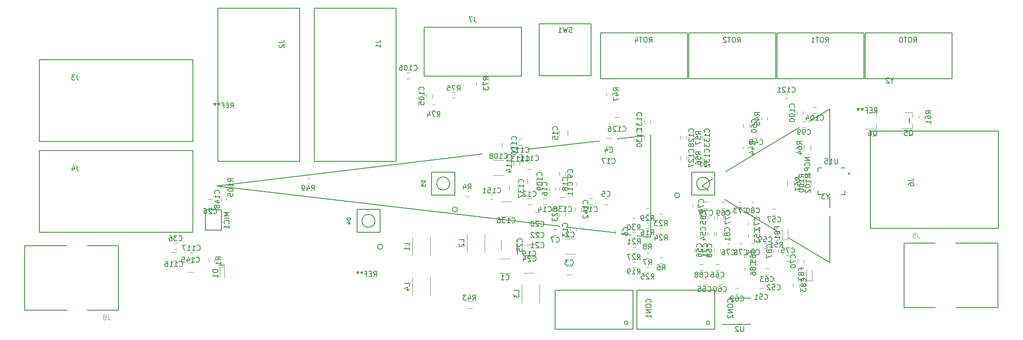
<source format=gbr>
G04 #@! TF.FileFunction,Legend,Bot*
%FSLAX46Y46*%
G04 Gerber Fmt 4.6, Leading zero omitted, Abs format (unit mm)*
G04 Created by KiCad (PCBNEW 4.0.4-stable) date 03/06/17 10:00:22*
%MOMM*%
%LPD*%
G01*
G04 APERTURE LIST*
%ADD10C,0.125000*%
%ADD11C,0.200000*%
%ADD12C,0.120000*%
%ADD13C,0.127000*%
%ADD14C,0.150000*%
%ADD15C,0.203200*%
%ADD16C,0.050000*%
%ADD17C,0.152400*%
G04 APERTURE END LIST*
D10*
D11*
X265650000Y-111650000D02*
X265650000Y-112700000D01*
X130450000Y-140550000D02*
X131600000Y-140550000D01*
X188900000Y-136550000D02*
X188900000Y-138450000D01*
X215000000Y-115000000D02*
X215000000Y-135000000D01*
X197200000Y-132900000D02*
X130000000Y-125000000D01*
X250000000Y-127100000D02*
X250000000Y-129300000D01*
X208450000Y-115850000D02*
X213600000Y-115200000D01*
X211150000Y-134600000D02*
X209200000Y-134400000D01*
X208100000Y-134200000D02*
X198500000Y-133100000D01*
X190900000Y-117800000D02*
X204950000Y-116200000D01*
X246000000Y-112400000D02*
X250000000Y-110000000D01*
X250000000Y-130900000D02*
X250000000Y-140000000D01*
X240400000Y-134300000D02*
X229500000Y-127700000D01*
X226400000Y-125900000D02*
X225000000Y-125000000D01*
X229641688Y-122214987D02*
X244000000Y-113600000D01*
X130000000Y-125000000D02*
X182000000Y-118800000D01*
X215000000Y-135000000D02*
X212300000Y-134750000D01*
X225000000Y-125000000D02*
X227100000Y-123600000D01*
X250000000Y-140000000D02*
X242000000Y-135200000D01*
X250000000Y-110000000D02*
X250000000Y-120950000D01*
D12*
X192250000Y-138570000D02*
X190250000Y-138570000D01*
X190250000Y-136530000D02*
X192250000Y-136530000D01*
X211945000Y-132330000D02*
X211445000Y-132330000D01*
X211445000Y-131270000D02*
X211945000Y-131270000D01*
X214595000Y-130530000D02*
X214095000Y-130530000D01*
X214095000Y-129470000D02*
X214595000Y-129470000D01*
X211945000Y-138130000D02*
X211445000Y-138130000D01*
X211445000Y-137070000D02*
X211945000Y-137070000D01*
X214645000Y-141980000D02*
X214145000Y-141980000D01*
X214145000Y-140920000D02*
X214645000Y-140920000D01*
X217245000Y-134330000D02*
X216745000Y-134330000D01*
X216745000Y-133270000D02*
X217245000Y-133270000D01*
X217250000Y-131530000D02*
X216750000Y-131530000D01*
X216750000Y-130470000D02*
X217250000Y-130470000D01*
X211955000Y-135130000D02*
X211455000Y-135130000D01*
X211455000Y-134070000D02*
X211955000Y-134070000D01*
X211950000Y-140980000D02*
X211450000Y-140980000D01*
X211450000Y-139920000D02*
X211950000Y-139920000D01*
X214600000Y-133330000D02*
X214100000Y-133330000D01*
X214100000Y-132270000D02*
X214600000Y-132270000D01*
X214600000Y-136130000D02*
X214100000Y-136130000D01*
X214100000Y-135070000D02*
X214600000Y-135070000D01*
X214645000Y-139180000D02*
X214145000Y-139180000D01*
X214145000Y-138120000D02*
X214645000Y-138120000D01*
X217300000Y-140180000D02*
X216800000Y-140180000D01*
X216800000Y-139120000D02*
X217300000Y-139120000D01*
D13*
X92400000Y-149320000D02*
X92400000Y-136720000D01*
X110750000Y-136720000D02*
X110750000Y-149320000D01*
X110700000Y-149320000D02*
X104700000Y-149320000D01*
X100700000Y-149320000D02*
X92400000Y-149320000D01*
X92400000Y-136720000D02*
X100600000Y-136720000D01*
X110700000Y-136720000D02*
X104700000Y-136720000D01*
X282975000Y-136220000D02*
X282975000Y-148820000D01*
X264625000Y-148820000D02*
X264625000Y-136220000D01*
X264675000Y-136220000D02*
X270675000Y-136220000D01*
X274675000Y-136220000D02*
X282975000Y-136220000D01*
X282975000Y-148820000D02*
X274775000Y-148820000D01*
X264675000Y-148820000D02*
X270675000Y-148820000D01*
D12*
X130930000Y-127850000D02*
X130930000Y-127350000D01*
X131870000Y-127350000D02*
X131870000Y-127850000D01*
X125400000Y-138100000D02*
X124700000Y-138100000D01*
X124700000Y-139300000D02*
X125400000Y-139300000D01*
X122300000Y-136200000D02*
X121600000Y-136200000D01*
X121600000Y-137400000D02*
X122300000Y-137400000D01*
D14*
X254000000Y-122600000D02*
G75*
G03X254000000Y-122600000I-150000J0D01*
G01*
X247725000Y-121475000D02*
X247725000Y-122225000D01*
X252975000Y-126725000D02*
X252975000Y-125975000D01*
X247725000Y-126725000D02*
X247725000Y-125975000D01*
X252975000Y-121475000D02*
X252225000Y-121475000D01*
X252975000Y-126725000D02*
X252225000Y-126725000D01*
X247725000Y-126725000D02*
X248475000Y-126725000D01*
X247725000Y-121475000D02*
X248475000Y-121475000D01*
X239712096Y-104068230D02*
X239712096Y-95068230D01*
X256712096Y-104068230D02*
X239712096Y-104068230D01*
X256712096Y-95068230D02*
X256712096Y-104068230D01*
X239712096Y-95068230D02*
X256712096Y-95068230D01*
D12*
X239030000Y-138000000D02*
X239030000Y-137500000D01*
X239970000Y-137500000D02*
X239970000Y-138000000D01*
D14*
X203330000Y-103410000D02*
X193170000Y-103410000D01*
X203330000Y-93250000D02*
X203330000Y-103410000D01*
X193170000Y-93250000D02*
X203330000Y-93250000D01*
X193170000Y-103410000D02*
X193170000Y-93250000D01*
D12*
X190200000Y-139070000D02*
X192200000Y-139070000D01*
X192200000Y-142030000D02*
X190200000Y-142030000D01*
D15*
X160993880Y-131850820D02*
G75*
G03X160993880Y-131850820I-1270000J0D01*
G01*
X162517880Y-136930820D02*
G75*
G03X162517880Y-136930820I-508000J0D01*
G01*
X161974320Y-134101260D02*
X161974320Y-129600380D01*
X161974320Y-129600380D02*
X157473440Y-129600380D01*
X157473440Y-129600380D02*
X157473440Y-134101260D01*
X157473440Y-134101260D02*
X161974320Y-134101260D01*
X226519180Y-124573880D02*
G75*
G03X226519180Y-124573880I-1270000J0D01*
G01*
X220677180Y-126859880D02*
G75*
G03X220677180Y-126859880I-508000J0D01*
G01*
X222998740Y-126824320D02*
X227499620Y-126824320D01*
X227499620Y-126824320D02*
X227499620Y-122323440D01*
X227499620Y-122323440D02*
X222998740Y-122323440D01*
X222998740Y-122323440D02*
X222998740Y-126824320D01*
D12*
X234054514Y-117316066D02*
X234054514Y-117816066D01*
X232994514Y-117816066D02*
X232994514Y-117316066D01*
X227400000Y-137300000D02*
X227400000Y-138000000D01*
X228600000Y-138000000D02*
X228600000Y-137300000D01*
X228225669Y-144350000D02*
X228925669Y-144350000D01*
X228925669Y-143150000D02*
X228225669Y-143150000D01*
X187450000Y-142180000D02*
X185450000Y-142180000D01*
X185450000Y-139220000D02*
X187450000Y-139220000D01*
X198200000Y-135370000D02*
X200200000Y-135370000D01*
X200200000Y-138330000D02*
X198200000Y-138330000D01*
X198548810Y-140701092D02*
X199548810Y-140701092D01*
X199548810Y-142401092D02*
X198548810Y-142401092D01*
X207250000Y-117350000D02*
X206250000Y-117350000D01*
X206250000Y-115650000D02*
X207250000Y-115650000D01*
X206600000Y-127503571D02*
X205900000Y-127503571D01*
X205900000Y-128703571D02*
X206600000Y-128703571D01*
X209200000Y-134300000D02*
X209200000Y-133600000D01*
X208000000Y-133600000D02*
X208000000Y-134300000D01*
X195950000Y-134700000D02*
X196650000Y-134700000D01*
X196650000Y-133500000D02*
X195950000Y-133500000D01*
X198350000Y-122950000D02*
X198350000Y-122250000D01*
X197150000Y-122250000D02*
X197150000Y-122950000D01*
X202900000Y-128700000D02*
X203600000Y-128700000D01*
X203600000Y-127500000D02*
X202900000Y-127500000D01*
X198350000Y-125950000D02*
X198350000Y-125250000D01*
X197150000Y-125250000D02*
X197150000Y-125950000D01*
X191600000Y-127500000D02*
X190900000Y-127500000D01*
X190900000Y-128700000D02*
X191600000Y-128700000D01*
X199150000Y-133250000D02*
X199150000Y-133950000D01*
X200350000Y-133950000D02*
X200350000Y-133250000D01*
X193900000Y-128700000D02*
X194600000Y-128700000D01*
X194600000Y-127500000D02*
X193900000Y-127500000D01*
X196999390Y-115149974D02*
X196999390Y-114149974D01*
X198699390Y-114149974D02*
X198699390Y-115149974D01*
X195150000Y-125250000D02*
X195150000Y-125950000D01*
X196350000Y-125950000D02*
X196350000Y-125250000D01*
X207250000Y-119550000D02*
X206250000Y-119550000D01*
X206250000Y-117850000D02*
X207250000Y-117850000D01*
X199150000Y-124250000D02*
X199150000Y-124950000D01*
X200350000Y-124950000D02*
X200350000Y-124250000D01*
X193300000Y-131850000D02*
X192300000Y-131850000D01*
X192300000Y-130150000D02*
X193300000Y-130150000D01*
X193300000Y-136000000D02*
X192300000Y-136000000D01*
X192300000Y-134300000D02*
X193300000Y-134300000D01*
X193300000Y-134000000D02*
X192300000Y-134000000D01*
X192300000Y-132300000D02*
X193300000Y-132300000D01*
X197150000Y-130250000D02*
X197150000Y-130950000D01*
X198350000Y-130950000D02*
X198350000Y-130250000D01*
X188630000Y-135600000D02*
X188630000Y-137600000D01*
X185670000Y-137600000D02*
X185670000Y-135600000D01*
X129250000Y-129350000D02*
X128250000Y-129350000D01*
X128250000Y-127650000D02*
X129250000Y-127650000D01*
X235900000Y-115670000D02*
X235400000Y-115670000D01*
X235400000Y-114730000D02*
X235900000Y-114730000D01*
X234350000Y-113625000D02*
X234350000Y-112925000D01*
X233150000Y-112925000D02*
X233150000Y-113625000D01*
X236850000Y-145970000D02*
X236350000Y-145970000D01*
X236350000Y-145030000D02*
X236850000Y-145030000D01*
X239300000Y-144120000D02*
X238800000Y-144120000D01*
X238800000Y-143180000D02*
X239300000Y-143180000D01*
X235070000Y-134550000D02*
X235070000Y-135050000D01*
X234130000Y-135050000D02*
X234130000Y-134550000D01*
X226200000Y-134000000D02*
X226200000Y-134700000D01*
X227400000Y-134700000D02*
X227400000Y-134000000D01*
X225150000Y-144350000D02*
X225850000Y-144350000D01*
X225850000Y-143150000D02*
X225150000Y-143150000D01*
X225400000Y-137250000D02*
X225400000Y-137950000D01*
X226600000Y-137950000D02*
X226600000Y-137250000D01*
X238800000Y-130700000D02*
X239500000Y-130700000D01*
X239500000Y-129500000D02*
X238800000Y-129500000D01*
X237150000Y-136330000D02*
X237650000Y-136330000D01*
X237650000Y-137270000D02*
X237150000Y-137270000D01*
X231550000Y-146200000D02*
X232250000Y-146200000D01*
X232250000Y-145000000D02*
X231550000Y-145000000D01*
X237400000Y-142400000D02*
X238100000Y-142400000D01*
X238100000Y-141200000D02*
X237400000Y-141200000D01*
X227700000Y-141550000D02*
X228400000Y-141550000D01*
X228400000Y-140350000D02*
X227700000Y-140350000D01*
X228850000Y-129400000D02*
X229550000Y-129400000D01*
X229550000Y-128200000D02*
X228850000Y-128200000D01*
X224120000Y-128650000D02*
X224120000Y-129150000D01*
X223180000Y-129150000D02*
X223180000Y-128650000D01*
X242200000Y-138600000D02*
X241500000Y-138600000D01*
X241500000Y-139800000D02*
X242200000Y-139800000D01*
X230450000Y-137270000D02*
X229950000Y-137270000D01*
X229950000Y-136330000D02*
X230450000Y-136330000D01*
X229200000Y-131550000D02*
X229200000Y-130850000D01*
X228000000Y-130850000D02*
X228000000Y-131550000D01*
X232850000Y-137270000D02*
X232350000Y-137270000D01*
X232350000Y-136330000D02*
X232850000Y-136330000D01*
X225500000Y-129400000D02*
X226200000Y-129400000D01*
X226200000Y-128200000D02*
X225500000Y-128200000D01*
X235250000Y-129070000D02*
X234750000Y-129070000D01*
X234750000Y-128130000D02*
X235250000Y-128130000D01*
X229100000Y-134800000D02*
X229100000Y-134100000D01*
X227900000Y-134100000D02*
X227900000Y-134800000D01*
X244050000Y-144750000D02*
X244050000Y-144050000D01*
X242850000Y-144050000D02*
X242850000Y-144750000D01*
X235250000Y-137270000D02*
X234750000Y-137270000D01*
X234750000Y-136330000D02*
X235250000Y-136330000D01*
X234270000Y-140950000D02*
X234270000Y-141450000D01*
X233330000Y-141450000D02*
X233330000Y-140950000D01*
X224550000Y-141550000D02*
X225250000Y-141550000D01*
X225250000Y-140350000D02*
X224550000Y-140350000D01*
X244650000Y-113600000D02*
X245350000Y-113600000D01*
X245350000Y-112400000D02*
X244650000Y-112400000D01*
X243600000Y-110350000D02*
X243600000Y-111050000D01*
X244800000Y-111050000D02*
X244800000Y-110350000D01*
X246750000Y-110800000D02*
X247450000Y-110800000D01*
X247450000Y-109600000D02*
X246750000Y-109600000D01*
X171050000Y-107050000D02*
X171050000Y-107750000D01*
X172250000Y-107750000D02*
X172250000Y-107050000D01*
X167850000Y-102825000D02*
X167150000Y-102825000D01*
X167150000Y-104025000D02*
X167850000Y-104025000D01*
X184200000Y-119970000D02*
X186200000Y-119970000D01*
X186200000Y-122930000D02*
X184200000Y-122930000D01*
X192600000Y-123600000D02*
X192600000Y-124600000D01*
X190900000Y-124600000D02*
X190900000Y-123600000D01*
X187600000Y-116600000D02*
X187600000Y-117600000D01*
X185900000Y-117600000D02*
X185900000Y-116600000D01*
X191600000Y-120500000D02*
X190900000Y-120500000D01*
X190900000Y-121700000D02*
X191600000Y-121700000D01*
X189050000Y-117100000D02*
X189750000Y-117100000D01*
X189750000Y-115900000D02*
X189050000Y-115900000D01*
X189100000Y-118850000D02*
X189800000Y-118850000D01*
X189800000Y-117650000D02*
X189100000Y-117650000D01*
X188150000Y-120250000D02*
X188150000Y-120950000D01*
X189350000Y-120950000D02*
X189350000Y-120250000D01*
X241300000Y-107030000D02*
X241800000Y-107030000D01*
X241800000Y-107970000D02*
X241300000Y-107970000D01*
X130550000Y-140850000D02*
X131550000Y-140850000D01*
X131550000Y-140850000D02*
X131550000Y-142950000D01*
X130550000Y-140850000D02*
X130550000Y-142950000D01*
D15*
X175618880Y-124549180D02*
G75*
G03X175618880Y-124549180I-1270000J0D01*
G01*
X177142880Y-129629180D02*
G75*
G03X177142880Y-129629180I-508000J0D01*
G01*
X176599320Y-126799620D02*
X176599320Y-122298740D01*
X176599320Y-122298740D02*
X172098440Y-122298740D01*
X172098440Y-122298740D02*
X172098440Y-126799620D01*
X172098440Y-126799620D02*
X176599320Y-126799620D01*
D12*
X241850000Y-135500000D02*
X240750000Y-135500000D01*
X240750000Y-135500000D02*
X240750000Y-133400000D01*
X241850000Y-135500000D02*
X241850000Y-133400000D01*
X246550000Y-143600000D02*
X245450000Y-143600000D01*
X245450000Y-143600000D02*
X245450000Y-141500000D01*
X246550000Y-143600000D02*
X246550000Y-141500000D01*
X168320000Y-138700000D02*
X168320000Y-135100000D01*
X171780000Y-135100000D02*
X171780000Y-138700000D01*
X189770000Y-147900000D02*
X189770000Y-144300000D01*
X193230000Y-144300000D02*
X193230000Y-147900000D01*
X168320000Y-146550000D02*
X168320000Y-142950000D01*
X171780000Y-142950000D02*
X171780000Y-146550000D01*
D14*
X127711803Y-129430000D02*
G75*
G03X127711803Y-129430000I-111803J0D01*
G01*
X127800000Y-133680000D02*
X127800000Y-129730000D01*
X130900000Y-133680000D02*
X127800000Y-133680000D01*
X130900000Y-129730000D02*
X130900000Y-133680000D01*
X127800000Y-129730000D02*
X130900000Y-129730000D01*
D12*
X259210000Y-110670000D02*
X259210000Y-111600000D01*
X259210000Y-113830000D02*
X259210000Y-112900000D01*
X259210000Y-113830000D02*
X257050000Y-113830000D01*
X259210000Y-110670000D02*
X257750000Y-110670000D01*
X243800000Y-139400000D02*
X243800000Y-140100000D01*
X245000000Y-140100000D02*
X245000000Y-139400000D01*
X224800000Y-137950000D02*
X224800000Y-137250000D01*
X223600000Y-137250000D02*
X223600000Y-137950000D01*
X235070000Y-132150000D02*
X235070000Y-132650000D01*
X234130000Y-132650000D02*
X234130000Y-132150000D01*
X232800000Y-129070000D02*
X232300000Y-129070000D01*
X232300000Y-128130000D02*
X232800000Y-128130000D01*
X234270000Y-138550000D02*
X234270000Y-139050000D01*
X233330000Y-139050000D02*
X233330000Y-138550000D01*
X208900000Y-113250000D02*
X207900000Y-113250000D01*
X207900000Y-111550000D02*
X208900000Y-111550000D01*
X222050000Y-119915254D02*
X222050000Y-119215254D01*
X220850000Y-119215254D02*
X220850000Y-119915254D01*
X222050000Y-115915254D02*
X222050000Y-115215254D01*
X220850000Y-115215254D02*
X220850000Y-115915254D01*
X213700000Y-115250000D02*
X213700000Y-115950000D01*
X214900000Y-115950000D02*
X214900000Y-115250000D01*
X213700000Y-112050000D02*
X213700000Y-112750000D01*
X214900000Y-112750000D02*
X214900000Y-112050000D01*
X225150000Y-119915254D02*
X225150000Y-119215254D01*
X223950000Y-119215254D02*
X223950000Y-119915254D01*
X225150000Y-115915254D02*
X225150000Y-115215254D01*
X223950000Y-115215254D02*
X223950000Y-115915254D01*
X187700000Y-131030000D02*
X185700000Y-131030000D01*
X185700000Y-128070000D02*
X187700000Y-128070000D01*
X189000000Y-125000000D02*
X189000000Y-126000000D01*
X187300000Y-126000000D02*
X187300000Y-125000000D01*
X198250000Y-128950000D02*
X197250000Y-128950000D01*
X197250000Y-127250000D02*
X198250000Y-127250000D01*
X201350000Y-129950000D02*
X201350000Y-129250000D01*
X200150000Y-129250000D02*
X200150000Y-129950000D01*
X226200000Y-130850000D02*
X226200000Y-131550000D01*
X227400000Y-131550000D02*
X227400000Y-130850000D01*
X246280000Y-118050000D02*
X246280000Y-117050000D01*
X244920000Y-117050000D02*
X244920000Y-118050000D01*
X241720000Y-124050000D02*
X241720000Y-125050000D01*
X243080000Y-125050000D02*
X243080000Y-124050000D01*
X243620000Y-124050000D02*
X243620000Y-125050000D01*
X244980000Y-125050000D02*
X244980000Y-124050000D01*
X236720000Y-112100000D02*
X236720000Y-111600000D01*
X237780000Y-111600000D02*
X237780000Y-112100000D01*
X223530000Y-119300000D02*
X223530000Y-119800000D01*
X222470000Y-119800000D02*
X222470000Y-119300000D01*
X223530000Y-115350000D02*
X223530000Y-115850000D01*
X222470000Y-115850000D02*
X222470000Y-115350000D01*
X245370000Y-124700000D02*
X245370000Y-124200000D01*
X246430000Y-124200000D02*
X246430000Y-124700000D01*
D14*
X205162096Y-104068230D02*
X205162096Y-95068230D01*
X222162096Y-104068230D02*
X205162096Y-104068230D01*
X222162096Y-95068230D02*
X222162096Y-104068230D01*
X205162096Y-95068230D02*
X222162096Y-95068230D01*
D12*
X179000000Y-149030000D02*
X180000000Y-149030000D01*
X180000000Y-147670000D02*
X179000000Y-147670000D01*
X124400000Y-140150000D02*
X125400000Y-140150000D01*
X125400000Y-141850000D02*
X124400000Y-141850000D01*
X131930000Y-125050000D02*
X131930000Y-125550000D01*
X130870000Y-125550000D02*
X130870000Y-125050000D01*
X129530000Y-139450000D02*
X129530000Y-139950000D01*
X128470000Y-139950000D02*
X128470000Y-139450000D01*
X178800000Y-126020000D02*
X179300000Y-126020000D01*
X179300000Y-127080000D02*
X178800000Y-127080000D01*
X207430000Y-106800000D02*
X207430000Y-107300000D01*
X206370000Y-107300000D02*
X206370000Y-106800000D01*
X148175000Y-124630000D02*
X147675000Y-124630000D01*
X147675000Y-123570000D02*
X148175000Y-123570000D01*
X239850000Y-135730000D02*
X239350000Y-135730000D01*
X239350000Y-134670000D02*
X239850000Y-134670000D01*
X181930000Y-104700000D02*
X181930000Y-105200000D01*
X180870000Y-105200000D02*
X180870000Y-104700000D01*
X172750000Y-110180000D02*
X172250000Y-110180000D01*
X172250000Y-109120000D02*
X172750000Y-109120000D01*
X176150000Y-106720000D02*
X176650000Y-106720000D01*
X176650000Y-107780000D02*
X176150000Y-107780000D01*
D14*
X230325000Y-152140000D02*
X230325000Y-152090000D01*
X234475000Y-152140000D02*
X234475000Y-151995000D01*
X234475000Y-146990000D02*
X234475000Y-147135000D01*
X230325000Y-146990000D02*
X230325000Y-147135000D01*
X230325000Y-152140000D02*
X234475000Y-152140000D01*
X230325000Y-146990000D02*
X234475000Y-146990000D01*
X230325000Y-152090000D02*
X228925000Y-152090000D01*
X95300000Y-116340000D02*
X95300000Y-100340000D01*
X95300000Y-100340000D02*
X125300000Y-100340000D01*
X125300000Y-100340000D02*
X125300000Y-116340000D01*
X125300000Y-116340000D02*
X95300000Y-116340000D01*
X222462096Y-104068230D02*
X222462096Y-95068230D01*
X239462096Y-104068230D02*
X222462096Y-104068230D01*
X239462096Y-95068230D02*
X239462096Y-104068230D01*
X222462096Y-95068230D02*
X239462096Y-95068230D01*
X210540555Y-151790000D02*
G75*
G03X210540555Y-151790000I-360555J0D01*
G01*
X211540000Y-153080000D02*
X196300000Y-153080000D01*
X211540000Y-145460000D02*
X211540000Y-153080000D01*
X196300000Y-145460000D02*
X211540000Y-145460000D01*
X196300000Y-145460000D02*
X196300000Y-153080000D01*
X226540555Y-151790000D02*
G75*
G03X226540555Y-151790000I-360555J0D01*
G01*
X227540000Y-153080000D02*
X212300000Y-153080000D01*
X227540000Y-145460000D02*
X227540000Y-153080000D01*
X212300000Y-145460000D02*
X227540000Y-145460000D01*
X212300000Y-145460000D02*
X212300000Y-153080000D01*
D12*
X179020000Y-138000000D02*
X179020000Y-134400000D01*
X182480000Y-134400000D02*
X182480000Y-138000000D01*
D14*
X256962096Y-104068230D02*
X256962096Y-95068230D01*
X273962096Y-104068230D02*
X256962096Y-104068230D01*
X273962096Y-95068230D02*
X273962096Y-104068230D01*
X256962096Y-95068230D02*
X273962096Y-95068230D01*
X95300000Y-134090000D02*
X95300000Y-118090000D01*
X95300000Y-118090000D02*
X125300000Y-118090000D01*
X125300000Y-118090000D02*
X125300000Y-134090000D01*
X125300000Y-134090000D02*
X95300000Y-134090000D01*
X258025000Y-133300000D02*
X258025000Y-114300000D01*
X283025000Y-133300000D02*
X258025000Y-133300000D01*
X283025000Y-114300000D02*
X283025000Y-133300000D01*
X258025000Y-114300000D02*
X283025000Y-114300000D01*
D12*
X122100000Y-139700000D02*
X121100000Y-139700000D01*
X121100000Y-138000000D02*
X122100000Y-138000000D01*
X183600000Y-126730000D02*
X184100000Y-126730000D01*
X184100000Y-127670000D02*
X183600000Y-127670000D01*
D14*
X130250000Y-90250000D02*
X146250000Y-90250000D01*
X146250000Y-90250000D02*
X146250000Y-120250000D01*
X146250000Y-120250000D02*
X130250000Y-120250000D01*
X130250000Y-120250000D02*
X130250000Y-90250000D01*
X149160000Y-90250000D02*
X165160000Y-90250000D01*
X165160000Y-90250000D02*
X165160000Y-120250000D01*
X165160000Y-120250000D02*
X149160000Y-120250000D01*
X149160000Y-120250000D02*
X149160000Y-90250000D01*
D12*
X266210000Y-110620000D02*
X266210000Y-111550000D01*
X266210000Y-113780000D02*
X266210000Y-112850000D01*
X266210000Y-113780000D02*
X264050000Y-113780000D01*
X266210000Y-110620000D02*
X264750000Y-110620000D01*
X268580000Y-111300000D02*
X268580000Y-111800000D01*
X267520000Y-111800000D02*
X267520000Y-111300000D01*
D14*
X189650000Y-94000000D02*
X170650000Y-94000000D01*
X170650000Y-103500000D02*
X170650000Y-94000000D01*
X189650000Y-103500000D02*
X189650000Y-94000000D01*
X170650000Y-103500000D02*
X189650000Y-103500000D01*
X191892857Y-139657143D02*
X191940476Y-139704762D01*
X192083333Y-139752381D01*
X192178571Y-139752381D01*
X192321429Y-139704762D01*
X192416667Y-139609524D01*
X192464286Y-139514286D01*
X192511905Y-139323810D01*
X192511905Y-139180952D01*
X192464286Y-138990476D01*
X192416667Y-138895238D01*
X192321429Y-138800000D01*
X192178571Y-138752381D01*
X192083333Y-138752381D01*
X191940476Y-138800000D01*
X191892857Y-138847619D01*
X191511905Y-138847619D02*
X191464286Y-138800000D01*
X191369048Y-138752381D01*
X191130952Y-138752381D01*
X191035714Y-138800000D01*
X190988095Y-138847619D01*
X190940476Y-138942857D01*
X190940476Y-139038095D01*
X190988095Y-139180952D01*
X191559524Y-139752381D01*
X190940476Y-139752381D01*
X190083333Y-139085714D02*
X190083333Y-139752381D01*
X190321429Y-138704762D02*
X190559524Y-139419048D01*
X189940476Y-139419048D01*
X212337857Y-133602381D02*
X212671191Y-133126190D01*
X212909286Y-133602381D02*
X212909286Y-132602381D01*
X212528333Y-132602381D01*
X212433095Y-132650000D01*
X212385476Y-132697619D01*
X212337857Y-132792857D01*
X212337857Y-132935714D01*
X212385476Y-133030952D01*
X212433095Y-133078571D01*
X212528333Y-133126190D01*
X212909286Y-133126190D01*
X212004524Y-132602381D02*
X211385476Y-132602381D01*
X211718810Y-132983333D01*
X211575952Y-132983333D01*
X211480714Y-133030952D01*
X211433095Y-133078571D01*
X211385476Y-133173810D01*
X211385476Y-133411905D01*
X211433095Y-133507143D01*
X211480714Y-133554762D01*
X211575952Y-133602381D01*
X211861667Y-133602381D01*
X211956905Y-133554762D01*
X212004524Y-133507143D01*
X210766429Y-132602381D02*
X210671190Y-132602381D01*
X210575952Y-132650000D01*
X210528333Y-132697619D01*
X210480714Y-132792857D01*
X210433095Y-132983333D01*
X210433095Y-133221429D01*
X210480714Y-133411905D01*
X210528333Y-133507143D01*
X210575952Y-133554762D01*
X210671190Y-133602381D01*
X210766429Y-133602381D01*
X210861667Y-133554762D01*
X210909286Y-133507143D01*
X210956905Y-133411905D01*
X211004524Y-133221429D01*
X211004524Y-132983333D01*
X210956905Y-132792857D01*
X210909286Y-132697619D01*
X210861667Y-132650000D01*
X210766429Y-132602381D01*
X214987857Y-131802381D02*
X215321191Y-131326190D01*
X215559286Y-131802381D02*
X215559286Y-130802381D01*
X215178333Y-130802381D01*
X215083095Y-130850000D01*
X215035476Y-130897619D01*
X214987857Y-130992857D01*
X214987857Y-131135714D01*
X215035476Y-131230952D01*
X215083095Y-131278571D01*
X215178333Y-131326190D01*
X215559286Y-131326190D01*
X214606905Y-130897619D02*
X214559286Y-130850000D01*
X214464048Y-130802381D01*
X214225952Y-130802381D01*
X214130714Y-130850000D01*
X214083095Y-130897619D01*
X214035476Y-130992857D01*
X214035476Y-131088095D01*
X214083095Y-131230952D01*
X214654524Y-131802381D01*
X214035476Y-131802381D01*
X213559286Y-131802381D02*
X213368810Y-131802381D01*
X213273571Y-131754762D01*
X213225952Y-131707143D01*
X213130714Y-131564286D01*
X213083095Y-131373810D01*
X213083095Y-130992857D01*
X213130714Y-130897619D01*
X213178333Y-130850000D01*
X213273571Y-130802381D01*
X213464048Y-130802381D01*
X213559286Y-130850000D01*
X213606905Y-130897619D01*
X213654524Y-130992857D01*
X213654524Y-131230952D01*
X213606905Y-131326190D01*
X213559286Y-131373810D01*
X213464048Y-131421429D01*
X213273571Y-131421429D01*
X213178333Y-131373810D01*
X213130714Y-131326190D01*
X213083095Y-131230952D01*
X212337857Y-139402381D02*
X212671191Y-138926190D01*
X212909286Y-139402381D02*
X212909286Y-138402381D01*
X212528333Y-138402381D01*
X212433095Y-138450000D01*
X212385476Y-138497619D01*
X212337857Y-138592857D01*
X212337857Y-138735714D01*
X212385476Y-138830952D01*
X212433095Y-138878571D01*
X212528333Y-138926190D01*
X212909286Y-138926190D01*
X211956905Y-138497619D02*
X211909286Y-138450000D01*
X211814048Y-138402381D01*
X211575952Y-138402381D01*
X211480714Y-138450000D01*
X211433095Y-138497619D01*
X211385476Y-138592857D01*
X211385476Y-138688095D01*
X211433095Y-138830952D01*
X212004524Y-139402381D01*
X211385476Y-139402381D01*
X211052143Y-138402381D02*
X210385476Y-138402381D01*
X210814048Y-139402381D01*
X215037857Y-143252381D02*
X215371191Y-142776190D01*
X215609286Y-143252381D02*
X215609286Y-142252381D01*
X215228333Y-142252381D01*
X215133095Y-142300000D01*
X215085476Y-142347619D01*
X215037857Y-142442857D01*
X215037857Y-142585714D01*
X215085476Y-142680952D01*
X215133095Y-142728571D01*
X215228333Y-142776190D01*
X215609286Y-142776190D01*
X214656905Y-142347619D02*
X214609286Y-142300000D01*
X214514048Y-142252381D01*
X214275952Y-142252381D01*
X214180714Y-142300000D01*
X214133095Y-142347619D01*
X214085476Y-142442857D01*
X214085476Y-142538095D01*
X214133095Y-142680952D01*
X214704524Y-143252381D01*
X214085476Y-143252381D01*
X213180714Y-142252381D02*
X213656905Y-142252381D01*
X213704524Y-142728571D01*
X213656905Y-142680952D01*
X213561667Y-142633333D01*
X213323571Y-142633333D01*
X213228333Y-142680952D01*
X213180714Y-142728571D01*
X213133095Y-142823810D01*
X213133095Y-143061905D01*
X213180714Y-143157143D01*
X213228333Y-143204762D01*
X213323571Y-143252381D01*
X213561667Y-143252381D01*
X213656905Y-143204762D01*
X213704524Y-143157143D01*
X217637857Y-135602381D02*
X217971191Y-135126190D01*
X218209286Y-135602381D02*
X218209286Y-134602381D01*
X217828333Y-134602381D01*
X217733095Y-134650000D01*
X217685476Y-134697619D01*
X217637857Y-134792857D01*
X217637857Y-134935714D01*
X217685476Y-135030952D01*
X217733095Y-135078571D01*
X217828333Y-135126190D01*
X218209286Y-135126190D01*
X217256905Y-134697619D02*
X217209286Y-134650000D01*
X217114048Y-134602381D01*
X216875952Y-134602381D01*
X216780714Y-134650000D01*
X216733095Y-134697619D01*
X216685476Y-134792857D01*
X216685476Y-134888095D01*
X216733095Y-135030952D01*
X217304524Y-135602381D01*
X216685476Y-135602381D01*
X215828333Y-134935714D02*
X215828333Y-135602381D01*
X216066429Y-134554762D02*
X216304524Y-135269048D01*
X215685476Y-135269048D01*
X217642857Y-132802381D02*
X217976191Y-132326190D01*
X218214286Y-132802381D02*
X218214286Y-131802381D01*
X217833333Y-131802381D01*
X217738095Y-131850000D01*
X217690476Y-131897619D01*
X217642857Y-131992857D01*
X217642857Y-132135714D01*
X217690476Y-132230952D01*
X217738095Y-132278571D01*
X217833333Y-132326190D01*
X218214286Y-132326190D01*
X217261905Y-131897619D02*
X217214286Y-131850000D01*
X217119048Y-131802381D01*
X216880952Y-131802381D01*
X216785714Y-131850000D01*
X216738095Y-131897619D01*
X216690476Y-131992857D01*
X216690476Y-132088095D01*
X216738095Y-132230952D01*
X217309524Y-132802381D01*
X216690476Y-132802381D01*
X216357143Y-131802381D02*
X215738095Y-131802381D01*
X216071429Y-132183333D01*
X215928571Y-132183333D01*
X215833333Y-132230952D01*
X215785714Y-132278571D01*
X215738095Y-132373810D01*
X215738095Y-132611905D01*
X215785714Y-132707143D01*
X215833333Y-132754762D01*
X215928571Y-132802381D01*
X216214286Y-132802381D01*
X216309524Y-132754762D01*
X216357143Y-132707143D01*
X212347857Y-136402381D02*
X212681191Y-135926190D01*
X212919286Y-136402381D02*
X212919286Y-135402381D01*
X212538333Y-135402381D01*
X212443095Y-135450000D01*
X212395476Y-135497619D01*
X212347857Y-135592857D01*
X212347857Y-135735714D01*
X212395476Y-135830952D01*
X212443095Y-135878571D01*
X212538333Y-135926190D01*
X212919286Y-135926190D01*
X211966905Y-135497619D02*
X211919286Y-135450000D01*
X211824048Y-135402381D01*
X211585952Y-135402381D01*
X211490714Y-135450000D01*
X211443095Y-135497619D01*
X211395476Y-135592857D01*
X211395476Y-135688095D01*
X211443095Y-135830952D01*
X212014524Y-136402381D01*
X211395476Y-136402381D01*
X210443095Y-136402381D02*
X211014524Y-136402381D01*
X210728810Y-136402381D02*
X210728810Y-135402381D01*
X210824048Y-135545238D01*
X210919286Y-135640476D01*
X211014524Y-135688095D01*
X212342857Y-142252381D02*
X212676191Y-141776190D01*
X212914286Y-142252381D02*
X212914286Y-141252381D01*
X212533333Y-141252381D01*
X212438095Y-141300000D01*
X212390476Y-141347619D01*
X212342857Y-141442857D01*
X212342857Y-141585714D01*
X212390476Y-141680952D01*
X212438095Y-141728571D01*
X212533333Y-141776190D01*
X212914286Y-141776190D01*
X211390476Y-142252381D02*
X211961905Y-142252381D01*
X211676191Y-142252381D02*
X211676191Y-141252381D01*
X211771429Y-141395238D01*
X211866667Y-141490476D01*
X211961905Y-141538095D01*
X210914286Y-142252381D02*
X210723810Y-142252381D01*
X210628571Y-142204762D01*
X210580952Y-142157143D01*
X210485714Y-142014286D01*
X210438095Y-141823810D01*
X210438095Y-141442857D01*
X210485714Y-141347619D01*
X210533333Y-141300000D01*
X210628571Y-141252381D01*
X210819048Y-141252381D01*
X210914286Y-141300000D01*
X210961905Y-141347619D01*
X211009524Y-141442857D01*
X211009524Y-141680952D01*
X210961905Y-141776190D01*
X210914286Y-141823810D01*
X210819048Y-141871429D01*
X210628571Y-141871429D01*
X210533333Y-141823810D01*
X210485714Y-141776190D01*
X210438095Y-141680952D01*
X214992857Y-134602381D02*
X215326191Y-134126190D01*
X215564286Y-134602381D02*
X215564286Y-133602381D01*
X215183333Y-133602381D01*
X215088095Y-133650000D01*
X215040476Y-133697619D01*
X214992857Y-133792857D01*
X214992857Y-133935714D01*
X215040476Y-134030952D01*
X215088095Y-134078571D01*
X215183333Y-134126190D01*
X215564286Y-134126190D01*
X214040476Y-134602381D02*
X214611905Y-134602381D01*
X214326191Y-134602381D02*
X214326191Y-133602381D01*
X214421429Y-133745238D01*
X214516667Y-133840476D01*
X214611905Y-133888095D01*
X213183333Y-133602381D02*
X213373810Y-133602381D01*
X213469048Y-133650000D01*
X213516667Y-133697619D01*
X213611905Y-133840476D01*
X213659524Y-134030952D01*
X213659524Y-134411905D01*
X213611905Y-134507143D01*
X213564286Y-134554762D01*
X213469048Y-134602381D01*
X213278571Y-134602381D01*
X213183333Y-134554762D01*
X213135714Y-134507143D01*
X213088095Y-134411905D01*
X213088095Y-134173810D01*
X213135714Y-134078571D01*
X213183333Y-134030952D01*
X213278571Y-133983333D01*
X213469048Y-133983333D01*
X213564286Y-134030952D01*
X213611905Y-134078571D01*
X213659524Y-134173810D01*
X214516666Y-137402381D02*
X214850000Y-136926190D01*
X215088095Y-137402381D02*
X215088095Y-136402381D01*
X214707142Y-136402381D01*
X214611904Y-136450000D01*
X214564285Y-136497619D01*
X214516666Y-136592857D01*
X214516666Y-136735714D01*
X214564285Y-136830952D01*
X214611904Y-136878571D01*
X214707142Y-136926190D01*
X215088095Y-136926190D01*
X213945238Y-136830952D02*
X214040476Y-136783333D01*
X214088095Y-136735714D01*
X214135714Y-136640476D01*
X214135714Y-136592857D01*
X214088095Y-136497619D01*
X214040476Y-136450000D01*
X213945238Y-136402381D01*
X213754761Y-136402381D01*
X213659523Y-136450000D01*
X213611904Y-136497619D01*
X213564285Y-136592857D01*
X213564285Y-136640476D01*
X213611904Y-136735714D01*
X213659523Y-136783333D01*
X213754761Y-136830952D01*
X213945238Y-136830952D01*
X214040476Y-136878571D01*
X214088095Y-136926190D01*
X214135714Y-137021429D01*
X214135714Y-137211905D01*
X214088095Y-137307143D01*
X214040476Y-137354762D01*
X213945238Y-137402381D01*
X213754761Y-137402381D01*
X213659523Y-137354762D01*
X213611904Y-137307143D01*
X213564285Y-137211905D01*
X213564285Y-137021429D01*
X213611904Y-136926190D01*
X213659523Y-136878571D01*
X213754761Y-136830952D01*
X214561666Y-140452381D02*
X214895000Y-139976190D01*
X215133095Y-140452381D02*
X215133095Y-139452381D01*
X214752142Y-139452381D01*
X214656904Y-139500000D01*
X214609285Y-139547619D01*
X214561666Y-139642857D01*
X214561666Y-139785714D01*
X214609285Y-139880952D01*
X214656904Y-139928571D01*
X214752142Y-139976190D01*
X215133095Y-139976190D01*
X214228333Y-139452381D02*
X213561666Y-139452381D01*
X213990238Y-140452381D01*
X217216666Y-141452381D02*
X217550000Y-140976190D01*
X217788095Y-141452381D02*
X217788095Y-140452381D01*
X217407142Y-140452381D01*
X217311904Y-140500000D01*
X217264285Y-140547619D01*
X217216666Y-140642857D01*
X217216666Y-140785714D01*
X217264285Y-140880952D01*
X217311904Y-140928571D01*
X217407142Y-140976190D01*
X217788095Y-140976190D01*
X216359523Y-140452381D02*
X216550000Y-140452381D01*
X216645238Y-140500000D01*
X216692857Y-140547619D01*
X216788095Y-140690476D01*
X216835714Y-140880952D01*
X216835714Y-141261905D01*
X216788095Y-141357143D01*
X216740476Y-141404762D01*
X216645238Y-141452381D01*
X216454761Y-141452381D01*
X216359523Y-141404762D01*
X216311904Y-141357143D01*
X216264285Y-141261905D01*
X216264285Y-141023810D01*
X216311904Y-140928571D01*
X216359523Y-140880952D01*
X216454761Y-140833333D01*
X216645238Y-140833333D01*
X216740476Y-140880952D01*
X216788095Y-140928571D01*
X216835714Y-141023810D01*
D16*
X108773333Y-150207381D02*
X108773333Y-150921667D01*
X108820953Y-151064524D01*
X108916191Y-151159762D01*
X109059048Y-151207381D01*
X109154286Y-151207381D01*
X108154286Y-150635952D02*
X108249524Y-150588333D01*
X108297143Y-150540714D01*
X108344762Y-150445476D01*
X108344762Y-150397857D01*
X108297143Y-150302619D01*
X108249524Y-150255000D01*
X108154286Y-150207381D01*
X107963809Y-150207381D01*
X107868571Y-150255000D01*
X107820952Y-150302619D01*
X107773333Y-150397857D01*
X107773333Y-150445476D01*
X107820952Y-150540714D01*
X107868571Y-150588333D01*
X107963809Y-150635952D01*
X108154286Y-150635952D01*
X108249524Y-150683571D01*
X108297143Y-150731190D01*
X108344762Y-150826429D01*
X108344762Y-151016905D01*
X108297143Y-151112143D01*
X108249524Y-151159762D01*
X108154286Y-151207381D01*
X107963809Y-151207381D01*
X107868571Y-151159762D01*
X107820952Y-151112143D01*
X107773333Y-151016905D01*
X107773333Y-150826429D01*
X107820952Y-150731190D01*
X107868571Y-150683571D01*
X107963809Y-150635952D01*
X267268333Y-134237381D02*
X267268333Y-134951667D01*
X267315953Y-135094524D01*
X267411191Y-135189762D01*
X267554048Y-135237381D01*
X267649286Y-135237381D01*
X266315952Y-134237381D02*
X266792143Y-134237381D01*
X266839762Y-134713571D01*
X266792143Y-134665952D01*
X266696905Y-134618333D01*
X266458809Y-134618333D01*
X266363571Y-134665952D01*
X266315952Y-134713571D01*
X266268333Y-134808810D01*
X266268333Y-135046905D01*
X266315952Y-135142143D01*
X266363571Y-135189762D01*
X266458809Y-135237381D01*
X266696905Y-135237381D01*
X266792143Y-135189762D01*
X266839762Y-135142143D01*
D14*
X130487143Y-126480953D02*
X130534762Y-126433334D01*
X130582381Y-126290477D01*
X130582381Y-126195239D01*
X130534762Y-126052381D01*
X130439524Y-125957143D01*
X130344286Y-125909524D01*
X130153810Y-125861905D01*
X130010952Y-125861905D01*
X129820476Y-125909524D01*
X129725238Y-125957143D01*
X129630000Y-126052381D01*
X129582381Y-126195239D01*
X129582381Y-126290477D01*
X129630000Y-126433334D01*
X129677619Y-126480953D01*
X130582381Y-127433334D02*
X130582381Y-126861905D01*
X130582381Y-127147619D02*
X129582381Y-127147619D01*
X129725238Y-127052381D01*
X129820476Y-126957143D01*
X129868095Y-126861905D01*
X129915714Y-128290477D02*
X130582381Y-128290477D01*
X129534762Y-128052381D02*
X130249048Y-127814286D01*
X130249048Y-128433334D01*
X130010952Y-128957143D02*
X129963333Y-128861905D01*
X129915714Y-128814286D01*
X129820476Y-128766667D01*
X129772857Y-128766667D01*
X129677619Y-128814286D01*
X129630000Y-128861905D01*
X129582381Y-128957143D01*
X129582381Y-129147620D01*
X129630000Y-129242858D01*
X129677619Y-129290477D01*
X129772857Y-129338096D01*
X129820476Y-129338096D01*
X129915714Y-129290477D01*
X129963333Y-129242858D01*
X130010952Y-129147620D01*
X130010952Y-128957143D01*
X130058571Y-128861905D01*
X130106190Y-128814286D01*
X130201429Y-128766667D01*
X130391905Y-128766667D01*
X130487143Y-128814286D01*
X130534762Y-128861905D01*
X130582381Y-128957143D01*
X130582381Y-129147620D01*
X130534762Y-129242858D01*
X130487143Y-129290477D01*
X130391905Y-129338096D01*
X130201429Y-129338096D01*
X130106190Y-129290477D01*
X130058571Y-129242858D01*
X130010952Y-129147620D01*
X126169047Y-137557143D02*
X126216666Y-137604762D01*
X126359523Y-137652381D01*
X126454761Y-137652381D01*
X126597619Y-137604762D01*
X126692857Y-137509524D01*
X126740476Y-137414286D01*
X126788095Y-137223810D01*
X126788095Y-137080952D01*
X126740476Y-136890476D01*
X126692857Y-136795238D01*
X126597619Y-136700000D01*
X126454761Y-136652381D01*
X126359523Y-136652381D01*
X126216666Y-136700000D01*
X126169047Y-136747619D01*
X125216666Y-137652381D02*
X125788095Y-137652381D01*
X125502381Y-137652381D02*
X125502381Y-136652381D01*
X125597619Y-136795238D01*
X125692857Y-136890476D01*
X125788095Y-136938095D01*
X124264285Y-137652381D02*
X124835714Y-137652381D01*
X124550000Y-137652381D02*
X124550000Y-136652381D01*
X124645238Y-136795238D01*
X124740476Y-136890476D01*
X124835714Y-136938095D01*
X123930952Y-136652381D02*
X123264285Y-136652381D01*
X123692857Y-137652381D01*
X122592857Y-135657143D02*
X122640476Y-135704762D01*
X122783333Y-135752381D01*
X122878571Y-135752381D01*
X123021429Y-135704762D01*
X123116667Y-135609524D01*
X123164286Y-135514286D01*
X123211905Y-135323810D01*
X123211905Y-135180952D01*
X123164286Y-134990476D01*
X123116667Y-134895238D01*
X123021429Y-134800000D01*
X122878571Y-134752381D01*
X122783333Y-134752381D01*
X122640476Y-134800000D01*
X122592857Y-134847619D01*
X122259524Y-134752381D02*
X121640476Y-134752381D01*
X121973810Y-135133333D01*
X121830952Y-135133333D01*
X121735714Y-135180952D01*
X121688095Y-135228571D01*
X121640476Y-135323810D01*
X121640476Y-135561905D01*
X121688095Y-135657143D01*
X121735714Y-135704762D01*
X121830952Y-135752381D01*
X122116667Y-135752381D01*
X122211905Y-135704762D01*
X122259524Y-135657143D01*
X120783333Y-134752381D02*
X120973810Y-134752381D01*
X121069048Y-134800000D01*
X121116667Y-134847619D01*
X121211905Y-134990476D01*
X121259524Y-135180952D01*
X121259524Y-135561905D01*
X121211905Y-135657143D01*
X121164286Y-135704762D01*
X121069048Y-135752381D01*
X120878571Y-135752381D01*
X120783333Y-135704762D01*
X120735714Y-135657143D01*
X120688095Y-135561905D01*
X120688095Y-135323810D01*
X120735714Y-135228571D01*
X120783333Y-135180952D01*
X120878571Y-135133333D01*
X121069048Y-135133333D01*
X121164286Y-135180952D01*
X121211905Y-135228571D01*
X121259524Y-135323810D01*
X251588095Y-119677381D02*
X251588095Y-120486905D01*
X251540476Y-120582143D01*
X251492857Y-120629762D01*
X251397619Y-120677381D01*
X251207142Y-120677381D01*
X251111904Y-120629762D01*
X251064285Y-120582143D01*
X251016666Y-120486905D01*
X251016666Y-119677381D01*
X250016666Y-120677381D02*
X250588095Y-120677381D01*
X250302381Y-120677381D02*
X250302381Y-119677381D01*
X250397619Y-119820238D01*
X250492857Y-119915476D01*
X250588095Y-119963095D01*
X249111904Y-119677381D02*
X249588095Y-119677381D01*
X249635714Y-120153571D01*
X249588095Y-120105952D01*
X249492857Y-120058333D01*
X249254761Y-120058333D01*
X249159523Y-120105952D01*
X249111904Y-120153571D01*
X249064285Y-120248810D01*
X249064285Y-120486905D01*
X249111904Y-120582143D01*
X249159523Y-120629762D01*
X249254761Y-120677381D01*
X249492857Y-120677381D01*
X249588095Y-120629762D01*
X249635714Y-120582143D01*
X249221428Y-96912381D02*
X249554762Y-96436190D01*
X249792857Y-96912381D02*
X249792857Y-95912381D01*
X249411904Y-95912381D01*
X249316666Y-95960000D01*
X249269047Y-96007619D01*
X249221428Y-96102857D01*
X249221428Y-96245714D01*
X249269047Y-96340952D01*
X249316666Y-96388571D01*
X249411904Y-96436190D01*
X249792857Y-96436190D01*
X248602381Y-95912381D02*
X248411904Y-95912381D01*
X248316666Y-95960000D01*
X248221428Y-96055238D01*
X248173809Y-96245714D01*
X248173809Y-96579048D01*
X248221428Y-96769524D01*
X248316666Y-96864762D01*
X248411904Y-96912381D01*
X248602381Y-96912381D01*
X248697619Y-96864762D01*
X248792857Y-96769524D01*
X248840476Y-96579048D01*
X248840476Y-96245714D01*
X248792857Y-96055238D01*
X248697619Y-95960000D01*
X248602381Y-95912381D01*
X247888095Y-95912381D02*
X247316666Y-95912381D01*
X247602381Y-96912381D02*
X247602381Y-95912381D01*
X246459523Y-96912381D02*
X247030952Y-96912381D01*
X246745238Y-96912381D02*
X246745238Y-95912381D01*
X246840476Y-96055238D01*
X246935714Y-96150476D01*
X247030952Y-96198095D01*
X238587143Y-137107143D02*
X238634762Y-137059524D01*
X238682381Y-136916667D01*
X238682381Y-136821429D01*
X238634762Y-136678571D01*
X238539524Y-136583333D01*
X238444286Y-136535714D01*
X238253810Y-136488095D01*
X238110952Y-136488095D01*
X237920476Y-136535714D01*
X237825238Y-136583333D01*
X237730000Y-136678571D01*
X237682381Y-136821429D01*
X237682381Y-136916667D01*
X237730000Y-137059524D01*
X237777619Y-137107143D01*
X238110952Y-137678571D02*
X238063333Y-137583333D01*
X238015714Y-137535714D01*
X237920476Y-137488095D01*
X237872857Y-137488095D01*
X237777619Y-137535714D01*
X237730000Y-137583333D01*
X237682381Y-137678571D01*
X237682381Y-137869048D01*
X237730000Y-137964286D01*
X237777619Y-138011905D01*
X237872857Y-138059524D01*
X237920476Y-138059524D01*
X238015714Y-138011905D01*
X238063333Y-137964286D01*
X238110952Y-137869048D01*
X238110952Y-137678571D01*
X238158571Y-137583333D01*
X238206190Y-137535714D01*
X238301429Y-137488095D01*
X238491905Y-137488095D01*
X238587143Y-137535714D01*
X238634762Y-137583333D01*
X238682381Y-137678571D01*
X238682381Y-137869048D01*
X238634762Y-137964286D01*
X238587143Y-138011905D01*
X238491905Y-138059524D01*
X238301429Y-138059524D01*
X238206190Y-138011905D01*
X238158571Y-137964286D01*
X238110952Y-137869048D01*
X237682381Y-138392857D02*
X237682381Y-139059524D01*
X238682381Y-138630952D01*
X199583333Y-94924762D02*
X199440476Y-94972381D01*
X199202380Y-94972381D01*
X199107142Y-94924762D01*
X199059523Y-94877143D01*
X199011904Y-94781905D01*
X199011904Y-94686667D01*
X199059523Y-94591429D01*
X199107142Y-94543810D01*
X199202380Y-94496190D01*
X199392857Y-94448571D01*
X199488095Y-94400952D01*
X199535714Y-94353333D01*
X199583333Y-94258095D01*
X199583333Y-94162857D01*
X199535714Y-94067619D01*
X199488095Y-94020000D01*
X199392857Y-93972381D01*
X199154761Y-93972381D01*
X199011904Y-94020000D01*
X198678571Y-93972381D02*
X198440476Y-94972381D01*
X198249999Y-94258095D01*
X198059523Y-94972381D01*
X197821428Y-93972381D01*
X196916666Y-94972381D02*
X197488095Y-94972381D01*
X197202381Y-94972381D02*
X197202381Y-93972381D01*
X197297619Y-94115238D01*
X197392857Y-94210476D01*
X197488095Y-94258095D01*
X191842857Y-138657143D02*
X191890476Y-138704762D01*
X192033333Y-138752381D01*
X192128571Y-138752381D01*
X192271429Y-138704762D01*
X192366667Y-138609524D01*
X192414286Y-138514286D01*
X192461905Y-138323810D01*
X192461905Y-138180952D01*
X192414286Y-137990476D01*
X192366667Y-137895238D01*
X192271429Y-137800000D01*
X192128571Y-137752381D01*
X192033333Y-137752381D01*
X191890476Y-137800000D01*
X191842857Y-137847619D01*
X190890476Y-138752381D02*
X191461905Y-138752381D01*
X191176191Y-138752381D02*
X191176191Y-137752381D01*
X191271429Y-137895238D01*
X191366667Y-137990476D01*
X191461905Y-138038095D01*
X190414286Y-138752381D02*
X190223810Y-138752381D01*
X190128571Y-138704762D01*
X190080952Y-138657143D01*
X189985714Y-138514286D01*
X189938095Y-138323810D01*
X189938095Y-137942857D01*
X189985714Y-137847619D01*
X190033333Y-137800000D01*
X190128571Y-137752381D01*
X190319048Y-137752381D01*
X190414286Y-137800000D01*
X190461905Y-137847619D01*
X190509524Y-137942857D01*
X190509524Y-138180952D01*
X190461905Y-138276190D01*
X190414286Y-138323810D01*
X190319048Y-138371429D01*
X190128571Y-138371429D01*
X190033333Y-138323810D01*
X189985714Y-138276190D01*
X189938095Y-138180952D01*
D17*
X156258594Y-131288392D02*
X155496594Y-131288392D01*
X155496594Y-131469820D01*
X155532880Y-131578677D01*
X155605451Y-131651249D01*
X155678023Y-131687534D01*
X155823166Y-131723820D01*
X155932023Y-131723820D01*
X156077166Y-131687534D01*
X156149737Y-131651249D01*
X156222309Y-131578677D01*
X156258594Y-131469820D01*
X156258594Y-131288392D01*
X155750594Y-132376963D02*
X156258594Y-132376963D01*
X155460309Y-132195534D02*
X156004594Y-132014106D01*
X156004594Y-132485820D01*
X225811608Y-121108594D02*
X225811608Y-120346594D01*
X225630180Y-120346594D01*
X225521323Y-120382880D01*
X225448751Y-120455451D01*
X225412466Y-120528023D01*
X225376180Y-120673166D01*
X225376180Y-120782023D01*
X225412466Y-120927166D01*
X225448751Y-120999737D01*
X225521323Y-121072309D01*
X225630180Y-121108594D01*
X225811608Y-121108594D01*
X225122180Y-120346594D02*
X224650466Y-120346594D01*
X224904466Y-120636880D01*
X224795608Y-120636880D01*
X224723037Y-120673166D01*
X224686751Y-120709451D01*
X224650466Y-120782023D01*
X224650466Y-120963451D01*
X224686751Y-121036023D01*
X224723037Y-121072309D01*
X224795608Y-121108594D01*
X225013323Y-121108594D01*
X225085894Y-121072309D01*
X225122180Y-121036023D01*
D14*
X235326895Y-116923209D02*
X234850704Y-116589875D01*
X235326895Y-116351780D02*
X234326895Y-116351780D01*
X234326895Y-116732733D01*
X234374514Y-116827971D01*
X234422133Y-116875590D01*
X234517371Y-116923209D01*
X234660228Y-116923209D01*
X234755466Y-116875590D01*
X234803085Y-116827971D01*
X234850704Y-116732733D01*
X234850704Y-116351780D01*
X234660228Y-117780352D02*
X235326895Y-117780352D01*
X234279276Y-117542256D02*
X234993562Y-117304161D01*
X234993562Y-117923209D01*
X234660228Y-118732733D02*
X235326895Y-118732733D01*
X234279276Y-118494637D02*
X234993562Y-118256542D01*
X234993562Y-118875590D01*
X226857143Y-137007143D02*
X226904762Y-136959524D01*
X226952381Y-136816667D01*
X226952381Y-136721429D01*
X226904762Y-136578571D01*
X226809524Y-136483333D01*
X226714286Y-136435714D01*
X226523810Y-136388095D01*
X226380952Y-136388095D01*
X226190476Y-136435714D01*
X226095238Y-136483333D01*
X226000000Y-136578571D01*
X225952381Y-136721429D01*
X225952381Y-136816667D01*
X226000000Y-136959524D01*
X226047619Y-137007143D01*
X225952381Y-137911905D02*
X225952381Y-137435714D01*
X226428571Y-137388095D01*
X226380952Y-137435714D01*
X226333333Y-137530952D01*
X226333333Y-137769048D01*
X226380952Y-137864286D01*
X226428571Y-137911905D01*
X226523810Y-137959524D01*
X226761905Y-137959524D01*
X226857143Y-137911905D01*
X226904762Y-137864286D01*
X226952381Y-137769048D01*
X226952381Y-137530952D01*
X226904762Y-137435714D01*
X226857143Y-137388095D01*
X226380952Y-138530952D02*
X226333333Y-138435714D01*
X226285714Y-138388095D01*
X226190476Y-138340476D01*
X226142857Y-138340476D01*
X226047619Y-138388095D01*
X226000000Y-138435714D01*
X225952381Y-138530952D01*
X225952381Y-138721429D01*
X226000000Y-138816667D01*
X226047619Y-138864286D01*
X226142857Y-138911905D01*
X226190476Y-138911905D01*
X226285714Y-138864286D01*
X226333333Y-138816667D01*
X226380952Y-138721429D01*
X226380952Y-138530952D01*
X226428571Y-138435714D01*
X226476190Y-138388095D01*
X226571429Y-138340476D01*
X226761905Y-138340476D01*
X226857143Y-138388095D01*
X226904762Y-138435714D01*
X226952381Y-138530952D01*
X226952381Y-138721429D01*
X226904762Y-138816667D01*
X226857143Y-138864286D01*
X226761905Y-138911905D01*
X226571429Y-138911905D01*
X226476190Y-138864286D01*
X226428571Y-138816667D01*
X226380952Y-138721429D01*
X229218526Y-145607143D02*
X229266145Y-145654762D01*
X229409002Y-145702381D01*
X229504240Y-145702381D01*
X229647098Y-145654762D01*
X229742336Y-145559524D01*
X229789955Y-145464286D01*
X229837574Y-145273810D01*
X229837574Y-145130952D01*
X229789955Y-144940476D01*
X229742336Y-144845238D01*
X229647098Y-144750000D01*
X229504240Y-144702381D01*
X229409002Y-144702381D01*
X229266145Y-144750000D01*
X229218526Y-144797619D01*
X228361383Y-144702381D02*
X228551860Y-144702381D01*
X228647098Y-144750000D01*
X228694717Y-144797619D01*
X228789955Y-144940476D01*
X228837574Y-145130952D01*
X228837574Y-145511905D01*
X228789955Y-145607143D01*
X228742336Y-145654762D01*
X228647098Y-145702381D01*
X228456621Y-145702381D01*
X228361383Y-145654762D01*
X228313764Y-145607143D01*
X228266145Y-145511905D01*
X228266145Y-145273810D01*
X228313764Y-145178571D01*
X228361383Y-145130952D01*
X228456621Y-145083333D01*
X228647098Y-145083333D01*
X228742336Y-145130952D01*
X228789955Y-145178571D01*
X228837574Y-145273810D01*
X227647098Y-144702381D02*
X227551859Y-144702381D01*
X227456621Y-144750000D01*
X227409002Y-144797619D01*
X227361383Y-144892857D01*
X227313764Y-145083333D01*
X227313764Y-145321429D01*
X227361383Y-145511905D01*
X227409002Y-145607143D01*
X227456621Y-145654762D01*
X227551859Y-145702381D01*
X227647098Y-145702381D01*
X227742336Y-145654762D01*
X227789955Y-145607143D01*
X227837574Y-145511905D01*
X227885193Y-145321429D01*
X227885193Y-145083333D01*
X227837574Y-144892857D01*
X227789955Y-144797619D01*
X227742336Y-144750000D01*
X227647098Y-144702381D01*
X186616666Y-143307143D02*
X186664285Y-143354762D01*
X186807142Y-143402381D01*
X186902380Y-143402381D01*
X187045238Y-143354762D01*
X187140476Y-143259524D01*
X187188095Y-143164286D01*
X187235714Y-142973810D01*
X187235714Y-142830952D01*
X187188095Y-142640476D01*
X187140476Y-142545238D01*
X187045238Y-142450000D01*
X186902380Y-142402381D01*
X186807142Y-142402381D01*
X186664285Y-142450000D01*
X186616666Y-142497619D01*
X185664285Y-143402381D02*
X186235714Y-143402381D01*
X185950000Y-143402381D02*
X185950000Y-142402381D01*
X186045238Y-142545238D01*
X186140476Y-142640476D01*
X186235714Y-142688095D01*
X199366666Y-134957143D02*
X199414285Y-135004762D01*
X199557142Y-135052381D01*
X199652380Y-135052381D01*
X199795238Y-135004762D01*
X199890476Y-134909524D01*
X199938095Y-134814286D01*
X199985714Y-134623810D01*
X199985714Y-134480952D01*
X199938095Y-134290476D01*
X199890476Y-134195238D01*
X199795238Y-134100000D01*
X199652380Y-134052381D01*
X199557142Y-134052381D01*
X199414285Y-134100000D01*
X199366666Y-134147619D01*
X198985714Y-134147619D02*
X198938095Y-134100000D01*
X198842857Y-134052381D01*
X198604761Y-134052381D01*
X198509523Y-134100000D01*
X198461904Y-134147619D01*
X198414285Y-134242857D01*
X198414285Y-134338095D01*
X198461904Y-134480952D01*
X199033333Y-135052381D01*
X198414285Y-135052381D01*
X199215476Y-140408235D02*
X199263095Y-140455854D01*
X199405952Y-140503473D01*
X199501190Y-140503473D01*
X199644048Y-140455854D01*
X199739286Y-140360616D01*
X199786905Y-140265378D01*
X199834524Y-140074902D01*
X199834524Y-139932044D01*
X199786905Y-139741568D01*
X199739286Y-139646330D01*
X199644048Y-139551092D01*
X199501190Y-139503473D01*
X199405952Y-139503473D01*
X199263095Y-139551092D01*
X199215476Y-139598711D01*
X198882143Y-139503473D02*
X198263095Y-139503473D01*
X198596429Y-139884425D01*
X198453571Y-139884425D01*
X198358333Y-139932044D01*
X198310714Y-139979663D01*
X198263095Y-140074902D01*
X198263095Y-140312997D01*
X198310714Y-140408235D01*
X198358333Y-140455854D01*
X198453571Y-140503473D01*
X198739286Y-140503473D01*
X198834524Y-140455854D01*
X198882143Y-140408235D01*
X206916666Y-118357143D02*
X206964285Y-118404762D01*
X207107142Y-118452381D01*
X207202380Y-118452381D01*
X207345238Y-118404762D01*
X207440476Y-118309524D01*
X207488095Y-118214286D01*
X207535714Y-118023810D01*
X207535714Y-117880952D01*
X207488095Y-117690476D01*
X207440476Y-117595238D01*
X207345238Y-117500000D01*
X207202380Y-117452381D01*
X207107142Y-117452381D01*
X206964285Y-117500000D01*
X206916666Y-117547619D01*
X206059523Y-117785714D02*
X206059523Y-118452381D01*
X206297619Y-117404762D02*
X206535714Y-118119048D01*
X205916666Y-118119048D01*
X206416666Y-126960714D02*
X206464285Y-127008333D01*
X206607142Y-127055952D01*
X206702380Y-127055952D01*
X206845238Y-127008333D01*
X206940476Y-126913095D01*
X206988095Y-126817857D01*
X207035714Y-126627381D01*
X207035714Y-126484523D01*
X206988095Y-126294047D01*
X206940476Y-126198809D01*
X206845238Y-126103571D01*
X206702380Y-126055952D01*
X206607142Y-126055952D01*
X206464285Y-126103571D01*
X206416666Y-126151190D01*
X205511904Y-126055952D02*
X205988095Y-126055952D01*
X206035714Y-126532142D01*
X205988095Y-126484523D01*
X205892857Y-126436904D01*
X205654761Y-126436904D01*
X205559523Y-126484523D01*
X205511904Y-126532142D01*
X205464285Y-126627381D01*
X205464285Y-126865476D01*
X205511904Y-126960714D01*
X205559523Y-127008333D01*
X205654761Y-127055952D01*
X205892857Y-127055952D01*
X205988095Y-127008333D01*
X206035714Y-126960714D01*
X210457143Y-133783334D02*
X210504762Y-133735715D01*
X210552381Y-133592858D01*
X210552381Y-133497620D01*
X210504762Y-133354762D01*
X210409524Y-133259524D01*
X210314286Y-133211905D01*
X210123810Y-133164286D01*
X209980952Y-133164286D01*
X209790476Y-133211905D01*
X209695238Y-133259524D01*
X209600000Y-133354762D01*
X209552381Y-133497620D01*
X209552381Y-133592858D01*
X209600000Y-133735715D01*
X209647619Y-133783334D01*
X209552381Y-134640477D02*
X209552381Y-134450000D01*
X209600000Y-134354762D01*
X209647619Y-134307143D01*
X209790476Y-134211905D01*
X209980952Y-134164286D01*
X210361905Y-134164286D01*
X210457143Y-134211905D01*
X210504762Y-134259524D01*
X210552381Y-134354762D01*
X210552381Y-134545239D01*
X210504762Y-134640477D01*
X210457143Y-134688096D01*
X210361905Y-134735715D01*
X210123810Y-134735715D01*
X210028571Y-134688096D01*
X209980952Y-134640477D01*
X209933333Y-134545239D01*
X209933333Y-134354762D01*
X209980952Y-134259524D01*
X210028571Y-134211905D01*
X210123810Y-134164286D01*
X196466666Y-135957143D02*
X196514285Y-136004762D01*
X196657142Y-136052381D01*
X196752380Y-136052381D01*
X196895238Y-136004762D01*
X196990476Y-135909524D01*
X197038095Y-135814286D01*
X197085714Y-135623810D01*
X197085714Y-135480952D01*
X197038095Y-135290476D01*
X196990476Y-135195238D01*
X196895238Y-135100000D01*
X196752380Y-135052381D01*
X196657142Y-135052381D01*
X196514285Y-135100000D01*
X196466666Y-135147619D01*
X196133333Y-135052381D02*
X195466666Y-135052381D01*
X195895238Y-136052381D01*
X199607143Y-122433334D02*
X199654762Y-122385715D01*
X199702381Y-122242858D01*
X199702381Y-122147620D01*
X199654762Y-122004762D01*
X199559524Y-121909524D01*
X199464286Y-121861905D01*
X199273810Y-121814286D01*
X199130952Y-121814286D01*
X198940476Y-121861905D01*
X198845238Y-121909524D01*
X198750000Y-122004762D01*
X198702381Y-122147620D01*
X198702381Y-122242858D01*
X198750000Y-122385715D01*
X198797619Y-122433334D01*
X199702381Y-122909524D02*
X199702381Y-123100000D01*
X199654762Y-123195239D01*
X199607143Y-123242858D01*
X199464286Y-123338096D01*
X199273810Y-123385715D01*
X198892857Y-123385715D01*
X198797619Y-123338096D01*
X198750000Y-123290477D01*
X198702381Y-123195239D01*
X198702381Y-123004762D01*
X198750000Y-122909524D01*
X198797619Y-122861905D01*
X198892857Y-122814286D01*
X199130952Y-122814286D01*
X199226190Y-122861905D01*
X199273810Y-122909524D01*
X199321429Y-123004762D01*
X199321429Y-123195239D01*
X199273810Y-123290477D01*
X199226190Y-123338096D01*
X199130952Y-123385715D01*
X203892857Y-129957143D02*
X203940476Y-130004762D01*
X204083333Y-130052381D01*
X204178571Y-130052381D01*
X204321429Y-130004762D01*
X204416667Y-129909524D01*
X204464286Y-129814286D01*
X204511905Y-129623810D01*
X204511905Y-129480952D01*
X204464286Y-129290476D01*
X204416667Y-129195238D01*
X204321429Y-129100000D01*
X204178571Y-129052381D01*
X204083333Y-129052381D01*
X203940476Y-129100000D01*
X203892857Y-129147619D01*
X202940476Y-130052381D02*
X203511905Y-130052381D01*
X203226191Y-130052381D02*
X203226191Y-129052381D01*
X203321429Y-129195238D01*
X203416667Y-129290476D01*
X203511905Y-129338095D01*
X202321429Y-129052381D02*
X202226190Y-129052381D01*
X202130952Y-129100000D01*
X202083333Y-129147619D01*
X202035714Y-129242857D01*
X201988095Y-129433333D01*
X201988095Y-129671429D01*
X202035714Y-129861905D01*
X202083333Y-129957143D01*
X202130952Y-130004762D01*
X202226190Y-130052381D01*
X202321429Y-130052381D01*
X202416667Y-130004762D01*
X202464286Y-129957143D01*
X202511905Y-129861905D01*
X202559524Y-129671429D01*
X202559524Y-129433333D01*
X202511905Y-129242857D01*
X202464286Y-129147619D01*
X202416667Y-129100000D01*
X202321429Y-129052381D01*
X199607143Y-124957143D02*
X199654762Y-124909524D01*
X199702381Y-124766667D01*
X199702381Y-124671429D01*
X199654762Y-124528571D01*
X199559524Y-124433333D01*
X199464286Y-124385714D01*
X199273810Y-124338095D01*
X199130952Y-124338095D01*
X198940476Y-124385714D01*
X198845238Y-124433333D01*
X198750000Y-124528571D01*
X198702381Y-124671429D01*
X198702381Y-124766667D01*
X198750000Y-124909524D01*
X198797619Y-124957143D01*
X199702381Y-125909524D02*
X199702381Y-125338095D01*
X199702381Y-125623809D02*
X198702381Y-125623809D01*
X198845238Y-125528571D01*
X198940476Y-125433333D01*
X198988095Y-125338095D01*
X199702381Y-126861905D02*
X199702381Y-126290476D01*
X199702381Y-126576190D02*
X198702381Y-126576190D01*
X198845238Y-126480952D01*
X198940476Y-126385714D01*
X198988095Y-126290476D01*
X191892857Y-126957143D02*
X191940476Y-127004762D01*
X192083333Y-127052381D01*
X192178571Y-127052381D01*
X192321429Y-127004762D01*
X192416667Y-126909524D01*
X192464286Y-126814286D01*
X192511905Y-126623810D01*
X192511905Y-126480952D01*
X192464286Y-126290476D01*
X192416667Y-126195238D01*
X192321429Y-126100000D01*
X192178571Y-126052381D01*
X192083333Y-126052381D01*
X191940476Y-126100000D01*
X191892857Y-126147619D01*
X190940476Y-127052381D02*
X191511905Y-127052381D01*
X191226191Y-127052381D02*
X191226191Y-126052381D01*
X191321429Y-126195238D01*
X191416667Y-126290476D01*
X191511905Y-126338095D01*
X190559524Y-126147619D02*
X190511905Y-126100000D01*
X190416667Y-126052381D01*
X190178571Y-126052381D01*
X190083333Y-126100000D01*
X190035714Y-126147619D01*
X189988095Y-126242857D01*
X189988095Y-126338095D01*
X190035714Y-126480952D01*
X190607143Y-127052381D01*
X189988095Y-127052381D01*
X198607143Y-132957143D02*
X198654762Y-132909524D01*
X198702381Y-132766667D01*
X198702381Y-132671429D01*
X198654762Y-132528571D01*
X198559524Y-132433333D01*
X198464286Y-132385714D01*
X198273810Y-132338095D01*
X198130952Y-132338095D01*
X197940476Y-132385714D01*
X197845238Y-132433333D01*
X197750000Y-132528571D01*
X197702381Y-132671429D01*
X197702381Y-132766667D01*
X197750000Y-132909524D01*
X197797619Y-132957143D01*
X198702381Y-133909524D02*
X198702381Y-133338095D01*
X198702381Y-133623809D02*
X197702381Y-133623809D01*
X197845238Y-133528571D01*
X197940476Y-133433333D01*
X197988095Y-133338095D01*
X197702381Y-134242857D02*
X197702381Y-134861905D01*
X198083333Y-134528571D01*
X198083333Y-134671429D01*
X198130952Y-134766667D01*
X198178571Y-134814286D01*
X198273810Y-134861905D01*
X198511905Y-134861905D01*
X198607143Y-134814286D01*
X198654762Y-134766667D01*
X198702381Y-134671429D01*
X198702381Y-134385714D01*
X198654762Y-134290476D01*
X198607143Y-134242857D01*
X194892857Y-129957143D02*
X194940476Y-130004762D01*
X195083333Y-130052381D01*
X195178571Y-130052381D01*
X195321429Y-130004762D01*
X195416667Y-129909524D01*
X195464286Y-129814286D01*
X195511905Y-129623810D01*
X195511905Y-129480952D01*
X195464286Y-129290476D01*
X195416667Y-129195238D01*
X195321429Y-129100000D01*
X195178571Y-129052381D01*
X195083333Y-129052381D01*
X194940476Y-129100000D01*
X194892857Y-129147619D01*
X193940476Y-130052381D02*
X194511905Y-130052381D01*
X194226191Y-130052381D02*
X194226191Y-129052381D01*
X194321429Y-129195238D01*
X194416667Y-129290476D01*
X194511905Y-129338095D01*
X193083333Y-129385714D02*
X193083333Y-130052381D01*
X193321429Y-129004762D02*
X193559524Y-129719048D01*
X192940476Y-129719048D01*
X196706533Y-114007117D02*
X196754152Y-113959498D01*
X196801771Y-113816641D01*
X196801771Y-113721403D01*
X196754152Y-113578545D01*
X196658914Y-113483307D01*
X196563676Y-113435688D01*
X196373200Y-113388069D01*
X196230342Y-113388069D01*
X196039866Y-113435688D01*
X195944628Y-113483307D01*
X195849390Y-113578545D01*
X195801771Y-113721403D01*
X195801771Y-113816641D01*
X195849390Y-113959498D01*
X195897009Y-114007117D01*
X196801771Y-114959498D02*
X196801771Y-114388069D01*
X196801771Y-114673783D02*
X195801771Y-114673783D01*
X195944628Y-114578545D01*
X196039866Y-114483307D01*
X196087485Y-114388069D01*
X195801771Y-115864260D02*
X195801771Y-115388069D01*
X196277961Y-115340450D01*
X196230342Y-115388069D01*
X196182723Y-115483307D01*
X196182723Y-115721403D01*
X196230342Y-115816641D01*
X196277961Y-115864260D01*
X196373200Y-115911879D01*
X196611295Y-115911879D01*
X196706533Y-115864260D01*
X196754152Y-115816641D01*
X196801771Y-115721403D01*
X196801771Y-115483307D01*
X196754152Y-115388069D01*
X196706533Y-115340450D01*
X194607143Y-124957143D02*
X194654762Y-124909524D01*
X194702381Y-124766667D01*
X194702381Y-124671429D01*
X194654762Y-124528571D01*
X194559524Y-124433333D01*
X194464286Y-124385714D01*
X194273810Y-124338095D01*
X194130952Y-124338095D01*
X193940476Y-124385714D01*
X193845238Y-124433333D01*
X193750000Y-124528571D01*
X193702381Y-124671429D01*
X193702381Y-124766667D01*
X193750000Y-124909524D01*
X193797619Y-124957143D01*
X194702381Y-125909524D02*
X194702381Y-125338095D01*
X194702381Y-125623809D02*
X193702381Y-125623809D01*
X193845238Y-125528571D01*
X193940476Y-125433333D01*
X193988095Y-125338095D01*
X193702381Y-126766667D02*
X193702381Y-126576190D01*
X193750000Y-126480952D01*
X193797619Y-126433333D01*
X193940476Y-126338095D01*
X194130952Y-126290476D01*
X194511905Y-126290476D01*
X194607143Y-126338095D01*
X194654762Y-126385714D01*
X194702381Y-126480952D01*
X194702381Y-126671429D01*
X194654762Y-126766667D01*
X194607143Y-126814286D01*
X194511905Y-126861905D01*
X194273810Y-126861905D01*
X194178571Y-126814286D01*
X194130952Y-126766667D01*
X194083333Y-126671429D01*
X194083333Y-126480952D01*
X194130952Y-126385714D01*
X194178571Y-126338095D01*
X194273810Y-126290476D01*
X207392857Y-120557143D02*
X207440476Y-120604762D01*
X207583333Y-120652381D01*
X207678571Y-120652381D01*
X207821429Y-120604762D01*
X207916667Y-120509524D01*
X207964286Y-120414286D01*
X208011905Y-120223810D01*
X208011905Y-120080952D01*
X207964286Y-119890476D01*
X207916667Y-119795238D01*
X207821429Y-119700000D01*
X207678571Y-119652381D01*
X207583333Y-119652381D01*
X207440476Y-119700000D01*
X207392857Y-119747619D01*
X206440476Y-120652381D02*
X207011905Y-120652381D01*
X206726191Y-120652381D02*
X206726191Y-119652381D01*
X206821429Y-119795238D01*
X206916667Y-119890476D01*
X207011905Y-119938095D01*
X206107143Y-119652381D02*
X205440476Y-119652381D01*
X205869048Y-120652381D01*
X198607143Y-123957143D02*
X198654762Y-123909524D01*
X198702381Y-123766667D01*
X198702381Y-123671429D01*
X198654762Y-123528571D01*
X198559524Y-123433333D01*
X198464286Y-123385714D01*
X198273810Y-123338095D01*
X198130952Y-123338095D01*
X197940476Y-123385714D01*
X197845238Y-123433333D01*
X197750000Y-123528571D01*
X197702381Y-123671429D01*
X197702381Y-123766667D01*
X197750000Y-123909524D01*
X197797619Y-123957143D01*
X198702381Y-124909524D02*
X198702381Y-124338095D01*
X198702381Y-124623809D02*
X197702381Y-124623809D01*
X197845238Y-124528571D01*
X197940476Y-124433333D01*
X197988095Y-124338095D01*
X198130952Y-125480952D02*
X198083333Y-125385714D01*
X198035714Y-125338095D01*
X197940476Y-125290476D01*
X197892857Y-125290476D01*
X197797619Y-125338095D01*
X197750000Y-125385714D01*
X197702381Y-125480952D01*
X197702381Y-125671429D01*
X197750000Y-125766667D01*
X197797619Y-125814286D01*
X197892857Y-125861905D01*
X197940476Y-125861905D01*
X198035714Y-125814286D01*
X198083333Y-125766667D01*
X198130952Y-125671429D01*
X198130952Y-125480952D01*
X198178571Y-125385714D01*
X198226190Y-125338095D01*
X198321429Y-125290476D01*
X198511905Y-125290476D01*
X198607143Y-125338095D01*
X198654762Y-125385714D01*
X198702381Y-125480952D01*
X198702381Y-125671429D01*
X198654762Y-125766667D01*
X198607143Y-125814286D01*
X198511905Y-125861905D01*
X198321429Y-125861905D01*
X198226190Y-125814286D01*
X198178571Y-125766667D01*
X198130952Y-125671429D01*
X193442857Y-132857143D02*
X193490476Y-132904762D01*
X193633333Y-132952381D01*
X193728571Y-132952381D01*
X193871429Y-132904762D01*
X193966667Y-132809524D01*
X194014286Y-132714286D01*
X194061905Y-132523810D01*
X194061905Y-132380952D01*
X194014286Y-132190476D01*
X193966667Y-132095238D01*
X193871429Y-132000000D01*
X193728571Y-131952381D01*
X193633333Y-131952381D01*
X193490476Y-132000000D01*
X193442857Y-132047619D01*
X193061905Y-132047619D02*
X193014286Y-132000000D01*
X192919048Y-131952381D01*
X192680952Y-131952381D01*
X192585714Y-132000000D01*
X192538095Y-132047619D01*
X192490476Y-132142857D01*
X192490476Y-132238095D01*
X192538095Y-132380952D01*
X193109524Y-132952381D01*
X192490476Y-132952381D01*
X191871429Y-131952381D02*
X191776190Y-131952381D01*
X191680952Y-132000000D01*
X191633333Y-132047619D01*
X191585714Y-132142857D01*
X191538095Y-132333333D01*
X191538095Y-132571429D01*
X191585714Y-132761905D01*
X191633333Y-132857143D01*
X191680952Y-132904762D01*
X191776190Y-132952381D01*
X191871429Y-132952381D01*
X191966667Y-132904762D01*
X192014286Y-132857143D01*
X192061905Y-132761905D01*
X192109524Y-132571429D01*
X192109524Y-132333333D01*
X192061905Y-132142857D01*
X192014286Y-132047619D01*
X191966667Y-132000000D01*
X191871429Y-131952381D01*
X193442857Y-137007143D02*
X193490476Y-137054762D01*
X193633333Y-137102381D01*
X193728571Y-137102381D01*
X193871429Y-137054762D01*
X193966667Y-136959524D01*
X194014286Y-136864286D01*
X194061905Y-136673810D01*
X194061905Y-136530952D01*
X194014286Y-136340476D01*
X193966667Y-136245238D01*
X193871429Y-136150000D01*
X193728571Y-136102381D01*
X193633333Y-136102381D01*
X193490476Y-136150000D01*
X193442857Y-136197619D01*
X193061905Y-136197619D02*
X193014286Y-136150000D01*
X192919048Y-136102381D01*
X192680952Y-136102381D01*
X192585714Y-136150000D01*
X192538095Y-136197619D01*
X192490476Y-136292857D01*
X192490476Y-136388095D01*
X192538095Y-136530952D01*
X193109524Y-137102381D01*
X192490476Y-137102381D01*
X191538095Y-137102381D02*
X192109524Y-137102381D01*
X191823810Y-137102381D02*
X191823810Y-136102381D01*
X191919048Y-136245238D01*
X192014286Y-136340476D01*
X192109524Y-136388095D01*
X193442857Y-135007143D02*
X193490476Y-135054762D01*
X193633333Y-135102381D01*
X193728571Y-135102381D01*
X193871429Y-135054762D01*
X193966667Y-134959524D01*
X194014286Y-134864286D01*
X194061905Y-134673810D01*
X194061905Y-134530952D01*
X194014286Y-134340476D01*
X193966667Y-134245238D01*
X193871429Y-134150000D01*
X193728571Y-134102381D01*
X193633333Y-134102381D01*
X193490476Y-134150000D01*
X193442857Y-134197619D01*
X193061905Y-134197619D02*
X193014286Y-134150000D01*
X192919048Y-134102381D01*
X192680952Y-134102381D01*
X192585714Y-134150000D01*
X192538095Y-134197619D01*
X192490476Y-134292857D01*
X192490476Y-134388095D01*
X192538095Y-134530952D01*
X193109524Y-135102381D01*
X192490476Y-135102381D01*
X192109524Y-134197619D02*
X192061905Y-134150000D01*
X191966667Y-134102381D01*
X191728571Y-134102381D01*
X191633333Y-134150000D01*
X191585714Y-134197619D01*
X191538095Y-134292857D01*
X191538095Y-134388095D01*
X191585714Y-134530952D01*
X192157143Y-135102381D01*
X191538095Y-135102381D01*
X196607143Y-129957143D02*
X196654762Y-129909524D01*
X196702381Y-129766667D01*
X196702381Y-129671429D01*
X196654762Y-129528571D01*
X196559524Y-129433333D01*
X196464286Y-129385714D01*
X196273810Y-129338095D01*
X196130952Y-129338095D01*
X195940476Y-129385714D01*
X195845238Y-129433333D01*
X195750000Y-129528571D01*
X195702381Y-129671429D01*
X195702381Y-129766667D01*
X195750000Y-129909524D01*
X195797619Y-129957143D01*
X195797619Y-130338095D02*
X195750000Y-130385714D01*
X195702381Y-130480952D01*
X195702381Y-130719048D01*
X195750000Y-130814286D01*
X195797619Y-130861905D01*
X195892857Y-130909524D01*
X195988095Y-130909524D01*
X196130952Y-130861905D01*
X196702381Y-130290476D01*
X196702381Y-130909524D01*
X195702381Y-131242857D02*
X195702381Y-131861905D01*
X196083333Y-131528571D01*
X196083333Y-131671429D01*
X196130952Y-131766667D01*
X196178571Y-131814286D01*
X196273810Y-131861905D01*
X196511905Y-131861905D01*
X196607143Y-131814286D01*
X196654762Y-131766667D01*
X196702381Y-131671429D01*
X196702381Y-131385714D01*
X196654762Y-131290476D01*
X196607143Y-131242857D01*
X189757143Y-135957143D02*
X189804762Y-135909524D01*
X189852381Y-135766667D01*
X189852381Y-135671429D01*
X189804762Y-135528571D01*
X189709524Y-135433333D01*
X189614286Y-135385714D01*
X189423810Y-135338095D01*
X189280952Y-135338095D01*
X189090476Y-135385714D01*
X188995238Y-135433333D01*
X188900000Y-135528571D01*
X188852381Y-135671429D01*
X188852381Y-135766667D01*
X188900000Y-135909524D01*
X188947619Y-135957143D01*
X188947619Y-136338095D02*
X188900000Y-136385714D01*
X188852381Y-136480952D01*
X188852381Y-136719048D01*
X188900000Y-136814286D01*
X188947619Y-136861905D01*
X189042857Y-136909524D01*
X189138095Y-136909524D01*
X189280952Y-136861905D01*
X189852381Y-136290476D01*
X189852381Y-136909524D01*
X188852381Y-137814286D02*
X188852381Y-137338095D01*
X189328571Y-137290476D01*
X189280952Y-137338095D01*
X189233333Y-137433333D01*
X189233333Y-137671429D01*
X189280952Y-137766667D01*
X189328571Y-137814286D01*
X189423810Y-137861905D01*
X189661905Y-137861905D01*
X189757143Y-137814286D01*
X189804762Y-137766667D01*
X189852381Y-137671429D01*
X189852381Y-137433333D01*
X189804762Y-137338095D01*
X189757143Y-137290476D01*
X129392857Y-130357143D02*
X129440476Y-130404762D01*
X129583333Y-130452381D01*
X129678571Y-130452381D01*
X129821429Y-130404762D01*
X129916667Y-130309524D01*
X129964286Y-130214286D01*
X130011905Y-130023810D01*
X130011905Y-129880952D01*
X129964286Y-129690476D01*
X129916667Y-129595238D01*
X129821429Y-129500000D01*
X129678571Y-129452381D01*
X129583333Y-129452381D01*
X129440476Y-129500000D01*
X129392857Y-129547619D01*
X129011905Y-129547619D02*
X128964286Y-129500000D01*
X128869048Y-129452381D01*
X128630952Y-129452381D01*
X128535714Y-129500000D01*
X128488095Y-129547619D01*
X128440476Y-129642857D01*
X128440476Y-129738095D01*
X128488095Y-129880952D01*
X129059524Y-130452381D01*
X128440476Y-130452381D01*
X127583333Y-129452381D02*
X127773810Y-129452381D01*
X127869048Y-129500000D01*
X127916667Y-129547619D01*
X128011905Y-129690476D01*
X128059524Y-129880952D01*
X128059524Y-130261905D01*
X128011905Y-130357143D01*
X127964286Y-130404762D01*
X127869048Y-130452381D01*
X127678571Y-130452381D01*
X127583333Y-130404762D01*
X127535714Y-130357143D01*
X127488095Y-130261905D01*
X127488095Y-130023810D01*
X127535714Y-129928571D01*
X127583333Y-129880952D01*
X127678571Y-129833333D01*
X127869048Y-129833333D01*
X127964286Y-129880952D01*
X128011905Y-129928571D01*
X128059524Y-130023810D01*
X236292857Y-116827143D02*
X236340476Y-116874762D01*
X236483333Y-116922381D01*
X236578571Y-116922381D01*
X236721429Y-116874762D01*
X236816667Y-116779524D01*
X236864286Y-116684286D01*
X236911905Y-116493810D01*
X236911905Y-116350952D01*
X236864286Y-116160476D01*
X236816667Y-116065238D01*
X236721429Y-115970000D01*
X236578571Y-115922381D01*
X236483333Y-115922381D01*
X236340476Y-115970000D01*
X236292857Y-116017619D01*
X235435714Y-116255714D02*
X235435714Y-116922381D01*
X235673810Y-115874762D02*
X235911905Y-116589048D01*
X235292857Y-116589048D01*
X234864286Y-116922381D02*
X234673810Y-116922381D01*
X234578571Y-116874762D01*
X234530952Y-116827143D01*
X234435714Y-116684286D01*
X234388095Y-116493810D01*
X234388095Y-116112857D01*
X234435714Y-116017619D01*
X234483333Y-115970000D01*
X234578571Y-115922381D01*
X234769048Y-115922381D01*
X234864286Y-115970000D01*
X234911905Y-116017619D01*
X234959524Y-116112857D01*
X234959524Y-116350952D01*
X234911905Y-116446190D01*
X234864286Y-116493810D01*
X234769048Y-116541429D01*
X234578571Y-116541429D01*
X234483333Y-116493810D01*
X234435714Y-116446190D01*
X234388095Y-116350952D01*
X235607143Y-112632143D02*
X235654762Y-112584524D01*
X235702381Y-112441667D01*
X235702381Y-112346429D01*
X235654762Y-112203571D01*
X235559524Y-112108333D01*
X235464286Y-112060714D01*
X235273810Y-112013095D01*
X235130952Y-112013095D01*
X234940476Y-112060714D01*
X234845238Y-112108333D01*
X234750000Y-112203571D01*
X234702381Y-112346429D01*
X234702381Y-112441667D01*
X234750000Y-112584524D01*
X234797619Y-112632143D01*
X234702381Y-113536905D02*
X234702381Y-113060714D01*
X235178571Y-113013095D01*
X235130952Y-113060714D01*
X235083333Y-113155952D01*
X235083333Y-113394048D01*
X235130952Y-113489286D01*
X235178571Y-113536905D01*
X235273810Y-113584524D01*
X235511905Y-113584524D01*
X235607143Y-113536905D01*
X235654762Y-113489286D01*
X235702381Y-113394048D01*
X235702381Y-113155952D01*
X235654762Y-113060714D01*
X235607143Y-113013095D01*
X234702381Y-114203571D02*
X234702381Y-114298810D01*
X234750000Y-114394048D01*
X234797619Y-114441667D01*
X234892857Y-114489286D01*
X235083333Y-114536905D01*
X235321429Y-114536905D01*
X235511905Y-114489286D01*
X235607143Y-114441667D01*
X235654762Y-114394048D01*
X235702381Y-114298810D01*
X235702381Y-114203571D01*
X235654762Y-114108333D01*
X235607143Y-114060714D01*
X235511905Y-114013095D01*
X235321429Y-113965476D01*
X235083333Y-113965476D01*
X234892857Y-114013095D01*
X234797619Y-114060714D01*
X234750000Y-114108333D01*
X234702381Y-114203571D01*
X237242857Y-147127143D02*
X237290476Y-147174762D01*
X237433333Y-147222381D01*
X237528571Y-147222381D01*
X237671429Y-147174762D01*
X237766667Y-147079524D01*
X237814286Y-146984286D01*
X237861905Y-146793810D01*
X237861905Y-146650952D01*
X237814286Y-146460476D01*
X237766667Y-146365238D01*
X237671429Y-146270000D01*
X237528571Y-146222381D01*
X237433333Y-146222381D01*
X237290476Y-146270000D01*
X237242857Y-146317619D01*
X236338095Y-146222381D02*
X236814286Y-146222381D01*
X236861905Y-146698571D01*
X236814286Y-146650952D01*
X236719048Y-146603333D01*
X236480952Y-146603333D01*
X236385714Y-146650952D01*
X236338095Y-146698571D01*
X236290476Y-146793810D01*
X236290476Y-147031905D01*
X236338095Y-147127143D01*
X236385714Y-147174762D01*
X236480952Y-147222381D01*
X236719048Y-147222381D01*
X236814286Y-147174762D01*
X236861905Y-147127143D01*
X235338095Y-147222381D02*
X235909524Y-147222381D01*
X235623810Y-147222381D02*
X235623810Y-146222381D01*
X235719048Y-146365238D01*
X235814286Y-146460476D01*
X235909524Y-146508095D01*
X239692857Y-145277143D02*
X239740476Y-145324762D01*
X239883333Y-145372381D01*
X239978571Y-145372381D01*
X240121429Y-145324762D01*
X240216667Y-145229524D01*
X240264286Y-145134286D01*
X240311905Y-144943810D01*
X240311905Y-144800952D01*
X240264286Y-144610476D01*
X240216667Y-144515238D01*
X240121429Y-144420000D01*
X239978571Y-144372381D01*
X239883333Y-144372381D01*
X239740476Y-144420000D01*
X239692857Y-144467619D01*
X238788095Y-144372381D02*
X239264286Y-144372381D01*
X239311905Y-144848571D01*
X239264286Y-144800952D01*
X239169048Y-144753333D01*
X238930952Y-144753333D01*
X238835714Y-144800952D01*
X238788095Y-144848571D01*
X238740476Y-144943810D01*
X238740476Y-145181905D01*
X238788095Y-145277143D01*
X238835714Y-145324762D01*
X238930952Y-145372381D01*
X239169048Y-145372381D01*
X239264286Y-145324762D01*
X239311905Y-145277143D01*
X238359524Y-144467619D02*
X238311905Y-144420000D01*
X238216667Y-144372381D01*
X237978571Y-144372381D01*
X237883333Y-144420000D01*
X237835714Y-144467619D01*
X237788095Y-144562857D01*
X237788095Y-144658095D01*
X237835714Y-144800952D01*
X238407143Y-145372381D01*
X237788095Y-145372381D01*
X236227143Y-134157143D02*
X236274762Y-134109524D01*
X236322381Y-133966667D01*
X236322381Y-133871429D01*
X236274762Y-133728571D01*
X236179524Y-133633333D01*
X236084286Y-133585714D01*
X235893810Y-133538095D01*
X235750952Y-133538095D01*
X235560476Y-133585714D01*
X235465238Y-133633333D01*
X235370000Y-133728571D01*
X235322381Y-133871429D01*
X235322381Y-133966667D01*
X235370000Y-134109524D01*
X235417619Y-134157143D01*
X235322381Y-135061905D02*
X235322381Y-134585714D01*
X235798571Y-134538095D01*
X235750952Y-134585714D01*
X235703333Y-134680952D01*
X235703333Y-134919048D01*
X235750952Y-135014286D01*
X235798571Y-135061905D01*
X235893810Y-135109524D01*
X236131905Y-135109524D01*
X236227143Y-135061905D01*
X236274762Y-135014286D01*
X236322381Y-134919048D01*
X236322381Y-134680952D01*
X236274762Y-134585714D01*
X236227143Y-134538095D01*
X235322381Y-135442857D02*
X235322381Y-136061905D01*
X235703333Y-135728571D01*
X235703333Y-135871429D01*
X235750952Y-135966667D01*
X235798571Y-136014286D01*
X235893810Y-136061905D01*
X236131905Y-136061905D01*
X236227143Y-136014286D01*
X236274762Y-135966667D01*
X236322381Y-135871429D01*
X236322381Y-135585714D01*
X236274762Y-135490476D01*
X236227143Y-135442857D01*
X225657143Y-133707143D02*
X225704762Y-133659524D01*
X225752381Y-133516667D01*
X225752381Y-133421429D01*
X225704762Y-133278571D01*
X225609524Y-133183333D01*
X225514286Y-133135714D01*
X225323810Y-133088095D01*
X225180952Y-133088095D01*
X224990476Y-133135714D01*
X224895238Y-133183333D01*
X224800000Y-133278571D01*
X224752381Y-133421429D01*
X224752381Y-133516667D01*
X224800000Y-133659524D01*
X224847619Y-133707143D01*
X224752381Y-134611905D02*
X224752381Y-134135714D01*
X225228571Y-134088095D01*
X225180952Y-134135714D01*
X225133333Y-134230952D01*
X225133333Y-134469048D01*
X225180952Y-134564286D01*
X225228571Y-134611905D01*
X225323810Y-134659524D01*
X225561905Y-134659524D01*
X225657143Y-134611905D01*
X225704762Y-134564286D01*
X225752381Y-134469048D01*
X225752381Y-134230952D01*
X225704762Y-134135714D01*
X225657143Y-134088095D01*
X225085714Y-135516667D02*
X225752381Y-135516667D01*
X224704762Y-135278571D02*
X225419048Y-135040476D01*
X225419048Y-135659524D01*
X226142857Y-145607143D02*
X226190476Y-145654762D01*
X226333333Y-145702381D01*
X226428571Y-145702381D01*
X226571429Y-145654762D01*
X226666667Y-145559524D01*
X226714286Y-145464286D01*
X226761905Y-145273810D01*
X226761905Y-145130952D01*
X226714286Y-144940476D01*
X226666667Y-144845238D01*
X226571429Y-144750000D01*
X226428571Y-144702381D01*
X226333333Y-144702381D01*
X226190476Y-144750000D01*
X226142857Y-144797619D01*
X225238095Y-144702381D02*
X225714286Y-144702381D01*
X225761905Y-145178571D01*
X225714286Y-145130952D01*
X225619048Y-145083333D01*
X225380952Y-145083333D01*
X225285714Y-145130952D01*
X225238095Y-145178571D01*
X225190476Y-145273810D01*
X225190476Y-145511905D01*
X225238095Y-145607143D01*
X225285714Y-145654762D01*
X225380952Y-145702381D01*
X225619048Y-145702381D01*
X225714286Y-145654762D01*
X225761905Y-145607143D01*
X224285714Y-144702381D02*
X224761905Y-144702381D01*
X224809524Y-145178571D01*
X224761905Y-145130952D01*
X224666667Y-145083333D01*
X224428571Y-145083333D01*
X224333333Y-145130952D01*
X224285714Y-145178571D01*
X224238095Y-145273810D01*
X224238095Y-145511905D01*
X224285714Y-145607143D01*
X224333333Y-145654762D01*
X224428571Y-145702381D01*
X224666667Y-145702381D01*
X224761905Y-145654762D01*
X224809524Y-145607143D01*
X224857143Y-136957143D02*
X224904762Y-136909524D01*
X224952381Y-136766667D01*
X224952381Y-136671429D01*
X224904762Y-136528571D01*
X224809524Y-136433333D01*
X224714286Y-136385714D01*
X224523810Y-136338095D01*
X224380952Y-136338095D01*
X224190476Y-136385714D01*
X224095238Y-136433333D01*
X224000000Y-136528571D01*
X223952381Y-136671429D01*
X223952381Y-136766667D01*
X224000000Y-136909524D01*
X224047619Y-136957143D01*
X223952381Y-137861905D02*
X223952381Y-137385714D01*
X224428571Y-137338095D01*
X224380952Y-137385714D01*
X224333333Y-137480952D01*
X224333333Y-137719048D01*
X224380952Y-137814286D01*
X224428571Y-137861905D01*
X224523810Y-137909524D01*
X224761905Y-137909524D01*
X224857143Y-137861905D01*
X224904762Y-137814286D01*
X224952381Y-137719048D01*
X224952381Y-137480952D01*
X224904762Y-137385714D01*
X224857143Y-137338095D01*
X223952381Y-138766667D02*
X223952381Y-138576190D01*
X224000000Y-138480952D01*
X224047619Y-138433333D01*
X224190476Y-138338095D01*
X224380952Y-138290476D01*
X224761905Y-138290476D01*
X224857143Y-138338095D01*
X224904762Y-138385714D01*
X224952381Y-138480952D01*
X224952381Y-138671429D01*
X224904762Y-138766667D01*
X224857143Y-138814286D01*
X224761905Y-138861905D01*
X224523810Y-138861905D01*
X224428571Y-138814286D01*
X224380952Y-138766667D01*
X224333333Y-138671429D01*
X224333333Y-138480952D01*
X224380952Y-138385714D01*
X224428571Y-138338095D01*
X224523810Y-138290476D01*
X239792857Y-131957143D02*
X239840476Y-132004762D01*
X239983333Y-132052381D01*
X240078571Y-132052381D01*
X240221429Y-132004762D01*
X240316667Y-131909524D01*
X240364286Y-131814286D01*
X240411905Y-131623810D01*
X240411905Y-131480952D01*
X240364286Y-131290476D01*
X240316667Y-131195238D01*
X240221429Y-131100000D01*
X240078571Y-131052381D01*
X239983333Y-131052381D01*
X239840476Y-131100000D01*
X239792857Y-131147619D01*
X238888095Y-131052381D02*
X239364286Y-131052381D01*
X239411905Y-131528571D01*
X239364286Y-131480952D01*
X239269048Y-131433333D01*
X239030952Y-131433333D01*
X238935714Y-131480952D01*
X238888095Y-131528571D01*
X238840476Y-131623810D01*
X238840476Y-131861905D01*
X238888095Y-131957143D01*
X238935714Y-132004762D01*
X239030952Y-132052381D01*
X239269048Y-132052381D01*
X239364286Y-132004762D01*
X239411905Y-131957143D01*
X238507143Y-131052381D02*
X237840476Y-131052381D01*
X238269048Y-132052381D01*
X238042857Y-135887143D02*
X238090476Y-135934762D01*
X238233333Y-135982381D01*
X238328571Y-135982381D01*
X238471429Y-135934762D01*
X238566667Y-135839524D01*
X238614286Y-135744286D01*
X238661905Y-135553810D01*
X238661905Y-135410952D01*
X238614286Y-135220476D01*
X238566667Y-135125238D01*
X238471429Y-135030000D01*
X238328571Y-134982381D01*
X238233333Y-134982381D01*
X238090476Y-135030000D01*
X238042857Y-135077619D01*
X237138095Y-134982381D02*
X237614286Y-134982381D01*
X237661905Y-135458571D01*
X237614286Y-135410952D01*
X237519048Y-135363333D01*
X237280952Y-135363333D01*
X237185714Y-135410952D01*
X237138095Y-135458571D01*
X237090476Y-135553810D01*
X237090476Y-135791905D01*
X237138095Y-135887143D01*
X237185714Y-135934762D01*
X237280952Y-135982381D01*
X237519048Y-135982381D01*
X237614286Y-135934762D01*
X237661905Y-135887143D01*
X236614286Y-135982381D02*
X236423810Y-135982381D01*
X236328571Y-135934762D01*
X236280952Y-135887143D01*
X236185714Y-135744286D01*
X236138095Y-135553810D01*
X236138095Y-135172857D01*
X236185714Y-135077619D01*
X236233333Y-135030000D01*
X236328571Y-134982381D01*
X236519048Y-134982381D01*
X236614286Y-135030000D01*
X236661905Y-135077619D01*
X236709524Y-135172857D01*
X236709524Y-135410952D01*
X236661905Y-135506190D01*
X236614286Y-135553810D01*
X236519048Y-135601429D01*
X236328571Y-135601429D01*
X236233333Y-135553810D01*
X236185714Y-135506190D01*
X236138095Y-135410952D01*
X232542857Y-147457143D02*
X232590476Y-147504762D01*
X232733333Y-147552381D01*
X232828571Y-147552381D01*
X232971429Y-147504762D01*
X233066667Y-147409524D01*
X233114286Y-147314286D01*
X233161905Y-147123810D01*
X233161905Y-146980952D01*
X233114286Y-146790476D01*
X233066667Y-146695238D01*
X232971429Y-146600000D01*
X232828571Y-146552381D01*
X232733333Y-146552381D01*
X232590476Y-146600000D01*
X232542857Y-146647619D01*
X231685714Y-146552381D02*
X231876191Y-146552381D01*
X231971429Y-146600000D01*
X232019048Y-146647619D01*
X232114286Y-146790476D01*
X232161905Y-146980952D01*
X232161905Y-147361905D01*
X232114286Y-147457143D01*
X232066667Y-147504762D01*
X231971429Y-147552381D01*
X231780952Y-147552381D01*
X231685714Y-147504762D01*
X231638095Y-147457143D01*
X231590476Y-147361905D01*
X231590476Y-147123810D01*
X231638095Y-147028571D01*
X231685714Y-146980952D01*
X231780952Y-146933333D01*
X231971429Y-146933333D01*
X232066667Y-146980952D01*
X232114286Y-147028571D01*
X232161905Y-147123810D01*
X231209524Y-146647619D02*
X231161905Y-146600000D01*
X231066667Y-146552381D01*
X230828571Y-146552381D01*
X230733333Y-146600000D01*
X230685714Y-146647619D01*
X230638095Y-146742857D01*
X230638095Y-146838095D01*
X230685714Y-146980952D01*
X231257143Y-147552381D01*
X230638095Y-147552381D01*
X238392857Y-143657143D02*
X238440476Y-143704762D01*
X238583333Y-143752381D01*
X238678571Y-143752381D01*
X238821429Y-143704762D01*
X238916667Y-143609524D01*
X238964286Y-143514286D01*
X239011905Y-143323810D01*
X239011905Y-143180952D01*
X238964286Y-142990476D01*
X238916667Y-142895238D01*
X238821429Y-142800000D01*
X238678571Y-142752381D01*
X238583333Y-142752381D01*
X238440476Y-142800000D01*
X238392857Y-142847619D01*
X237535714Y-142752381D02*
X237726191Y-142752381D01*
X237821429Y-142800000D01*
X237869048Y-142847619D01*
X237964286Y-142990476D01*
X238011905Y-143180952D01*
X238011905Y-143561905D01*
X237964286Y-143657143D01*
X237916667Y-143704762D01*
X237821429Y-143752381D01*
X237630952Y-143752381D01*
X237535714Y-143704762D01*
X237488095Y-143657143D01*
X237440476Y-143561905D01*
X237440476Y-143323810D01*
X237488095Y-143228571D01*
X237535714Y-143180952D01*
X237630952Y-143133333D01*
X237821429Y-143133333D01*
X237916667Y-143180952D01*
X237964286Y-143228571D01*
X238011905Y-143323810D01*
X237107143Y-142752381D02*
X236488095Y-142752381D01*
X236821429Y-143133333D01*
X236678571Y-143133333D01*
X236583333Y-143180952D01*
X236535714Y-143228571D01*
X236488095Y-143323810D01*
X236488095Y-143561905D01*
X236535714Y-143657143D01*
X236583333Y-143704762D01*
X236678571Y-143752381D01*
X236964286Y-143752381D01*
X237059524Y-143704762D01*
X237107143Y-143657143D01*
X228692857Y-142807143D02*
X228740476Y-142854762D01*
X228883333Y-142902381D01*
X228978571Y-142902381D01*
X229121429Y-142854762D01*
X229216667Y-142759524D01*
X229264286Y-142664286D01*
X229311905Y-142473810D01*
X229311905Y-142330952D01*
X229264286Y-142140476D01*
X229216667Y-142045238D01*
X229121429Y-141950000D01*
X228978571Y-141902381D01*
X228883333Y-141902381D01*
X228740476Y-141950000D01*
X228692857Y-141997619D01*
X227835714Y-141902381D02*
X228026191Y-141902381D01*
X228121429Y-141950000D01*
X228169048Y-141997619D01*
X228264286Y-142140476D01*
X228311905Y-142330952D01*
X228311905Y-142711905D01*
X228264286Y-142807143D01*
X228216667Y-142854762D01*
X228121429Y-142902381D01*
X227930952Y-142902381D01*
X227835714Y-142854762D01*
X227788095Y-142807143D01*
X227740476Y-142711905D01*
X227740476Y-142473810D01*
X227788095Y-142378571D01*
X227835714Y-142330952D01*
X227930952Y-142283333D01*
X228121429Y-142283333D01*
X228216667Y-142330952D01*
X228264286Y-142378571D01*
X228311905Y-142473810D01*
X226883333Y-141902381D02*
X227073810Y-141902381D01*
X227169048Y-141950000D01*
X227216667Y-141997619D01*
X227311905Y-142140476D01*
X227359524Y-142330952D01*
X227359524Y-142711905D01*
X227311905Y-142807143D01*
X227264286Y-142854762D01*
X227169048Y-142902381D01*
X226978571Y-142902381D01*
X226883333Y-142854762D01*
X226835714Y-142807143D01*
X226788095Y-142711905D01*
X226788095Y-142473810D01*
X226835714Y-142378571D01*
X226883333Y-142330952D01*
X226978571Y-142283333D01*
X227169048Y-142283333D01*
X227264286Y-142330952D01*
X227311905Y-142378571D01*
X227359524Y-142473810D01*
X229842857Y-130657143D02*
X229890476Y-130704762D01*
X230033333Y-130752381D01*
X230128571Y-130752381D01*
X230271429Y-130704762D01*
X230366667Y-130609524D01*
X230414286Y-130514286D01*
X230461905Y-130323810D01*
X230461905Y-130180952D01*
X230414286Y-129990476D01*
X230366667Y-129895238D01*
X230271429Y-129800000D01*
X230128571Y-129752381D01*
X230033333Y-129752381D01*
X229890476Y-129800000D01*
X229842857Y-129847619D01*
X228985714Y-129752381D02*
X229176191Y-129752381D01*
X229271429Y-129800000D01*
X229319048Y-129847619D01*
X229414286Y-129990476D01*
X229461905Y-130180952D01*
X229461905Y-130561905D01*
X229414286Y-130657143D01*
X229366667Y-130704762D01*
X229271429Y-130752381D01*
X229080952Y-130752381D01*
X228985714Y-130704762D01*
X228938095Y-130657143D01*
X228890476Y-130561905D01*
X228890476Y-130323810D01*
X228938095Y-130228571D01*
X228985714Y-130180952D01*
X229080952Y-130133333D01*
X229271429Y-130133333D01*
X229366667Y-130180952D01*
X229414286Y-130228571D01*
X229461905Y-130323810D01*
X228414286Y-130752381D02*
X228223810Y-130752381D01*
X228128571Y-130704762D01*
X228080952Y-130657143D01*
X227985714Y-130514286D01*
X227938095Y-130323810D01*
X227938095Y-129942857D01*
X227985714Y-129847619D01*
X228033333Y-129800000D01*
X228128571Y-129752381D01*
X228319048Y-129752381D01*
X228414286Y-129800000D01*
X228461905Y-129847619D01*
X228509524Y-129942857D01*
X228509524Y-130180952D01*
X228461905Y-130276190D01*
X228414286Y-130323810D01*
X228319048Y-130371429D01*
X228128571Y-130371429D01*
X228033333Y-130323810D01*
X227985714Y-130276190D01*
X227938095Y-130180952D01*
X225277143Y-128257143D02*
X225324762Y-128209524D01*
X225372381Y-128066667D01*
X225372381Y-127971429D01*
X225324762Y-127828571D01*
X225229524Y-127733333D01*
X225134286Y-127685714D01*
X224943810Y-127638095D01*
X224800952Y-127638095D01*
X224610476Y-127685714D01*
X224515238Y-127733333D01*
X224420000Y-127828571D01*
X224372381Y-127971429D01*
X224372381Y-128066667D01*
X224420000Y-128209524D01*
X224467619Y-128257143D01*
X224372381Y-128590476D02*
X224372381Y-129257143D01*
X225372381Y-128828571D01*
X224705714Y-130066667D02*
X225372381Y-130066667D01*
X224324762Y-129828571D02*
X225039048Y-129590476D01*
X225039048Y-130209524D01*
X242492857Y-138057143D02*
X242540476Y-138104762D01*
X242683333Y-138152381D01*
X242778571Y-138152381D01*
X242921429Y-138104762D01*
X243016667Y-138009524D01*
X243064286Y-137914286D01*
X243111905Y-137723810D01*
X243111905Y-137580952D01*
X243064286Y-137390476D01*
X243016667Y-137295238D01*
X242921429Y-137200000D01*
X242778571Y-137152381D01*
X242683333Y-137152381D01*
X242540476Y-137200000D01*
X242492857Y-137247619D01*
X242159524Y-137152381D02*
X241492857Y-137152381D01*
X241921429Y-138152381D01*
X240635714Y-137152381D02*
X241111905Y-137152381D01*
X241159524Y-137628571D01*
X241111905Y-137580952D01*
X241016667Y-137533333D01*
X240778571Y-137533333D01*
X240683333Y-137580952D01*
X240635714Y-137628571D01*
X240588095Y-137723810D01*
X240588095Y-137961905D01*
X240635714Y-138057143D01*
X240683333Y-138104762D01*
X240778571Y-138152381D01*
X241016667Y-138152381D01*
X241111905Y-138104762D01*
X241159524Y-138057143D01*
X230842857Y-138427143D02*
X230890476Y-138474762D01*
X231033333Y-138522381D01*
X231128571Y-138522381D01*
X231271429Y-138474762D01*
X231366667Y-138379524D01*
X231414286Y-138284286D01*
X231461905Y-138093810D01*
X231461905Y-137950952D01*
X231414286Y-137760476D01*
X231366667Y-137665238D01*
X231271429Y-137570000D01*
X231128571Y-137522381D01*
X231033333Y-137522381D01*
X230890476Y-137570000D01*
X230842857Y-137617619D01*
X230509524Y-137522381D02*
X229842857Y-137522381D01*
X230271429Y-138522381D01*
X229033333Y-137522381D02*
X229223810Y-137522381D01*
X229319048Y-137570000D01*
X229366667Y-137617619D01*
X229461905Y-137760476D01*
X229509524Y-137950952D01*
X229509524Y-138331905D01*
X229461905Y-138427143D01*
X229414286Y-138474762D01*
X229319048Y-138522381D01*
X229128571Y-138522381D01*
X229033333Y-138474762D01*
X228985714Y-138427143D01*
X228938095Y-138331905D01*
X228938095Y-138093810D01*
X228985714Y-137998571D01*
X229033333Y-137950952D01*
X229128571Y-137903333D01*
X229319048Y-137903333D01*
X229414286Y-137950952D01*
X229461905Y-137998571D01*
X229509524Y-138093810D01*
X230457143Y-130557143D02*
X230504762Y-130509524D01*
X230552381Y-130366667D01*
X230552381Y-130271429D01*
X230504762Y-130128571D01*
X230409524Y-130033333D01*
X230314286Y-129985714D01*
X230123810Y-129938095D01*
X229980952Y-129938095D01*
X229790476Y-129985714D01*
X229695238Y-130033333D01*
X229600000Y-130128571D01*
X229552381Y-130271429D01*
X229552381Y-130366667D01*
X229600000Y-130509524D01*
X229647619Y-130557143D01*
X229552381Y-130890476D02*
X229552381Y-131557143D01*
X230552381Y-131128571D01*
X229552381Y-131842857D02*
X229552381Y-132509524D01*
X230552381Y-132080952D01*
X233242857Y-138427143D02*
X233290476Y-138474762D01*
X233433333Y-138522381D01*
X233528571Y-138522381D01*
X233671429Y-138474762D01*
X233766667Y-138379524D01*
X233814286Y-138284286D01*
X233861905Y-138093810D01*
X233861905Y-137950952D01*
X233814286Y-137760476D01*
X233766667Y-137665238D01*
X233671429Y-137570000D01*
X233528571Y-137522381D01*
X233433333Y-137522381D01*
X233290476Y-137570000D01*
X233242857Y-137617619D01*
X232909524Y-137522381D02*
X232242857Y-137522381D01*
X232671429Y-138522381D01*
X231719048Y-137950952D02*
X231814286Y-137903333D01*
X231861905Y-137855714D01*
X231909524Y-137760476D01*
X231909524Y-137712857D01*
X231861905Y-137617619D01*
X231814286Y-137570000D01*
X231719048Y-137522381D01*
X231528571Y-137522381D01*
X231433333Y-137570000D01*
X231385714Y-137617619D01*
X231338095Y-137712857D01*
X231338095Y-137760476D01*
X231385714Y-137855714D01*
X231433333Y-137903333D01*
X231528571Y-137950952D01*
X231719048Y-137950952D01*
X231814286Y-137998571D01*
X231861905Y-138046190D01*
X231909524Y-138141429D01*
X231909524Y-138331905D01*
X231861905Y-138427143D01*
X231814286Y-138474762D01*
X231719048Y-138522381D01*
X231528571Y-138522381D01*
X231433333Y-138474762D01*
X231385714Y-138427143D01*
X231338095Y-138331905D01*
X231338095Y-138141429D01*
X231385714Y-138046190D01*
X231433333Y-137998571D01*
X231528571Y-137950952D01*
X226492857Y-130657143D02*
X226540476Y-130704762D01*
X226683333Y-130752381D01*
X226778571Y-130752381D01*
X226921429Y-130704762D01*
X227016667Y-130609524D01*
X227064286Y-130514286D01*
X227111905Y-130323810D01*
X227111905Y-130180952D01*
X227064286Y-129990476D01*
X227016667Y-129895238D01*
X226921429Y-129800000D01*
X226778571Y-129752381D01*
X226683333Y-129752381D01*
X226540476Y-129800000D01*
X226492857Y-129847619D01*
X226159524Y-129752381D02*
X225492857Y-129752381D01*
X225921429Y-130752381D01*
X225064286Y-130752381D02*
X224873810Y-130752381D01*
X224778571Y-130704762D01*
X224730952Y-130657143D01*
X224635714Y-130514286D01*
X224588095Y-130323810D01*
X224588095Y-129942857D01*
X224635714Y-129847619D01*
X224683333Y-129800000D01*
X224778571Y-129752381D01*
X224969048Y-129752381D01*
X225064286Y-129800000D01*
X225111905Y-129847619D01*
X225159524Y-129942857D01*
X225159524Y-130180952D01*
X225111905Y-130276190D01*
X225064286Y-130323810D01*
X224969048Y-130371429D01*
X224778571Y-130371429D01*
X224683333Y-130323810D01*
X224635714Y-130276190D01*
X224588095Y-130180952D01*
X235642857Y-130227143D02*
X235690476Y-130274762D01*
X235833333Y-130322381D01*
X235928571Y-130322381D01*
X236071429Y-130274762D01*
X236166667Y-130179524D01*
X236214286Y-130084286D01*
X236261905Y-129893810D01*
X236261905Y-129750952D01*
X236214286Y-129560476D01*
X236166667Y-129465238D01*
X236071429Y-129370000D01*
X235928571Y-129322381D01*
X235833333Y-129322381D01*
X235690476Y-129370000D01*
X235642857Y-129417619D01*
X235071429Y-129750952D02*
X235166667Y-129703333D01*
X235214286Y-129655714D01*
X235261905Y-129560476D01*
X235261905Y-129512857D01*
X235214286Y-129417619D01*
X235166667Y-129370000D01*
X235071429Y-129322381D01*
X234880952Y-129322381D01*
X234785714Y-129370000D01*
X234738095Y-129417619D01*
X234690476Y-129512857D01*
X234690476Y-129560476D01*
X234738095Y-129655714D01*
X234785714Y-129703333D01*
X234880952Y-129750952D01*
X235071429Y-129750952D01*
X235166667Y-129798571D01*
X235214286Y-129846190D01*
X235261905Y-129941429D01*
X235261905Y-130131905D01*
X235214286Y-130227143D01*
X235166667Y-130274762D01*
X235071429Y-130322381D01*
X234880952Y-130322381D01*
X234785714Y-130274762D01*
X234738095Y-130227143D01*
X234690476Y-130131905D01*
X234690476Y-129941429D01*
X234738095Y-129846190D01*
X234785714Y-129798571D01*
X234880952Y-129750952D01*
X234071429Y-129322381D02*
X233976190Y-129322381D01*
X233880952Y-129370000D01*
X233833333Y-129417619D01*
X233785714Y-129512857D01*
X233738095Y-129703333D01*
X233738095Y-129941429D01*
X233785714Y-130131905D01*
X233833333Y-130227143D01*
X233880952Y-130274762D01*
X233976190Y-130322381D01*
X234071429Y-130322381D01*
X234166667Y-130274762D01*
X234214286Y-130227143D01*
X234261905Y-130131905D01*
X234309524Y-129941429D01*
X234309524Y-129703333D01*
X234261905Y-129512857D01*
X234214286Y-129417619D01*
X234166667Y-129370000D01*
X234071429Y-129322381D01*
X230357143Y-133807143D02*
X230404762Y-133759524D01*
X230452381Y-133616667D01*
X230452381Y-133521429D01*
X230404762Y-133378571D01*
X230309524Y-133283333D01*
X230214286Y-133235714D01*
X230023810Y-133188095D01*
X229880952Y-133188095D01*
X229690476Y-133235714D01*
X229595238Y-133283333D01*
X229500000Y-133378571D01*
X229452381Y-133521429D01*
X229452381Y-133616667D01*
X229500000Y-133759524D01*
X229547619Y-133807143D01*
X229880952Y-134378571D02*
X229833333Y-134283333D01*
X229785714Y-134235714D01*
X229690476Y-134188095D01*
X229642857Y-134188095D01*
X229547619Y-134235714D01*
X229500000Y-134283333D01*
X229452381Y-134378571D01*
X229452381Y-134569048D01*
X229500000Y-134664286D01*
X229547619Y-134711905D01*
X229642857Y-134759524D01*
X229690476Y-134759524D01*
X229785714Y-134711905D01*
X229833333Y-134664286D01*
X229880952Y-134569048D01*
X229880952Y-134378571D01*
X229928571Y-134283333D01*
X229976190Y-134235714D01*
X230071429Y-134188095D01*
X230261905Y-134188095D01*
X230357143Y-134235714D01*
X230404762Y-134283333D01*
X230452381Y-134378571D01*
X230452381Y-134569048D01*
X230404762Y-134664286D01*
X230357143Y-134711905D01*
X230261905Y-134759524D01*
X230071429Y-134759524D01*
X229976190Y-134711905D01*
X229928571Y-134664286D01*
X229880952Y-134569048D01*
X230452381Y-135711905D02*
X230452381Y-135140476D01*
X230452381Y-135426190D02*
X229452381Y-135426190D01*
X229595238Y-135330952D01*
X229690476Y-135235714D01*
X229738095Y-135140476D01*
X245307143Y-143757143D02*
X245354762Y-143709524D01*
X245402381Y-143566667D01*
X245402381Y-143471429D01*
X245354762Y-143328571D01*
X245259524Y-143233333D01*
X245164286Y-143185714D01*
X244973810Y-143138095D01*
X244830952Y-143138095D01*
X244640476Y-143185714D01*
X244545238Y-143233333D01*
X244450000Y-143328571D01*
X244402381Y-143471429D01*
X244402381Y-143566667D01*
X244450000Y-143709524D01*
X244497619Y-143757143D01*
X244830952Y-144328571D02*
X244783333Y-144233333D01*
X244735714Y-144185714D01*
X244640476Y-144138095D01*
X244592857Y-144138095D01*
X244497619Y-144185714D01*
X244450000Y-144233333D01*
X244402381Y-144328571D01*
X244402381Y-144519048D01*
X244450000Y-144614286D01*
X244497619Y-144661905D01*
X244592857Y-144709524D01*
X244640476Y-144709524D01*
X244735714Y-144661905D01*
X244783333Y-144614286D01*
X244830952Y-144519048D01*
X244830952Y-144328571D01*
X244878571Y-144233333D01*
X244926190Y-144185714D01*
X245021429Y-144138095D01*
X245211905Y-144138095D01*
X245307143Y-144185714D01*
X245354762Y-144233333D01*
X245402381Y-144328571D01*
X245402381Y-144519048D01*
X245354762Y-144614286D01*
X245307143Y-144661905D01*
X245211905Y-144709524D01*
X245021429Y-144709524D01*
X244926190Y-144661905D01*
X244878571Y-144614286D01*
X244830952Y-144519048D01*
X244402381Y-145042857D02*
X244402381Y-145661905D01*
X244783333Y-145328571D01*
X244783333Y-145471429D01*
X244830952Y-145566667D01*
X244878571Y-145614286D01*
X244973810Y-145661905D01*
X245211905Y-145661905D01*
X245307143Y-145614286D01*
X245354762Y-145566667D01*
X245402381Y-145471429D01*
X245402381Y-145185714D01*
X245354762Y-145090476D01*
X245307143Y-145042857D01*
X235642857Y-138427143D02*
X235690476Y-138474762D01*
X235833333Y-138522381D01*
X235928571Y-138522381D01*
X236071429Y-138474762D01*
X236166667Y-138379524D01*
X236214286Y-138284286D01*
X236261905Y-138093810D01*
X236261905Y-137950952D01*
X236214286Y-137760476D01*
X236166667Y-137665238D01*
X236071429Y-137570000D01*
X235928571Y-137522381D01*
X235833333Y-137522381D01*
X235690476Y-137570000D01*
X235642857Y-137617619D01*
X235071429Y-137950952D02*
X235166667Y-137903333D01*
X235214286Y-137855714D01*
X235261905Y-137760476D01*
X235261905Y-137712857D01*
X235214286Y-137617619D01*
X235166667Y-137570000D01*
X235071429Y-137522381D01*
X234880952Y-137522381D01*
X234785714Y-137570000D01*
X234738095Y-137617619D01*
X234690476Y-137712857D01*
X234690476Y-137760476D01*
X234738095Y-137855714D01*
X234785714Y-137903333D01*
X234880952Y-137950952D01*
X235071429Y-137950952D01*
X235166667Y-137998571D01*
X235214286Y-138046190D01*
X235261905Y-138141429D01*
X235261905Y-138331905D01*
X235214286Y-138427143D01*
X235166667Y-138474762D01*
X235071429Y-138522381D01*
X234880952Y-138522381D01*
X234785714Y-138474762D01*
X234738095Y-138427143D01*
X234690476Y-138331905D01*
X234690476Y-138141429D01*
X234738095Y-138046190D01*
X234785714Y-137998571D01*
X234880952Y-137950952D01*
X233833333Y-137855714D02*
X233833333Y-138522381D01*
X234071429Y-137474762D02*
X234309524Y-138189048D01*
X233690476Y-138189048D01*
X235427143Y-140557143D02*
X235474762Y-140509524D01*
X235522381Y-140366667D01*
X235522381Y-140271429D01*
X235474762Y-140128571D01*
X235379524Y-140033333D01*
X235284286Y-139985714D01*
X235093810Y-139938095D01*
X234950952Y-139938095D01*
X234760476Y-139985714D01*
X234665238Y-140033333D01*
X234570000Y-140128571D01*
X234522381Y-140271429D01*
X234522381Y-140366667D01*
X234570000Y-140509524D01*
X234617619Y-140557143D01*
X234950952Y-141128571D02*
X234903333Y-141033333D01*
X234855714Y-140985714D01*
X234760476Y-140938095D01*
X234712857Y-140938095D01*
X234617619Y-140985714D01*
X234570000Y-141033333D01*
X234522381Y-141128571D01*
X234522381Y-141319048D01*
X234570000Y-141414286D01*
X234617619Y-141461905D01*
X234712857Y-141509524D01*
X234760476Y-141509524D01*
X234855714Y-141461905D01*
X234903333Y-141414286D01*
X234950952Y-141319048D01*
X234950952Y-141128571D01*
X234998571Y-141033333D01*
X235046190Y-140985714D01*
X235141429Y-140938095D01*
X235331905Y-140938095D01*
X235427143Y-140985714D01*
X235474762Y-141033333D01*
X235522381Y-141128571D01*
X235522381Y-141319048D01*
X235474762Y-141414286D01*
X235427143Y-141461905D01*
X235331905Y-141509524D01*
X235141429Y-141509524D01*
X235046190Y-141461905D01*
X234998571Y-141414286D01*
X234950952Y-141319048D01*
X234522381Y-142366667D02*
X234522381Y-142176190D01*
X234570000Y-142080952D01*
X234617619Y-142033333D01*
X234760476Y-141938095D01*
X234950952Y-141890476D01*
X235331905Y-141890476D01*
X235427143Y-141938095D01*
X235474762Y-141985714D01*
X235522381Y-142080952D01*
X235522381Y-142271429D01*
X235474762Y-142366667D01*
X235427143Y-142414286D01*
X235331905Y-142461905D01*
X235093810Y-142461905D01*
X234998571Y-142414286D01*
X234950952Y-142366667D01*
X234903333Y-142271429D01*
X234903333Y-142080952D01*
X234950952Y-141985714D01*
X234998571Y-141938095D01*
X235093810Y-141890476D01*
X225542857Y-142807143D02*
X225590476Y-142854762D01*
X225733333Y-142902381D01*
X225828571Y-142902381D01*
X225971429Y-142854762D01*
X226066667Y-142759524D01*
X226114286Y-142664286D01*
X226161905Y-142473810D01*
X226161905Y-142330952D01*
X226114286Y-142140476D01*
X226066667Y-142045238D01*
X225971429Y-141950000D01*
X225828571Y-141902381D01*
X225733333Y-141902381D01*
X225590476Y-141950000D01*
X225542857Y-141997619D01*
X224971429Y-142330952D02*
X225066667Y-142283333D01*
X225114286Y-142235714D01*
X225161905Y-142140476D01*
X225161905Y-142092857D01*
X225114286Y-141997619D01*
X225066667Y-141950000D01*
X224971429Y-141902381D01*
X224780952Y-141902381D01*
X224685714Y-141950000D01*
X224638095Y-141997619D01*
X224590476Y-142092857D01*
X224590476Y-142140476D01*
X224638095Y-142235714D01*
X224685714Y-142283333D01*
X224780952Y-142330952D01*
X224971429Y-142330952D01*
X225066667Y-142378571D01*
X225114286Y-142426190D01*
X225161905Y-142521429D01*
X225161905Y-142711905D01*
X225114286Y-142807143D01*
X225066667Y-142854762D01*
X224971429Y-142902381D01*
X224780952Y-142902381D01*
X224685714Y-142854762D01*
X224638095Y-142807143D01*
X224590476Y-142711905D01*
X224590476Y-142521429D01*
X224638095Y-142426190D01*
X224685714Y-142378571D01*
X224780952Y-142330952D01*
X224019048Y-142330952D02*
X224114286Y-142283333D01*
X224161905Y-142235714D01*
X224209524Y-142140476D01*
X224209524Y-142092857D01*
X224161905Y-141997619D01*
X224114286Y-141950000D01*
X224019048Y-141902381D01*
X223828571Y-141902381D01*
X223733333Y-141950000D01*
X223685714Y-141997619D01*
X223638095Y-142092857D01*
X223638095Y-142140476D01*
X223685714Y-142235714D01*
X223733333Y-142283333D01*
X223828571Y-142330952D01*
X224019048Y-142330952D01*
X224114286Y-142378571D01*
X224161905Y-142426190D01*
X224209524Y-142521429D01*
X224209524Y-142711905D01*
X224161905Y-142807143D01*
X224114286Y-142854762D01*
X224019048Y-142902381D01*
X223828571Y-142902381D01*
X223733333Y-142854762D01*
X223685714Y-142807143D01*
X223638095Y-142711905D01*
X223638095Y-142521429D01*
X223685714Y-142426190D01*
X223733333Y-142378571D01*
X223828571Y-142330952D01*
X245642857Y-114857143D02*
X245690476Y-114904762D01*
X245833333Y-114952381D01*
X245928571Y-114952381D01*
X246071429Y-114904762D01*
X246166667Y-114809524D01*
X246214286Y-114714286D01*
X246261905Y-114523810D01*
X246261905Y-114380952D01*
X246214286Y-114190476D01*
X246166667Y-114095238D01*
X246071429Y-114000000D01*
X245928571Y-113952381D01*
X245833333Y-113952381D01*
X245690476Y-114000000D01*
X245642857Y-114047619D01*
X245166667Y-114952381D02*
X244976191Y-114952381D01*
X244880952Y-114904762D01*
X244833333Y-114857143D01*
X244738095Y-114714286D01*
X244690476Y-114523810D01*
X244690476Y-114142857D01*
X244738095Y-114047619D01*
X244785714Y-114000000D01*
X244880952Y-113952381D01*
X245071429Y-113952381D01*
X245166667Y-114000000D01*
X245214286Y-114047619D01*
X245261905Y-114142857D01*
X245261905Y-114380952D01*
X245214286Y-114476190D01*
X245166667Y-114523810D01*
X245071429Y-114571429D01*
X244880952Y-114571429D01*
X244785714Y-114523810D01*
X244738095Y-114476190D01*
X244690476Y-114380952D01*
X244214286Y-114952381D02*
X244023810Y-114952381D01*
X243928571Y-114904762D01*
X243880952Y-114857143D01*
X243785714Y-114714286D01*
X243738095Y-114523810D01*
X243738095Y-114142857D01*
X243785714Y-114047619D01*
X243833333Y-114000000D01*
X243928571Y-113952381D01*
X244119048Y-113952381D01*
X244214286Y-114000000D01*
X244261905Y-114047619D01*
X244309524Y-114142857D01*
X244309524Y-114380952D01*
X244261905Y-114476190D01*
X244214286Y-114523810D01*
X244119048Y-114571429D01*
X243928571Y-114571429D01*
X243833333Y-114523810D01*
X243785714Y-114476190D01*
X243738095Y-114380952D01*
X243057143Y-109580953D02*
X243104762Y-109533334D01*
X243152381Y-109390477D01*
X243152381Y-109295239D01*
X243104762Y-109152381D01*
X243009524Y-109057143D01*
X242914286Y-109009524D01*
X242723810Y-108961905D01*
X242580952Y-108961905D01*
X242390476Y-109009524D01*
X242295238Y-109057143D01*
X242200000Y-109152381D01*
X242152381Y-109295239D01*
X242152381Y-109390477D01*
X242200000Y-109533334D01*
X242247619Y-109580953D01*
X243152381Y-110533334D02*
X243152381Y-109961905D01*
X243152381Y-110247619D02*
X242152381Y-110247619D01*
X242295238Y-110152381D01*
X242390476Y-110057143D01*
X242438095Y-109961905D01*
X242152381Y-111152381D02*
X242152381Y-111247620D01*
X242200000Y-111342858D01*
X242247619Y-111390477D01*
X242342857Y-111438096D01*
X242533333Y-111485715D01*
X242771429Y-111485715D01*
X242961905Y-111438096D01*
X243057143Y-111390477D01*
X243104762Y-111342858D01*
X243152381Y-111247620D01*
X243152381Y-111152381D01*
X243104762Y-111057143D01*
X243057143Y-111009524D01*
X242961905Y-110961905D01*
X242771429Y-110914286D01*
X242533333Y-110914286D01*
X242342857Y-110961905D01*
X242247619Y-111009524D01*
X242200000Y-111057143D01*
X242152381Y-111152381D01*
X242152381Y-112104762D02*
X242152381Y-112200001D01*
X242200000Y-112295239D01*
X242247619Y-112342858D01*
X242342857Y-112390477D01*
X242533333Y-112438096D01*
X242771429Y-112438096D01*
X242961905Y-112390477D01*
X243057143Y-112342858D01*
X243104762Y-112295239D01*
X243152381Y-112200001D01*
X243152381Y-112104762D01*
X243104762Y-112009524D01*
X243057143Y-111961905D01*
X242961905Y-111914286D01*
X242771429Y-111866667D01*
X242533333Y-111866667D01*
X242342857Y-111914286D01*
X242247619Y-111961905D01*
X242200000Y-112009524D01*
X242152381Y-112104762D01*
X248219047Y-112057143D02*
X248266666Y-112104762D01*
X248409523Y-112152381D01*
X248504761Y-112152381D01*
X248647619Y-112104762D01*
X248742857Y-112009524D01*
X248790476Y-111914286D01*
X248838095Y-111723810D01*
X248838095Y-111580952D01*
X248790476Y-111390476D01*
X248742857Y-111295238D01*
X248647619Y-111200000D01*
X248504761Y-111152381D01*
X248409523Y-111152381D01*
X248266666Y-111200000D01*
X248219047Y-111247619D01*
X247266666Y-112152381D02*
X247838095Y-112152381D01*
X247552381Y-112152381D02*
X247552381Y-111152381D01*
X247647619Y-111295238D01*
X247742857Y-111390476D01*
X247838095Y-111438095D01*
X246647619Y-111152381D02*
X246552380Y-111152381D01*
X246457142Y-111200000D01*
X246409523Y-111247619D01*
X246361904Y-111342857D01*
X246314285Y-111533333D01*
X246314285Y-111771429D01*
X246361904Y-111961905D01*
X246409523Y-112057143D01*
X246457142Y-112104762D01*
X246552380Y-112152381D01*
X246647619Y-112152381D01*
X246742857Y-112104762D01*
X246790476Y-112057143D01*
X246838095Y-111961905D01*
X246885714Y-111771429D01*
X246885714Y-111533333D01*
X246838095Y-111342857D01*
X246790476Y-111247619D01*
X246742857Y-111200000D01*
X246647619Y-111152381D01*
X245457142Y-111485714D02*
X245457142Y-112152381D01*
X245695238Y-111104762D02*
X245933333Y-111819048D01*
X245314285Y-111819048D01*
X170507143Y-106280953D02*
X170554762Y-106233334D01*
X170602381Y-106090477D01*
X170602381Y-105995239D01*
X170554762Y-105852381D01*
X170459524Y-105757143D01*
X170364286Y-105709524D01*
X170173810Y-105661905D01*
X170030952Y-105661905D01*
X169840476Y-105709524D01*
X169745238Y-105757143D01*
X169650000Y-105852381D01*
X169602381Y-105995239D01*
X169602381Y-106090477D01*
X169650000Y-106233334D01*
X169697619Y-106280953D01*
X170602381Y-107233334D02*
X170602381Y-106661905D01*
X170602381Y-106947619D02*
X169602381Y-106947619D01*
X169745238Y-106852381D01*
X169840476Y-106757143D01*
X169888095Y-106661905D01*
X169602381Y-107852381D02*
X169602381Y-107947620D01*
X169650000Y-108042858D01*
X169697619Y-108090477D01*
X169792857Y-108138096D01*
X169983333Y-108185715D01*
X170221429Y-108185715D01*
X170411905Y-108138096D01*
X170507143Y-108090477D01*
X170554762Y-108042858D01*
X170602381Y-107947620D01*
X170602381Y-107852381D01*
X170554762Y-107757143D01*
X170507143Y-107709524D01*
X170411905Y-107661905D01*
X170221429Y-107614286D01*
X169983333Y-107614286D01*
X169792857Y-107661905D01*
X169697619Y-107709524D01*
X169650000Y-107757143D01*
X169602381Y-107852381D01*
X169602381Y-109090477D02*
X169602381Y-108614286D01*
X170078571Y-108566667D01*
X170030952Y-108614286D01*
X169983333Y-108709524D01*
X169983333Y-108947620D01*
X170030952Y-109042858D01*
X170078571Y-109090477D01*
X170173810Y-109138096D01*
X170411905Y-109138096D01*
X170507143Y-109090477D01*
X170554762Y-109042858D01*
X170602381Y-108947620D01*
X170602381Y-108709524D01*
X170554762Y-108614286D01*
X170507143Y-108566667D01*
X168619047Y-102282143D02*
X168666666Y-102329762D01*
X168809523Y-102377381D01*
X168904761Y-102377381D01*
X169047619Y-102329762D01*
X169142857Y-102234524D01*
X169190476Y-102139286D01*
X169238095Y-101948810D01*
X169238095Y-101805952D01*
X169190476Y-101615476D01*
X169142857Y-101520238D01*
X169047619Y-101425000D01*
X168904761Y-101377381D01*
X168809523Y-101377381D01*
X168666666Y-101425000D01*
X168619047Y-101472619D01*
X167666666Y-102377381D02*
X168238095Y-102377381D01*
X167952381Y-102377381D02*
X167952381Y-101377381D01*
X168047619Y-101520238D01*
X168142857Y-101615476D01*
X168238095Y-101663095D01*
X167047619Y-101377381D02*
X166952380Y-101377381D01*
X166857142Y-101425000D01*
X166809523Y-101472619D01*
X166761904Y-101567857D01*
X166714285Y-101758333D01*
X166714285Y-101996429D01*
X166761904Y-102186905D01*
X166809523Y-102282143D01*
X166857142Y-102329762D01*
X166952380Y-102377381D01*
X167047619Y-102377381D01*
X167142857Y-102329762D01*
X167190476Y-102282143D01*
X167238095Y-102186905D01*
X167285714Y-101996429D01*
X167285714Y-101758333D01*
X167238095Y-101567857D01*
X167190476Y-101472619D01*
X167142857Y-101425000D01*
X167047619Y-101377381D01*
X165857142Y-101377381D02*
X166047619Y-101377381D01*
X166142857Y-101425000D01*
X166190476Y-101472619D01*
X166285714Y-101615476D01*
X166333333Y-101805952D01*
X166333333Y-102186905D01*
X166285714Y-102282143D01*
X166238095Y-102329762D01*
X166142857Y-102377381D01*
X165952380Y-102377381D01*
X165857142Y-102329762D01*
X165809523Y-102282143D01*
X165761904Y-102186905D01*
X165761904Y-101948810D01*
X165809523Y-101853571D01*
X165857142Y-101805952D01*
X165952380Y-101758333D01*
X166142857Y-101758333D01*
X166238095Y-101805952D01*
X166285714Y-101853571D01*
X166333333Y-101948810D01*
X186319047Y-119557143D02*
X186366666Y-119604762D01*
X186509523Y-119652381D01*
X186604761Y-119652381D01*
X186747619Y-119604762D01*
X186842857Y-119509524D01*
X186890476Y-119414286D01*
X186938095Y-119223810D01*
X186938095Y-119080952D01*
X186890476Y-118890476D01*
X186842857Y-118795238D01*
X186747619Y-118700000D01*
X186604761Y-118652381D01*
X186509523Y-118652381D01*
X186366666Y-118700000D01*
X186319047Y-118747619D01*
X185366666Y-119652381D02*
X185938095Y-119652381D01*
X185652381Y-119652381D02*
X185652381Y-118652381D01*
X185747619Y-118795238D01*
X185842857Y-118890476D01*
X185938095Y-118938095D01*
X184747619Y-118652381D02*
X184652380Y-118652381D01*
X184557142Y-118700000D01*
X184509523Y-118747619D01*
X184461904Y-118842857D01*
X184414285Y-119033333D01*
X184414285Y-119271429D01*
X184461904Y-119461905D01*
X184509523Y-119557143D01*
X184557142Y-119604762D01*
X184652380Y-119652381D01*
X184747619Y-119652381D01*
X184842857Y-119604762D01*
X184890476Y-119557143D01*
X184938095Y-119461905D01*
X184985714Y-119271429D01*
X184985714Y-119033333D01*
X184938095Y-118842857D01*
X184890476Y-118747619D01*
X184842857Y-118700000D01*
X184747619Y-118652381D01*
X183842857Y-119080952D02*
X183938095Y-119033333D01*
X183985714Y-118985714D01*
X184033333Y-118890476D01*
X184033333Y-118842857D01*
X183985714Y-118747619D01*
X183938095Y-118700000D01*
X183842857Y-118652381D01*
X183652380Y-118652381D01*
X183557142Y-118700000D01*
X183509523Y-118747619D01*
X183461904Y-118842857D01*
X183461904Y-118890476D01*
X183509523Y-118985714D01*
X183557142Y-119033333D01*
X183652380Y-119080952D01*
X183842857Y-119080952D01*
X183938095Y-119128571D01*
X183985714Y-119176190D01*
X184033333Y-119271429D01*
X184033333Y-119461905D01*
X183985714Y-119557143D01*
X183938095Y-119604762D01*
X183842857Y-119652381D01*
X183652380Y-119652381D01*
X183557142Y-119604762D01*
X183509523Y-119557143D01*
X183461904Y-119461905D01*
X183461904Y-119271429D01*
X183509523Y-119176190D01*
X183557142Y-119128571D01*
X183652380Y-119080952D01*
X193607143Y-122980953D02*
X193654762Y-122933334D01*
X193702381Y-122790477D01*
X193702381Y-122695239D01*
X193654762Y-122552381D01*
X193559524Y-122457143D01*
X193464286Y-122409524D01*
X193273810Y-122361905D01*
X193130952Y-122361905D01*
X192940476Y-122409524D01*
X192845238Y-122457143D01*
X192750000Y-122552381D01*
X192702381Y-122695239D01*
X192702381Y-122790477D01*
X192750000Y-122933334D01*
X192797619Y-122980953D01*
X193702381Y-123933334D02*
X193702381Y-123361905D01*
X193702381Y-123647619D02*
X192702381Y-123647619D01*
X192845238Y-123552381D01*
X192940476Y-123457143D01*
X192988095Y-123361905D01*
X192702381Y-124552381D02*
X192702381Y-124647620D01*
X192750000Y-124742858D01*
X192797619Y-124790477D01*
X192892857Y-124838096D01*
X193083333Y-124885715D01*
X193321429Y-124885715D01*
X193511905Y-124838096D01*
X193607143Y-124790477D01*
X193654762Y-124742858D01*
X193702381Y-124647620D01*
X193702381Y-124552381D01*
X193654762Y-124457143D01*
X193607143Y-124409524D01*
X193511905Y-124361905D01*
X193321429Y-124314286D01*
X193083333Y-124314286D01*
X192892857Y-124361905D01*
X192797619Y-124409524D01*
X192750000Y-124457143D01*
X192702381Y-124552381D01*
X193702381Y-125361905D02*
X193702381Y-125552381D01*
X193654762Y-125647620D01*
X193607143Y-125695239D01*
X193464286Y-125790477D01*
X193273810Y-125838096D01*
X192892857Y-125838096D01*
X192797619Y-125790477D01*
X192750000Y-125742858D01*
X192702381Y-125647620D01*
X192702381Y-125457143D01*
X192750000Y-125361905D01*
X192797619Y-125314286D01*
X192892857Y-125266667D01*
X193130952Y-125266667D01*
X193226190Y-125314286D01*
X193273810Y-125361905D01*
X193321429Y-125457143D01*
X193321429Y-125647620D01*
X193273810Y-125742858D01*
X193226190Y-125790477D01*
X193130952Y-125838096D01*
X188607143Y-115980953D02*
X188654762Y-115933334D01*
X188702381Y-115790477D01*
X188702381Y-115695239D01*
X188654762Y-115552381D01*
X188559524Y-115457143D01*
X188464286Y-115409524D01*
X188273810Y-115361905D01*
X188130952Y-115361905D01*
X187940476Y-115409524D01*
X187845238Y-115457143D01*
X187750000Y-115552381D01*
X187702381Y-115695239D01*
X187702381Y-115790477D01*
X187750000Y-115933334D01*
X187797619Y-115980953D01*
X188702381Y-116933334D02*
X188702381Y-116361905D01*
X188702381Y-116647619D02*
X187702381Y-116647619D01*
X187845238Y-116552381D01*
X187940476Y-116457143D01*
X187988095Y-116361905D01*
X188702381Y-117885715D02*
X188702381Y-117314286D01*
X188702381Y-117600000D02*
X187702381Y-117600000D01*
X187845238Y-117504762D01*
X187940476Y-117409524D01*
X187988095Y-117314286D01*
X187702381Y-118504762D02*
X187702381Y-118600001D01*
X187750000Y-118695239D01*
X187797619Y-118742858D01*
X187892857Y-118790477D01*
X188083333Y-118838096D01*
X188321429Y-118838096D01*
X188511905Y-118790477D01*
X188607143Y-118742858D01*
X188654762Y-118695239D01*
X188702381Y-118600001D01*
X188702381Y-118504762D01*
X188654762Y-118409524D01*
X188607143Y-118361905D01*
X188511905Y-118314286D01*
X188321429Y-118266667D01*
X188083333Y-118266667D01*
X187892857Y-118314286D01*
X187797619Y-118361905D01*
X187750000Y-118409524D01*
X187702381Y-118504762D01*
X192369047Y-119957143D02*
X192416666Y-120004762D01*
X192559523Y-120052381D01*
X192654761Y-120052381D01*
X192797619Y-120004762D01*
X192892857Y-119909524D01*
X192940476Y-119814286D01*
X192988095Y-119623810D01*
X192988095Y-119480952D01*
X192940476Y-119290476D01*
X192892857Y-119195238D01*
X192797619Y-119100000D01*
X192654761Y-119052381D01*
X192559523Y-119052381D01*
X192416666Y-119100000D01*
X192369047Y-119147619D01*
X191416666Y-120052381D02*
X191988095Y-120052381D01*
X191702381Y-120052381D02*
X191702381Y-119052381D01*
X191797619Y-119195238D01*
X191892857Y-119290476D01*
X191988095Y-119338095D01*
X190464285Y-120052381D02*
X191035714Y-120052381D01*
X190750000Y-120052381D02*
X190750000Y-119052381D01*
X190845238Y-119195238D01*
X190940476Y-119290476D01*
X191035714Y-119338095D01*
X189511904Y-120052381D02*
X190083333Y-120052381D01*
X189797619Y-120052381D02*
X189797619Y-119052381D01*
X189892857Y-119195238D01*
X189988095Y-119290476D01*
X190083333Y-119338095D01*
X190519047Y-118357143D02*
X190566666Y-118404762D01*
X190709523Y-118452381D01*
X190804761Y-118452381D01*
X190947619Y-118404762D01*
X191042857Y-118309524D01*
X191090476Y-118214286D01*
X191138095Y-118023810D01*
X191138095Y-117880952D01*
X191090476Y-117690476D01*
X191042857Y-117595238D01*
X190947619Y-117500000D01*
X190804761Y-117452381D01*
X190709523Y-117452381D01*
X190566666Y-117500000D01*
X190519047Y-117547619D01*
X189566666Y-118452381D02*
X190138095Y-118452381D01*
X189852381Y-118452381D02*
X189852381Y-117452381D01*
X189947619Y-117595238D01*
X190042857Y-117690476D01*
X190138095Y-117738095D01*
X188614285Y-118452381D02*
X189185714Y-118452381D01*
X188900000Y-118452381D02*
X188900000Y-117452381D01*
X188995238Y-117595238D01*
X189090476Y-117690476D01*
X189185714Y-117738095D01*
X188233333Y-117547619D02*
X188185714Y-117500000D01*
X188090476Y-117452381D01*
X187852380Y-117452381D01*
X187757142Y-117500000D01*
X187709523Y-117547619D01*
X187661904Y-117642857D01*
X187661904Y-117738095D01*
X187709523Y-117880952D01*
X188280952Y-118452381D01*
X187661904Y-118452381D01*
X190569047Y-120107143D02*
X190616666Y-120154762D01*
X190759523Y-120202381D01*
X190854761Y-120202381D01*
X190997619Y-120154762D01*
X191092857Y-120059524D01*
X191140476Y-119964286D01*
X191188095Y-119773810D01*
X191188095Y-119630952D01*
X191140476Y-119440476D01*
X191092857Y-119345238D01*
X190997619Y-119250000D01*
X190854761Y-119202381D01*
X190759523Y-119202381D01*
X190616666Y-119250000D01*
X190569047Y-119297619D01*
X189616666Y-120202381D02*
X190188095Y-120202381D01*
X189902381Y-120202381D02*
X189902381Y-119202381D01*
X189997619Y-119345238D01*
X190092857Y-119440476D01*
X190188095Y-119488095D01*
X188664285Y-120202381D02*
X189235714Y-120202381D01*
X188950000Y-120202381D02*
X188950000Y-119202381D01*
X189045238Y-119345238D01*
X189140476Y-119440476D01*
X189235714Y-119488095D01*
X188330952Y-119202381D02*
X187711904Y-119202381D01*
X188045238Y-119583333D01*
X187902380Y-119583333D01*
X187807142Y-119630952D01*
X187759523Y-119678571D01*
X187711904Y-119773810D01*
X187711904Y-120011905D01*
X187759523Y-120107143D01*
X187807142Y-120154762D01*
X187902380Y-120202381D01*
X188188095Y-120202381D01*
X188283333Y-120154762D01*
X188330952Y-120107143D01*
X187607143Y-119480953D02*
X187654762Y-119433334D01*
X187702381Y-119290477D01*
X187702381Y-119195239D01*
X187654762Y-119052381D01*
X187559524Y-118957143D01*
X187464286Y-118909524D01*
X187273810Y-118861905D01*
X187130952Y-118861905D01*
X186940476Y-118909524D01*
X186845238Y-118957143D01*
X186750000Y-119052381D01*
X186702381Y-119195239D01*
X186702381Y-119290477D01*
X186750000Y-119433334D01*
X186797619Y-119480953D01*
X187702381Y-120433334D02*
X187702381Y-119861905D01*
X187702381Y-120147619D02*
X186702381Y-120147619D01*
X186845238Y-120052381D01*
X186940476Y-119957143D01*
X186988095Y-119861905D01*
X187702381Y-121385715D02*
X187702381Y-120814286D01*
X187702381Y-121100000D02*
X186702381Y-121100000D01*
X186845238Y-121004762D01*
X186940476Y-120909524D01*
X186988095Y-120814286D01*
X187035714Y-122242858D02*
X187702381Y-122242858D01*
X186654762Y-122004762D02*
X187369048Y-121766667D01*
X187369048Y-122385715D01*
X242669047Y-106587143D02*
X242716666Y-106634762D01*
X242859523Y-106682381D01*
X242954761Y-106682381D01*
X243097619Y-106634762D01*
X243192857Y-106539524D01*
X243240476Y-106444286D01*
X243288095Y-106253810D01*
X243288095Y-106110952D01*
X243240476Y-105920476D01*
X243192857Y-105825238D01*
X243097619Y-105730000D01*
X242954761Y-105682381D01*
X242859523Y-105682381D01*
X242716666Y-105730000D01*
X242669047Y-105777619D01*
X241716666Y-106682381D02*
X242288095Y-106682381D01*
X242002381Y-106682381D02*
X242002381Y-105682381D01*
X242097619Y-105825238D01*
X242192857Y-105920476D01*
X242288095Y-105968095D01*
X241335714Y-105777619D02*
X241288095Y-105730000D01*
X241192857Y-105682381D01*
X240954761Y-105682381D01*
X240859523Y-105730000D01*
X240811904Y-105777619D01*
X240764285Y-105872857D01*
X240764285Y-105968095D01*
X240811904Y-106110952D01*
X241383333Y-106682381D01*
X240764285Y-106682381D01*
X239811904Y-106682381D02*
X240383333Y-106682381D01*
X240097619Y-106682381D02*
X240097619Y-105682381D01*
X240192857Y-105825238D01*
X240288095Y-105920476D01*
X240383333Y-105968095D01*
X130252381Y-141411905D02*
X129252381Y-141411905D01*
X129252381Y-141650000D01*
X129300000Y-141792858D01*
X129395238Y-141888096D01*
X129490476Y-141935715D01*
X129680952Y-141983334D01*
X129823810Y-141983334D01*
X130014286Y-141935715D01*
X130109524Y-141888096D01*
X130204762Y-141792858D01*
X130252381Y-141650000D01*
X130252381Y-141411905D01*
X130252381Y-142935715D02*
X130252381Y-142364286D01*
X130252381Y-142650000D02*
X129252381Y-142650000D01*
X129395238Y-142554762D01*
X129490476Y-142459524D01*
X129538095Y-142364286D01*
D17*
X170883594Y-123986752D02*
X170121594Y-123986752D01*
X170121594Y-124168180D01*
X170157880Y-124277037D01*
X170230451Y-124349609D01*
X170303023Y-124385894D01*
X170448166Y-124422180D01*
X170557023Y-124422180D01*
X170702166Y-124385894D01*
X170774737Y-124349609D01*
X170847309Y-124277037D01*
X170883594Y-124168180D01*
X170883594Y-123986752D01*
X170121594Y-125111609D02*
X170121594Y-124748752D01*
X170484451Y-124712466D01*
X170448166Y-124748752D01*
X170411880Y-124821323D01*
X170411880Y-125002752D01*
X170448166Y-125075323D01*
X170484451Y-125111609D01*
X170557023Y-125147894D01*
X170738451Y-125147894D01*
X170811023Y-125111609D01*
X170847309Y-125075323D01*
X170883594Y-125002752D01*
X170883594Y-124821323D01*
X170847309Y-124748752D01*
X170811023Y-124712466D01*
D14*
X239728571Y-133366667D02*
X239728571Y-133033333D01*
X240252381Y-133033333D02*
X239252381Y-133033333D01*
X239252381Y-133509524D01*
X239728571Y-134223810D02*
X239776190Y-134366667D01*
X239823810Y-134414286D01*
X239919048Y-134461905D01*
X240061905Y-134461905D01*
X240157143Y-134414286D01*
X240204762Y-134366667D01*
X240252381Y-134271429D01*
X240252381Y-133890476D01*
X239252381Y-133890476D01*
X239252381Y-134223810D01*
X239300000Y-134319048D01*
X239347619Y-134366667D01*
X239442857Y-134414286D01*
X239538095Y-134414286D01*
X239633333Y-134366667D01*
X239680952Y-134319048D01*
X239728571Y-134223810D01*
X239728571Y-133890476D01*
X240252381Y-135414286D02*
X240252381Y-134842857D01*
X240252381Y-135128571D02*
X239252381Y-135128571D01*
X239395238Y-135033333D01*
X239490476Y-134938095D01*
X239538095Y-134842857D01*
X244428571Y-141466667D02*
X244428571Y-141133333D01*
X244952381Y-141133333D02*
X243952381Y-141133333D01*
X243952381Y-141609524D01*
X244428571Y-142323810D02*
X244476190Y-142466667D01*
X244523810Y-142514286D01*
X244619048Y-142561905D01*
X244761905Y-142561905D01*
X244857143Y-142514286D01*
X244904762Y-142466667D01*
X244952381Y-142371429D01*
X244952381Y-141990476D01*
X243952381Y-141990476D01*
X243952381Y-142323810D01*
X244000000Y-142419048D01*
X244047619Y-142466667D01*
X244142857Y-142514286D01*
X244238095Y-142514286D01*
X244333333Y-142466667D01*
X244380952Y-142419048D01*
X244428571Y-142323810D01*
X244428571Y-141990476D01*
X243952381Y-142895238D02*
X243952381Y-143514286D01*
X244333333Y-143180952D01*
X244333333Y-143323810D01*
X244380952Y-143419048D01*
X244428571Y-143466667D01*
X244523810Y-143514286D01*
X244761905Y-143514286D01*
X244857143Y-143466667D01*
X244904762Y-143419048D01*
X244952381Y-143323810D01*
X244952381Y-143038095D01*
X244904762Y-142942857D01*
X244857143Y-142895238D01*
X167752381Y-136733334D02*
X167752381Y-136257143D01*
X166752381Y-136257143D01*
X167752381Y-137590477D02*
X167752381Y-137019048D01*
X167752381Y-137304762D02*
X166752381Y-137304762D01*
X166895238Y-137209524D01*
X166990476Y-137114286D01*
X167038095Y-137019048D01*
X189202381Y-145933334D02*
X189202381Y-145457143D01*
X188202381Y-145457143D01*
X188202381Y-146171429D02*
X188202381Y-146790477D01*
X188583333Y-146457143D01*
X188583333Y-146600001D01*
X188630952Y-146695239D01*
X188678571Y-146742858D01*
X188773810Y-146790477D01*
X189011905Y-146790477D01*
X189107143Y-146742858D01*
X189154762Y-146695239D01*
X189202381Y-146600001D01*
X189202381Y-146314286D01*
X189154762Y-146219048D01*
X189107143Y-146171429D01*
X167752381Y-144583334D02*
X167752381Y-144107143D01*
X166752381Y-144107143D01*
X167085714Y-145345239D02*
X167752381Y-145345239D01*
X166704762Y-145107143D02*
X167419048Y-144869048D01*
X167419048Y-145488096D01*
X132452381Y-130182381D02*
X131452381Y-130182381D01*
X132166667Y-130515715D01*
X131452381Y-130849048D01*
X132452381Y-130849048D01*
X132452381Y-131325238D02*
X131452381Y-131325238D01*
X132357143Y-132372857D02*
X132404762Y-132325238D01*
X132452381Y-132182381D01*
X132452381Y-132087143D01*
X132404762Y-131944285D01*
X132309524Y-131849047D01*
X132214286Y-131801428D01*
X132023810Y-131753809D01*
X131880952Y-131753809D01*
X131690476Y-131801428D01*
X131595238Y-131849047D01*
X131500000Y-131944285D01*
X131452381Y-132087143D01*
X131452381Y-132182381D01*
X131500000Y-132325238D01*
X131547619Y-132372857D01*
X132452381Y-133325238D02*
X132452381Y-132753809D01*
X132452381Y-133039523D02*
X131452381Y-133039523D01*
X131595238Y-132944285D01*
X131690476Y-132849047D01*
X131738095Y-132753809D01*
X246152381Y-119438095D02*
X245152381Y-119438095D01*
X246152381Y-120009524D01*
X245152381Y-120009524D01*
X246057143Y-121057143D02*
X246104762Y-121009524D01*
X246152381Y-120866667D01*
X246152381Y-120771429D01*
X246104762Y-120628571D01*
X246009524Y-120533333D01*
X245914286Y-120485714D01*
X245723810Y-120438095D01*
X245580952Y-120438095D01*
X245390476Y-120485714D01*
X245295238Y-120533333D01*
X245200000Y-120628571D01*
X245152381Y-120771429D01*
X245152381Y-120866667D01*
X245200000Y-121009524D01*
X245247619Y-121057143D01*
X246152381Y-121485714D02*
X245152381Y-121485714D01*
X245152381Y-121866667D01*
X245200000Y-121961905D01*
X245247619Y-122009524D01*
X245342857Y-122057143D01*
X245485714Y-122057143D01*
X245580952Y-122009524D01*
X245628571Y-121961905D01*
X245676190Y-121866667D01*
X245676190Y-121485714D01*
X246152381Y-123009524D02*
X246152381Y-122438095D01*
X246152381Y-122723809D02*
X245152381Y-122723809D01*
X245295238Y-122628571D01*
X245390476Y-122533333D01*
X245438095Y-122438095D01*
X258545238Y-115297619D02*
X258640476Y-115250000D01*
X258735714Y-115154762D01*
X258878571Y-115011905D01*
X258973810Y-114964286D01*
X259069048Y-114964286D01*
X259021429Y-115202381D02*
X259116667Y-115154762D01*
X259211905Y-115059524D01*
X259259524Y-114869048D01*
X259259524Y-114535714D01*
X259211905Y-114345238D01*
X259116667Y-114250000D01*
X259021429Y-114202381D01*
X258830952Y-114202381D01*
X258735714Y-114250000D01*
X258640476Y-114345238D01*
X258592857Y-114535714D01*
X258592857Y-114869048D01*
X258640476Y-115059524D01*
X258735714Y-115154762D01*
X258830952Y-115202381D01*
X259021429Y-115202381D01*
X257735714Y-114202381D02*
X257926191Y-114202381D01*
X258021429Y-114250000D01*
X258069048Y-114297619D01*
X258164286Y-114440476D01*
X258211905Y-114630952D01*
X258211905Y-115011905D01*
X258164286Y-115107143D01*
X258116667Y-115154762D01*
X258021429Y-115202381D01*
X257830952Y-115202381D01*
X257735714Y-115154762D01*
X257688095Y-115107143D01*
X257640476Y-115011905D01*
X257640476Y-114773810D01*
X257688095Y-114678571D01*
X257735714Y-114630952D01*
X257830952Y-114583333D01*
X258021429Y-114583333D01*
X258116667Y-114630952D01*
X258164286Y-114678571D01*
X258211905Y-114773810D01*
X243257143Y-139107143D02*
X243304762Y-139059524D01*
X243352381Y-138916667D01*
X243352381Y-138821429D01*
X243304762Y-138678571D01*
X243209524Y-138583333D01*
X243114286Y-138535714D01*
X242923810Y-138488095D01*
X242780952Y-138488095D01*
X242590476Y-138535714D01*
X242495238Y-138583333D01*
X242400000Y-138678571D01*
X242352381Y-138821429D01*
X242352381Y-138916667D01*
X242400000Y-139059524D01*
X242447619Y-139107143D01*
X242352381Y-139440476D02*
X242352381Y-140107143D01*
X243352381Y-139678571D01*
X242352381Y-140678571D02*
X242352381Y-140773810D01*
X242400000Y-140869048D01*
X242447619Y-140916667D01*
X242542857Y-140964286D01*
X242733333Y-141011905D01*
X242971429Y-141011905D01*
X243161905Y-140964286D01*
X243257143Y-140916667D01*
X243304762Y-140869048D01*
X243352381Y-140773810D01*
X243352381Y-140678571D01*
X243304762Y-140583333D01*
X243257143Y-140535714D01*
X243161905Y-140488095D01*
X242971429Y-140440476D01*
X242733333Y-140440476D01*
X242542857Y-140488095D01*
X242447619Y-140535714D01*
X242400000Y-140583333D01*
X242352381Y-140678571D01*
X226057143Y-136957143D02*
X226104762Y-136909524D01*
X226152381Y-136766667D01*
X226152381Y-136671429D01*
X226104762Y-136528571D01*
X226009524Y-136433333D01*
X225914286Y-136385714D01*
X225723810Y-136338095D01*
X225580952Y-136338095D01*
X225390476Y-136385714D01*
X225295238Y-136433333D01*
X225200000Y-136528571D01*
X225152381Y-136671429D01*
X225152381Y-136766667D01*
X225200000Y-136909524D01*
X225247619Y-136957143D01*
X225152381Y-137290476D02*
X225152381Y-137957143D01*
X226152381Y-137528571D01*
X226152381Y-138861905D02*
X226152381Y-138290476D01*
X226152381Y-138576190D02*
X225152381Y-138576190D01*
X225295238Y-138480952D01*
X225390476Y-138385714D01*
X225438095Y-138290476D01*
X236227143Y-131757143D02*
X236274762Y-131709524D01*
X236322381Y-131566667D01*
X236322381Y-131471429D01*
X236274762Y-131328571D01*
X236179524Y-131233333D01*
X236084286Y-131185714D01*
X235893810Y-131138095D01*
X235750952Y-131138095D01*
X235560476Y-131185714D01*
X235465238Y-131233333D01*
X235370000Y-131328571D01*
X235322381Y-131471429D01*
X235322381Y-131566667D01*
X235370000Y-131709524D01*
X235417619Y-131757143D01*
X235322381Y-132090476D02*
X235322381Y-132757143D01*
X236322381Y-132328571D01*
X235417619Y-133090476D02*
X235370000Y-133138095D01*
X235322381Y-133233333D01*
X235322381Y-133471429D01*
X235370000Y-133566667D01*
X235417619Y-133614286D01*
X235512857Y-133661905D01*
X235608095Y-133661905D01*
X235750952Y-133614286D01*
X236322381Y-133042857D01*
X236322381Y-133661905D01*
X233192857Y-130227143D02*
X233240476Y-130274762D01*
X233383333Y-130322381D01*
X233478571Y-130322381D01*
X233621429Y-130274762D01*
X233716667Y-130179524D01*
X233764286Y-130084286D01*
X233811905Y-129893810D01*
X233811905Y-129750952D01*
X233764286Y-129560476D01*
X233716667Y-129465238D01*
X233621429Y-129370000D01*
X233478571Y-129322381D01*
X233383333Y-129322381D01*
X233240476Y-129370000D01*
X233192857Y-129417619D01*
X232859524Y-129322381D02*
X232192857Y-129322381D01*
X232621429Y-130322381D01*
X231907143Y-129322381D02*
X231288095Y-129322381D01*
X231621429Y-129703333D01*
X231478571Y-129703333D01*
X231383333Y-129750952D01*
X231335714Y-129798571D01*
X231288095Y-129893810D01*
X231288095Y-130131905D01*
X231335714Y-130227143D01*
X231383333Y-130274762D01*
X231478571Y-130322381D01*
X231764286Y-130322381D01*
X231859524Y-130274762D01*
X231907143Y-130227143D01*
X235427143Y-138157143D02*
X235474762Y-138109524D01*
X235522381Y-137966667D01*
X235522381Y-137871429D01*
X235474762Y-137728571D01*
X235379524Y-137633333D01*
X235284286Y-137585714D01*
X235093810Y-137538095D01*
X234950952Y-137538095D01*
X234760476Y-137585714D01*
X234665238Y-137633333D01*
X234570000Y-137728571D01*
X234522381Y-137871429D01*
X234522381Y-137966667D01*
X234570000Y-138109524D01*
X234617619Y-138157143D01*
X234522381Y-139014286D02*
X234522381Y-138823809D01*
X234570000Y-138728571D01*
X234617619Y-138680952D01*
X234760476Y-138585714D01*
X234950952Y-138538095D01*
X235331905Y-138538095D01*
X235427143Y-138585714D01*
X235474762Y-138633333D01*
X235522381Y-138728571D01*
X235522381Y-138919048D01*
X235474762Y-139014286D01*
X235427143Y-139061905D01*
X235331905Y-139109524D01*
X235093810Y-139109524D01*
X234998571Y-139061905D01*
X234950952Y-139014286D01*
X234903333Y-138919048D01*
X234903333Y-138728571D01*
X234950952Y-138633333D01*
X234998571Y-138585714D01*
X235093810Y-138538095D01*
X234522381Y-140014286D02*
X234522381Y-139538095D01*
X234998571Y-139490476D01*
X234950952Y-139538095D01*
X234903333Y-139633333D01*
X234903333Y-139871429D01*
X234950952Y-139966667D01*
X234998571Y-140014286D01*
X235093810Y-140061905D01*
X235331905Y-140061905D01*
X235427143Y-140014286D01*
X235474762Y-139966667D01*
X235522381Y-139871429D01*
X235522381Y-139633333D01*
X235474762Y-139538095D01*
X235427143Y-139490476D01*
X209519047Y-114257143D02*
X209566666Y-114304762D01*
X209709523Y-114352381D01*
X209804761Y-114352381D01*
X209947619Y-114304762D01*
X210042857Y-114209524D01*
X210090476Y-114114286D01*
X210138095Y-113923810D01*
X210138095Y-113780952D01*
X210090476Y-113590476D01*
X210042857Y-113495238D01*
X209947619Y-113400000D01*
X209804761Y-113352381D01*
X209709523Y-113352381D01*
X209566666Y-113400000D01*
X209519047Y-113447619D01*
X208566666Y-114352381D02*
X209138095Y-114352381D01*
X208852381Y-114352381D02*
X208852381Y-113352381D01*
X208947619Y-113495238D01*
X209042857Y-113590476D01*
X209138095Y-113638095D01*
X208185714Y-113447619D02*
X208138095Y-113400000D01*
X208042857Y-113352381D01*
X207804761Y-113352381D01*
X207709523Y-113400000D01*
X207661904Y-113447619D01*
X207614285Y-113542857D01*
X207614285Y-113638095D01*
X207661904Y-113780952D01*
X208233333Y-114352381D01*
X207614285Y-114352381D01*
X206757142Y-113352381D02*
X206947619Y-113352381D01*
X207042857Y-113400000D01*
X207090476Y-113447619D01*
X207185714Y-113590476D01*
X207233333Y-113780952D01*
X207233333Y-114161905D01*
X207185714Y-114257143D01*
X207138095Y-114304762D01*
X207042857Y-114352381D01*
X206852380Y-114352381D01*
X206757142Y-114304762D01*
X206709523Y-114257143D01*
X206661904Y-114161905D01*
X206661904Y-113923810D01*
X206709523Y-113828571D01*
X206757142Y-113780952D01*
X206852380Y-113733333D01*
X207042857Y-113733333D01*
X207138095Y-113780952D01*
X207185714Y-113828571D01*
X207233333Y-113923810D01*
X223307143Y-118446207D02*
X223354762Y-118398588D01*
X223402381Y-118255731D01*
X223402381Y-118160493D01*
X223354762Y-118017635D01*
X223259524Y-117922397D01*
X223164286Y-117874778D01*
X222973810Y-117827159D01*
X222830952Y-117827159D01*
X222640476Y-117874778D01*
X222545238Y-117922397D01*
X222450000Y-118017635D01*
X222402381Y-118160493D01*
X222402381Y-118255731D01*
X222450000Y-118398588D01*
X222497619Y-118446207D01*
X223402381Y-119398588D02*
X223402381Y-118827159D01*
X223402381Y-119112873D02*
X222402381Y-119112873D01*
X222545238Y-119017635D01*
X222640476Y-118922397D01*
X222688095Y-118827159D01*
X222497619Y-119779540D02*
X222450000Y-119827159D01*
X222402381Y-119922397D01*
X222402381Y-120160493D01*
X222450000Y-120255731D01*
X222497619Y-120303350D01*
X222592857Y-120350969D01*
X222688095Y-120350969D01*
X222830952Y-120303350D01*
X223402381Y-119731921D01*
X223402381Y-120350969D01*
X222402381Y-120684302D02*
X222402381Y-121350969D01*
X223402381Y-120922397D01*
X223307143Y-114446207D02*
X223354762Y-114398588D01*
X223402381Y-114255731D01*
X223402381Y-114160493D01*
X223354762Y-114017635D01*
X223259524Y-113922397D01*
X223164286Y-113874778D01*
X222973810Y-113827159D01*
X222830952Y-113827159D01*
X222640476Y-113874778D01*
X222545238Y-113922397D01*
X222450000Y-114017635D01*
X222402381Y-114160493D01*
X222402381Y-114255731D01*
X222450000Y-114398588D01*
X222497619Y-114446207D01*
X223402381Y-115398588D02*
X223402381Y-114827159D01*
X223402381Y-115112873D02*
X222402381Y-115112873D01*
X222545238Y-115017635D01*
X222640476Y-114922397D01*
X222688095Y-114827159D01*
X222497619Y-115779540D02*
X222450000Y-115827159D01*
X222402381Y-115922397D01*
X222402381Y-116160493D01*
X222450000Y-116255731D01*
X222497619Y-116303350D01*
X222592857Y-116350969D01*
X222688095Y-116350969D01*
X222830952Y-116303350D01*
X223402381Y-115731921D01*
X223402381Y-116350969D01*
X222830952Y-116922397D02*
X222783333Y-116827159D01*
X222735714Y-116779540D01*
X222640476Y-116731921D01*
X222592857Y-116731921D01*
X222497619Y-116779540D01*
X222450000Y-116827159D01*
X222402381Y-116922397D01*
X222402381Y-117112874D01*
X222450000Y-117208112D01*
X222497619Y-117255731D01*
X222592857Y-117303350D01*
X222640476Y-117303350D01*
X222735714Y-117255731D01*
X222783333Y-117208112D01*
X222830952Y-117112874D01*
X222830952Y-116922397D01*
X222878571Y-116827159D01*
X222926190Y-116779540D01*
X223021429Y-116731921D01*
X223211905Y-116731921D01*
X223307143Y-116779540D01*
X223354762Y-116827159D01*
X223402381Y-116922397D01*
X223402381Y-117112874D01*
X223354762Y-117208112D01*
X223307143Y-117255731D01*
X223211905Y-117303350D01*
X223021429Y-117303350D01*
X222926190Y-117255731D01*
X222878571Y-117208112D01*
X222830952Y-117112874D01*
X213157143Y-114480953D02*
X213204762Y-114433334D01*
X213252381Y-114290477D01*
X213252381Y-114195239D01*
X213204762Y-114052381D01*
X213109524Y-113957143D01*
X213014286Y-113909524D01*
X212823810Y-113861905D01*
X212680952Y-113861905D01*
X212490476Y-113909524D01*
X212395238Y-113957143D01*
X212300000Y-114052381D01*
X212252381Y-114195239D01*
X212252381Y-114290477D01*
X212300000Y-114433334D01*
X212347619Y-114480953D01*
X213252381Y-115433334D02*
X213252381Y-114861905D01*
X213252381Y-115147619D02*
X212252381Y-115147619D01*
X212395238Y-115052381D01*
X212490476Y-114957143D01*
X212538095Y-114861905D01*
X212252381Y-115766667D02*
X212252381Y-116385715D01*
X212633333Y-116052381D01*
X212633333Y-116195239D01*
X212680952Y-116290477D01*
X212728571Y-116338096D01*
X212823810Y-116385715D01*
X213061905Y-116385715D01*
X213157143Y-116338096D01*
X213204762Y-116290477D01*
X213252381Y-116195239D01*
X213252381Y-115909524D01*
X213204762Y-115814286D01*
X213157143Y-115766667D01*
X212252381Y-117004762D02*
X212252381Y-117100001D01*
X212300000Y-117195239D01*
X212347619Y-117242858D01*
X212442857Y-117290477D01*
X212633333Y-117338096D01*
X212871429Y-117338096D01*
X213061905Y-117290477D01*
X213157143Y-117242858D01*
X213204762Y-117195239D01*
X213252381Y-117100001D01*
X213252381Y-117004762D01*
X213204762Y-116909524D01*
X213157143Y-116861905D01*
X213061905Y-116814286D01*
X212871429Y-116766667D01*
X212633333Y-116766667D01*
X212442857Y-116814286D01*
X212347619Y-116861905D01*
X212300000Y-116909524D01*
X212252381Y-117004762D01*
X213157143Y-111280953D02*
X213204762Y-111233334D01*
X213252381Y-111090477D01*
X213252381Y-110995239D01*
X213204762Y-110852381D01*
X213109524Y-110757143D01*
X213014286Y-110709524D01*
X212823810Y-110661905D01*
X212680952Y-110661905D01*
X212490476Y-110709524D01*
X212395238Y-110757143D01*
X212300000Y-110852381D01*
X212252381Y-110995239D01*
X212252381Y-111090477D01*
X212300000Y-111233334D01*
X212347619Y-111280953D01*
X213252381Y-112233334D02*
X213252381Y-111661905D01*
X213252381Y-111947619D02*
X212252381Y-111947619D01*
X212395238Y-111852381D01*
X212490476Y-111757143D01*
X212538095Y-111661905D01*
X212252381Y-112566667D02*
X212252381Y-113185715D01*
X212633333Y-112852381D01*
X212633333Y-112995239D01*
X212680952Y-113090477D01*
X212728571Y-113138096D01*
X212823810Y-113185715D01*
X213061905Y-113185715D01*
X213157143Y-113138096D01*
X213204762Y-113090477D01*
X213252381Y-112995239D01*
X213252381Y-112709524D01*
X213204762Y-112614286D01*
X213157143Y-112566667D01*
X213252381Y-114138096D02*
X213252381Y-113566667D01*
X213252381Y-113852381D02*
X212252381Y-113852381D01*
X212395238Y-113757143D01*
X212490476Y-113661905D01*
X212538095Y-113566667D01*
X226407143Y-118446207D02*
X226454762Y-118398588D01*
X226502381Y-118255731D01*
X226502381Y-118160493D01*
X226454762Y-118017635D01*
X226359524Y-117922397D01*
X226264286Y-117874778D01*
X226073810Y-117827159D01*
X225930952Y-117827159D01*
X225740476Y-117874778D01*
X225645238Y-117922397D01*
X225550000Y-118017635D01*
X225502381Y-118160493D01*
X225502381Y-118255731D01*
X225550000Y-118398588D01*
X225597619Y-118446207D01*
X226502381Y-119398588D02*
X226502381Y-118827159D01*
X226502381Y-119112873D02*
X225502381Y-119112873D01*
X225645238Y-119017635D01*
X225740476Y-118922397D01*
X225788095Y-118827159D01*
X225502381Y-119731921D02*
X225502381Y-120350969D01*
X225883333Y-120017635D01*
X225883333Y-120160493D01*
X225930952Y-120255731D01*
X225978571Y-120303350D01*
X226073810Y-120350969D01*
X226311905Y-120350969D01*
X226407143Y-120303350D01*
X226454762Y-120255731D01*
X226502381Y-120160493D01*
X226502381Y-119874778D01*
X226454762Y-119779540D01*
X226407143Y-119731921D01*
X225597619Y-120731921D02*
X225550000Y-120779540D01*
X225502381Y-120874778D01*
X225502381Y-121112874D01*
X225550000Y-121208112D01*
X225597619Y-121255731D01*
X225692857Y-121303350D01*
X225788095Y-121303350D01*
X225930952Y-121255731D01*
X226502381Y-120684302D01*
X226502381Y-121303350D01*
X226407143Y-114446207D02*
X226454762Y-114398588D01*
X226502381Y-114255731D01*
X226502381Y-114160493D01*
X226454762Y-114017635D01*
X226359524Y-113922397D01*
X226264286Y-113874778D01*
X226073810Y-113827159D01*
X225930952Y-113827159D01*
X225740476Y-113874778D01*
X225645238Y-113922397D01*
X225550000Y-114017635D01*
X225502381Y-114160493D01*
X225502381Y-114255731D01*
X225550000Y-114398588D01*
X225597619Y-114446207D01*
X226502381Y-115398588D02*
X226502381Y-114827159D01*
X226502381Y-115112873D02*
X225502381Y-115112873D01*
X225645238Y-115017635D01*
X225740476Y-114922397D01*
X225788095Y-114827159D01*
X225502381Y-115731921D02*
X225502381Y-116350969D01*
X225883333Y-116017635D01*
X225883333Y-116160493D01*
X225930952Y-116255731D01*
X225978571Y-116303350D01*
X226073810Y-116350969D01*
X226311905Y-116350969D01*
X226407143Y-116303350D01*
X226454762Y-116255731D01*
X226502381Y-116160493D01*
X226502381Y-115874778D01*
X226454762Y-115779540D01*
X226407143Y-115731921D01*
X225502381Y-116684302D02*
X225502381Y-117303350D01*
X225883333Y-116970016D01*
X225883333Y-117112874D01*
X225930952Y-117208112D01*
X225978571Y-117255731D01*
X226073810Y-117303350D01*
X226311905Y-117303350D01*
X226407143Y-117255731D01*
X226454762Y-117208112D01*
X226502381Y-117112874D01*
X226502381Y-116827159D01*
X226454762Y-116731921D01*
X226407143Y-116684302D01*
X187819047Y-132157143D02*
X187866666Y-132204762D01*
X188009523Y-132252381D01*
X188104761Y-132252381D01*
X188247619Y-132204762D01*
X188342857Y-132109524D01*
X188390476Y-132014286D01*
X188438095Y-131823810D01*
X188438095Y-131680952D01*
X188390476Y-131490476D01*
X188342857Y-131395238D01*
X188247619Y-131300000D01*
X188104761Y-131252381D01*
X188009523Y-131252381D01*
X187866666Y-131300000D01*
X187819047Y-131347619D01*
X186866666Y-132252381D02*
X187438095Y-132252381D01*
X187152381Y-132252381D02*
X187152381Y-131252381D01*
X187247619Y-131395238D01*
X187342857Y-131490476D01*
X187438095Y-131538095D01*
X186533333Y-131252381D02*
X185914285Y-131252381D01*
X186247619Y-131633333D01*
X186104761Y-131633333D01*
X186009523Y-131680952D01*
X185961904Y-131728571D01*
X185914285Y-131823810D01*
X185914285Y-132061905D01*
X185961904Y-132157143D01*
X186009523Y-132204762D01*
X186104761Y-132252381D01*
X186390476Y-132252381D01*
X186485714Y-132204762D01*
X186533333Y-132157143D01*
X185057142Y-131252381D02*
X185247619Y-131252381D01*
X185342857Y-131300000D01*
X185390476Y-131347619D01*
X185485714Y-131490476D01*
X185533333Y-131680952D01*
X185533333Y-132061905D01*
X185485714Y-132157143D01*
X185438095Y-132204762D01*
X185342857Y-132252381D01*
X185152380Y-132252381D01*
X185057142Y-132204762D01*
X185009523Y-132157143D01*
X184961904Y-132061905D01*
X184961904Y-131823810D01*
X185009523Y-131728571D01*
X185057142Y-131680952D01*
X185152380Y-131633333D01*
X185342857Y-131633333D01*
X185438095Y-131680952D01*
X185485714Y-131728571D01*
X185533333Y-131823810D01*
X190007143Y-124380953D02*
X190054762Y-124333334D01*
X190102381Y-124190477D01*
X190102381Y-124095239D01*
X190054762Y-123952381D01*
X189959524Y-123857143D01*
X189864286Y-123809524D01*
X189673810Y-123761905D01*
X189530952Y-123761905D01*
X189340476Y-123809524D01*
X189245238Y-123857143D01*
X189150000Y-123952381D01*
X189102381Y-124095239D01*
X189102381Y-124190477D01*
X189150000Y-124333334D01*
X189197619Y-124380953D01*
X190102381Y-125333334D02*
X190102381Y-124761905D01*
X190102381Y-125047619D02*
X189102381Y-125047619D01*
X189245238Y-124952381D01*
X189340476Y-124857143D01*
X189388095Y-124761905D01*
X189102381Y-125666667D02*
X189102381Y-126285715D01*
X189483333Y-125952381D01*
X189483333Y-126095239D01*
X189530952Y-126190477D01*
X189578571Y-126238096D01*
X189673810Y-126285715D01*
X189911905Y-126285715D01*
X190007143Y-126238096D01*
X190054762Y-126190477D01*
X190102381Y-126095239D01*
X190102381Y-125809524D01*
X190054762Y-125714286D01*
X190007143Y-125666667D01*
X189102381Y-126619048D02*
X189102381Y-127285715D01*
X190102381Y-126857143D01*
X198869047Y-129957143D02*
X198916666Y-130004762D01*
X199059523Y-130052381D01*
X199154761Y-130052381D01*
X199297619Y-130004762D01*
X199392857Y-129909524D01*
X199440476Y-129814286D01*
X199488095Y-129623810D01*
X199488095Y-129480952D01*
X199440476Y-129290476D01*
X199392857Y-129195238D01*
X199297619Y-129100000D01*
X199154761Y-129052381D01*
X199059523Y-129052381D01*
X198916666Y-129100000D01*
X198869047Y-129147619D01*
X197916666Y-130052381D02*
X198488095Y-130052381D01*
X198202381Y-130052381D02*
X198202381Y-129052381D01*
X198297619Y-129195238D01*
X198392857Y-129290476D01*
X198488095Y-129338095D01*
X197583333Y-129052381D02*
X196964285Y-129052381D01*
X197297619Y-129433333D01*
X197154761Y-129433333D01*
X197059523Y-129480952D01*
X197011904Y-129528571D01*
X196964285Y-129623810D01*
X196964285Y-129861905D01*
X197011904Y-129957143D01*
X197059523Y-130004762D01*
X197154761Y-130052381D01*
X197440476Y-130052381D01*
X197535714Y-130004762D01*
X197583333Y-129957143D01*
X196392857Y-129480952D02*
X196488095Y-129433333D01*
X196535714Y-129385714D01*
X196583333Y-129290476D01*
X196583333Y-129242857D01*
X196535714Y-129147619D01*
X196488095Y-129100000D01*
X196392857Y-129052381D01*
X196202380Y-129052381D01*
X196107142Y-129100000D01*
X196059523Y-129147619D01*
X196011904Y-129242857D01*
X196011904Y-129290476D01*
X196059523Y-129385714D01*
X196107142Y-129433333D01*
X196202380Y-129480952D01*
X196392857Y-129480952D01*
X196488095Y-129528571D01*
X196535714Y-129576190D01*
X196583333Y-129671429D01*
X196583333Y-129861905D01*
X196535714Y-129957143D01*
X196488095Y-130004762D01*
X196392857Y-130052381D01*
X196202380Y-130052381D01*
X196107142Y-130004762D01*
X196059523Y-129957143D01*
X196011904Y-129861905D01*
X196011904Y-129671429D01*
X196059523Y-129576190D01*
X196107142Y-129528571D01*
X196202380Y-129480952D01*
X202607143Y-128480953D02*
X202654762Y-128433334D01*
X202702381Y-128290477D01*
X202702381Y-128195239D01*
X202654762Y-128052381D01*
X202559524Y-127957143D01*
X202464286Y-127909524D01*
X202273810Y-127861905D01*
X202130952Y-127861905D01*
X201940476Y-127909524D01*
X201845238Y-127957143D01*
X201750000Y-128052381D01*
X201702381Y-128195239D01*
X201702381Y-128290477D01*
X201750000Y-128433334D01*
X201797619Y-128480953D01*
X202702381Y-129433334D02*
X202702381Y-128861905D01*
X202702381Y-129147619D02*
X201702381Y-129147619D01*
X201845238Y-129052381D01*
X201940476Y-128957143D01*
X201988095Y-128861905D01*
X202035714Y-130290477D02*
X202702381Y-130290477D01*
X201654762Y-130052381D02*
X202369048Y-129814286D01*
X202369048Y-130433334D01*
X201797619Y-130766667D02*
X201750000Y-130814286D01*
X201702381Y-130909524D01*
X201702381Y-131147620D01*
X201750000Y-131242858D01*
X201797619Y-131290477D01*
X201892857Y-131338096D01*
X201988095Y-131338096D01*
X202130952Y-131290477D01*
X202702381Y-130719048D01*
X202702381Y-131338096D01*
X225657143Y-130557143D02*
X225704762Y-130509524D01*
X225752381Y-130366667D01*
X225752381Y-130271429D01*
X225704762Y-130128571D01*
X225609524Y-130033333D01*
X225514286Y-129985714D01*
X225323810Y-129938095D01*
X225180952Y-129938095D01*
X224990476Y-129985714D01*
X224895238Y-130033333D01*
X224800000Y-130128571D01*
X224752381Y-130271429D01*
X224752381Y-130366667D01*
X224800000Y-130509524D01*
X224847619Y-130557143D01*
X225180952Y-131128571D02*
X225133333Y-131033333D01*
X225085714Y-130985714D01*
X224990476Y-130938095D01*
X224942857Y-130938095D01*
X224847619Y-130985714D01*
X224800000Y-131033333D01*
X224752381Y-131128571D01*
X224752381Y-131319048D01*
X224800000Y-131414286D01*
X224847619Y-131461905D01*
X224942857Y-131509524D01*
X224990476Y-131509524D01*
X225085714Y-131461905D01*
X225133333Y-131414286D01*
X225180952Y-131319048D01*
X225180952Y-131128571D01*
X225228571Y-131033333D01*
X225276190Y-130985714D01*
X225371429Y-130938095D01*
X225561905Y-130938095D01*
X225657143Y-130985714D01*
X225704762Y-131033333D01*
X225752381Y-131128571D01*
X225752381Y-131319048D01*
X225704762Y-131414286D01*
X225657143Y-131461905D01*
X225561905Y-131509524D01*
X225371429Y-131509524D01*
X225276190Y-131461905D01*
X225228571Y-131414286D01*
X225180952Y-131319048D01*
X224752381Y-132414286D02*
X224752381Y-131938095D01*
X225228571Y-131890476D01*
X225180952Y-131938095D01*
X225133333Y-132033333D01*
X225133333Y-132271429D01*
X225180952Y-132366667D01*
X225228571Y-132414286D01*
X225323810Y-132461905D01*
X225561905Y-132461905D01*
X225657143Y-132414286D01*
X225704762Y-132366667D01*
X225752381Y-132271429D01*
X225752381Y-132033333D01*
X225704762Y-131938095D01*
X225657143Y-131890476D01*
X244602381Y-116907143D02*
X244126190Y-116573809D01*
X244602381Y-116335714D02*
X243602381Y-116335714D01*
X243602381Y-116716667D01*
X243650000Y-116811905D01*
X243697619Y-116859524D01*
X243792857Y-116907143D01*
X243935714Y-116907143D01*
X244030952Y-116859524D01*
X244078571Y-116811905D01*
X244126190Y-116716667D01*
X244126190Y-116335714D01*
X243602381Y-117764286D02*
X243602381Y-117573809D01*
X243650000Y-117478571D01*
X243697619Y-117430952D01*
X243840476Y-117335714D01*
X244030952Y-117288095D01*
X244411905Y-117288095D01*
X244507143Y-117335714D01*
X244554762Y-117383333D01*
X244602381Y-117478571D01*
X244602381Y-117669048D01*
X244554762Y-117764286D01*
X244507143Y-117811905D01*
X244411905Y-117859524D01*
X244173810Y-117859524D01*
X244078571Y-117811905D01*
X244030952Y-117764286D01*
X243983333Y-117669048D01*
X243983333Y-117478571D01*
X244030952Y-117383333D01*
X244078571Y-117335714D01*
X244173810Y-117288095D01*
X243935714Y-118716667D02*
X244602381Y-118716667D01*
X243554762Y-118478571D02*
X244269048Y-118240476D01*
X244269048Y-118859524D01*
X244302381Y-123907143D02*
X243826190Y-123573809D01*
X244302381Y-123335714D02*
X243302381Y-123335714D01*
X243302381Y-123716667D01*
X243350000Y-123811905D01*
X243397619Y-123859524D01*
X243492857Y-123907143D01*
X243635714Y-123907143D01*
X243730952Y-123859524D01*
X243778571Y-123811905D01*
X243826190Y-123716667D01*
X243826190Y-123335714D01*
X243302381Y-124764286D02*
X243302381Y-124573809D01*
X243350000Y-124478571D01*
X243397619Y-124430952D01*
X243540476Y-124335714D01*
X243730952Y-124288095D01*
X244111905Y-124288095D01*
X244207143Y-124335714D01*
X244254762Y-124383333D01*
X244302381Y-124478571D01*
X244302381Y-124669048D01*
X244254762Y-124764286D01*
X244207143Y-124811905D01*
X244111905Y-124859524D01*
X243873810Y-124859524D01*
X243778571Y-124811905D01*
X243730952Y-124764286D01*
X243683333Y-124669048D01*
X243683333Y-124478571D01*
X243730952Y-124383333D01*
X243778571Y-124335714D01*
X243873810Y-124288095D01*
X243302381Y-125192857D02*
X243302381Y-125859524D01*
X244302381Y-125430952D01*
X246202381Y-123430953D02*
X245726190Y-123097619D01*
X246202381Y-122859524D02*
X245202381Y-122859524D01*
X245202381Y-123240477D01*
X245250000Y-123335715D01*
X245297619Y-123383334D01*
X245392857Y-123430953D01*
X245535714Y-123430953D01*
X245630952Y-123383334D01*
X245678571Y-123335715D01*
X245726190Y-123240477D01*
X245726190Y-122859524D01*
X246202381Y-124383334D02*
X246202381Y-123811905D01*
X246202381Y-124097619D02*
X245202381Y-124097619D01*
X245345238Y-124002381D01*
X245440476Y-123907143D01*
X245488095Y-123811905D01*
X245202381Y-125002381D02*
X245202381Y-125097620D01*
X245250000Y-125192858D01*
X245297619Y-125240477D01*
X245392857Y-125288096D01*
X245583333Y-125335715D01*
X245821429Y-125335715D01*
X246011905Y-125288096D01*
X246107143Y-125240477D01*
X246154762Y-125192858D01*
X246202381Y-125097620D01*
X246202381Y-125002381D01*
X246154762Y-124907143D01*
X246107143Y-124859524D01*
X246011905Y-124811905D01*
X245821429Y-124764286D01*
X245583333Y-124764286D01*
X245392857Y-124811905D01*
X245297619Y-124859524D01*
X245250000Y-124907143D01*
X245202381Y-125002381D01*
X245297619Y-125716667D02*
X245250000Y-125764286D01*
X245202381Y-125859524D01*
X245202381Y-126097620D01*
X245250000Y-126192858D01*
X245297619Y-126240477D01*
X245392857Y-126288096D01*
X245488095Y-126288096D01*
X245630952Y-126240477D01*
X246202381Y-125669048D01*
X246202381Y-126288096D01*
X236352381Y-111207143D02*
X235876190Y-110873809D01*
X236352381Y-110635714D02*
X235352381Y-110635714D01*
X235352381Y-111016667D01*
X235400000Y-111111905D01*
X235447619Y-111159524D01*
X235542857Y-111207143D01*
X235685714Y-111207143D01*
X235780952Y-111159524D01*
X235828571Y-111111905D01*
X235876190Y-111016667D01*
X235876190Y-110635714D01*
X235685714Y-112064286D02*
X236352381Y-112064286D01*
X235304762Y-111826190D02*
X236019048Y-111588095D01*
X236019048Y-112207143D01*
X235352381Y-113064286D02*
X235352381Y-112588095D01*
X235828571Y-112540476D01*
X235780952Y-112588095D01*
X235733333Y-112683333D01*
X235733333Y-112921429D01*
X235780952Y-113016667D01*
X235828571Y-113064286D01*
X235923810Y-113111905D01*
X236161905Y-113111905D01*
X236257143Y-113064286D01*
X236304762Y-113016667D01*
X236352381Y-112921429D01*
X236352381Y-112683333D01*
X236304762Y-112588095D01*
X236257143Y-112540476D01*
X224802381Y-118907143D02*
X224326190Y-118573809D01*
X224802381Y-118335714D02*
X223802381Y-118335714D01*
X223802381Y-118716667D01*
X223850000Y-118811905D01*
X223897619Y-118859524D01*
X223992857Y-118907143D01*
X224135714Y-118907143D01*
X224230952Y-118859524D01*
X224278571Y-118811905D01*
X224326190Y-118716667D01*
X224326190Y-118335714D01*
X223802381Y-119811905D02*
X223802381Y-119335714D01*
X224278571Y-119288095D01*
X224230952Y-119335714D01*
X224183333Y-119430952D01*
X224183333Y-119669048D01*
X224230952Y-119764286D01*
X224278571Y-119811905D01*
X224373810Y-119859524D01*
X224611905Y-119859524D01*
X224707143Y-119811905D01*
X224754762Y-119764286D01*
X224802381Y-119669048D01*
X224802381Y-119430952D01*
X224754762Y-119335714D01*
X224707143Y-119288095D01*
X223802381Y-120716667D02*
X223802381Y-120526190D01*
X223850000Y-120430952D01*
X223897619Y-120383333D01*
X224040476Y-120288095D01*
X224230952Y-120240476D01*
X224611905Y-120240476D01*
X224707143Y-120288095D01*
X224754762Y-120335714D01*
X224802381Y-120430952D01*
X224802381Y-120621429D01*
X224754762Y-120716667D01*
X224707143Y-120764286D01*
X224611905Y-120811905D01*
X224373810Y-120811905D01*
X224278571Y-120764286D01*
X224230952Y-120716667D01*
X224183333Y-120621429D01*
X224183333Y-120430952D01*
X224230952Y-120335714D01*
X224278571Y-120288095D01*
X224373810Y-120240476D01*
X224802381Y-114957143D02*
X224326190Y-114623809D01*
X224802381Y-114385714D02*
X223802381Y-114385714D01*
X223802381Y-114766667D01*
X223850000Y-114861905D01*
X223897619Y-114909524D01*
X223992857Y-114957143D01*
X224135714Y-114957143D01*
X224230952Y-114909524D01*
X224278571Y-114861905D01*
X224326190Y-114766667D01*
X224326190Y-114385714D01*
X223802381Y-115861905D02*
X223802381Y-115385714D01*
X224278571Y-115338095D01*
X224230952Y-115385714D01*
X224183333Y-115480952D01*
X224183333Y-115719048D01*
X224230952Y-115814286D01*
X224278571Y-115861905D01*
X224373810Y-115909524D01*
X224611905Y-115909524D01*
X224707143Y-115861905D01*
X224754762Y-115814286D01*
X224802381Y-115719048D01*
X224802381Y-115480952D01*
X224754762Y-115385714D01*
X224707143Y-115338095D01*
X223802381Y-116242857D02*
X223802381Y-116909524D01*
X224802381Y-116480952D01*
X245002381Y-123330953D02*
X244526190Y-122997619D01*
X245002381Y-122759524D02*
X244002381Y-122759524D01*
X244002381Y-123140477D01*
X244050000Y-123235715D01*
X244097619Y-123283334D01*
X244192857Y-123330953D01*
X244335714Y-123330953D01*
X244430952Y-123283334D01*
X244478571Y-123235715D01*
X244526190Y-123140477D01*
X244526190Y-122759524D01*
X245002381Y-124283334D02*
X245002381Y-123711905D01*
X245002381Y-123997619D02*
X244002381Y-123997619D01*
X244145238Y-123902381D01*
X244240476Y-123807143D01*
X244288095Y-123711905D01*
X244002381Y-124902381D02*
X244002381Y-124997620D01*
X244050000Y-125092858D01*
X244097619Y-125140477D01*
X244192857Y-125188096D01*
X244383333Y-125235715D01*
X244621429Y-125235715D01*
X244811905Y-125188096D01*
X244907143Y-125140477D01*
X244954762Y-125092858D01*
X245002381Y-124997620D01*
X245002381Y-124902381D01*
X244954762Y-124807143D01*
X244907143Y-124759524D01*
X244811905Y-124711905D01*
X244621429Y-124664286D01*
X244383333Y-124664286D01*
X244192857Y-124711905D01*
X244097619Y-124759524D01*
X244050000Y-124807143D01*
X244002381Y-124902381D01*
X244002381Y-125854762D02*
X244002381Y-125950001D01*
X244050000Y-126045239D01*
X244097619Y-126092858D01*
X244192857Y-126140477D01*
X244383333Y-126188096D01*
X244621429Y-126188096D01*
X244811905Y-126140477D01*
X244907143Y-126092858D01*
X244954762Y-126045239D01*
X245002381Y-125950001D01*
X245002381Y-125854762D01*
X244954762Y-125759524D01*
X244907143Y-125711905D01*
X244811905Y-125664286D01*
X244621429Y-125616667D01*
X244383333Y-125616667D01*
X244192857Y-125664286D01*
X244097619Y-125711905D01*
X244050000Y-125759524D01*
X244002381Y-125854762D01*
X214671428Y-96912381D02*
X215004762Y-96436190D01*
X215242857Y-96912381D02*
X215242857Y-95912381D01*
X214861904Y-95912381D01*
X214766666Y-95960000D01*
X214719047Y-96007619D01*
X214671428Y-96102857D01*
X214671428Y-96245714D01*
X214719047Y-96340952D01*
X214766666Y-96388571D01*
X214861904Y-96436190D01*
X215242857Y-96436190D01*
X214052381Y-95912381D02*
X213861904Y-95912381D01*
X213766666Y-95960000D01*
X213671428Y-96055238D01*
X213623809Y-96245714D01*
X213623809Y-96579048D01*
X213671428Y-96769524D01*
X213766666Y-96864762D01*
X213861904Y-96912381D01*
X214052381Y-96912381D01*
X214147619Y-96864762D01*
X214242857Y-96769524D01*
X214290476Y-96579048D01*
X214290476Y-96245714D01*
X214242857Y-96055238D01*
X214147619Y-95960000D01*
X214052381Y-95912381D01*
X213338095Y-95912381D02*
X212766666Y-95912381D01*
X213052381Y-96912381D02*
X213052381Y-95912381D01*
X212004761Y-96245714D02*
X212004761Y-96912381D01*
X212242857Y-95864762D02*
X212480952Y-96579048D01*
X211861904Y-96579048D01*
X180142857Y-147352381D02*
X180476191Y-146876190D01*
X180714286Y-147352381D02*
X180714286Y-146352381D01*
X180333333Y-146352381D01*
X180238095Y-146400000D01*
X180190476Y-146447619D01*
X180142857Y-146542857D01*
X180142857Y-146685714D01*
X180190476Y-146780952D01*
X180238095Y-146828571D01*
X180333333Y-146876190D01*
X180714286Y-146876190D01*
X179285714Y-146685714D02*
X179285714Y-147352381D01*
X179523810Y-146304762D02*
X179761905Y-147019048D01*
X179142857Y-147019048D01*
X178857143Y-146352381D02*
X178238095Y-146352381D01*
X178571429Y-146733333D01*
X178428571Y-146733333D01*
X178333333Y-146780952D01*
X178285714Y-146828571D01*
X178238095Y-146923810D01*
X178238095Y-147161905D01*
X178285714Y-147257143D01*
X178333333Y-147304762D01*
X178428571Y-147352381D01*
X178714286Y-147352381D01*
X178809524Y-147304762D01*
X178857143Y-147257143D01*
X126019047Y-139857143D02*
X126066666Y-139904762D01*
X126209523Y-139952381D01*
X126304761Y-139952381D01*
X126447619Y-139904762D01*
X126542857Y-139809524D01*
X126590476Y-139714286D01*
X126638095Y-139523810D01*
X126638095Y-139380952D01*
X126590476Y-139190476D01*
X126542857Y-139095238D01*
X126447619Y-139000000D01*
X126304761Y-138952381D01*
X126209523Y-138952381D01*
X126066666Y-139000000D01*
X126019047Y-139047619D01*
X125066666Y-139952381D02*
X125638095Y-139952381D01*
X125352381Y-139952381D02*
X125352381Y-138952381D01*
X125447619Y-139095238D01*
X125542857Y-139190476D01*
X125638095Y-139238095D01*
X124209523Y-139285714D02*
X124209523Y-139952381D01*
X124447619Y-138904762D02*
X124685714Y-139619048D01*
X124066666Y-139619048D01*
X123209523Y-138952381D02*
X123685714Y-138952381D01*
X123733333Y-139428571D01*
X123685714Y-139380952D01*
X123590476Y-139333333D01*
X123352380Y-139333333D01*
X123257142Y-139380952D01*
X123209523Y-139428571D01*
X123161904Y-139523810D01*
X123161904Y-139761905D01*
X123209523Y-139857143D01*
X123257142Y-139904762D01*
X123352380Y-139952381D01*
X123590476Y-139952381D01*
X123685714Y-139904762D01*
X123733333Y-139857143D01*
X133202381Y-124180953D02*
X132726190Y-123847619D01*
X133202381Y-123609524D02*
X132202381Y-123609524D01*
X132202381Y-123990477D01*
X132250000Y-124085715D01*
X132297619Y-124133334D01*
X132392857Y-124180953D01*
X132535714Y-124180953D01*
X132630952Y-124133334D01*
X132678571Y-124085715D01*
X132726190Y-123990477D01*
X132726190Y-123609524D01*
X133202381Y-125133334D02*
X133202381Y-124561905D01*
X133202381Y-124847619D02*
X132202381Y-124847619D01*
X132345238Y-124752381D01*
X132440476Y-124657143D01*
X132488095Y-124561905D01*
X132202381Y-125752381D02*
X132202381Y-125847620D01*
X132250000Y-125942858D01*
X132297619Y-125990477D01*
X132392857Y-126038096D01*
X132583333Y-126085715D01*
X132821429Y-126085715D01*
X133011905Y-126038096D01*
X133107143Y-125990477D01*
X133154762Y-125942858D01*
X133202381Y-125847620D01*
X133202381Y-125752381D01*
X133154762Y-125657143D01*
X133107143Y-125609524D01*
X133011905Y-125561905D01*
X132821429Y-125514286D01*
X132583333Y-125514286D01*
X132392857Y-125561905D01*
X132297619Y-125609524D01*
X132250000Y-125657143D01*
X132202381Y-125752381D01*
X132202381Y-126990477D02*
X132202381Y-126514286D01*
X132678571Y-126466667D01*
X132630952Y-126514286D01*
X132583333Y-126609524D01*
X132583333Y-126847620D01*
X132630952Y-126942858D01*
X132678571Y-126990477D01*
X132773810Y-127038096D01*
X133011905Y-127038096D01*
X133107143Y-126990477D01*
X133154762Y-126942858D01*
X133202381Y-126847620D01*
X133202381Y-126609524D01*
X133154762Y-126514286D01*
X133107143Y-126466667D01*
X130802381Y-139533334D02*
X130326190Y-139200000D01*
X130802381Y-138961905D02*
X129802381Y-138961905D01*
X129802381Y-139342858D01*
X129850000Y-139438096D01*
X129897619Y-139485715D01*
X129992857Y-139533334D01*
X130135714Y-139533334D01*
X130230952Y-139485715D01*
X130278571Y-139438096D01*
X130326190Y-139342858D01*
X130326190Y-138961905D01*
X130802381Y-140485715D02*
X130802381Y-139914286D01*
X130802381Y-140200000D02*
X129802381Y-140200000D01*
X129945238Y-140104762D01*
X130040476Y-140009524D01*
X130088095Y-139914286D01*
X179216666Y-125652381D02*
X179550000Y-125176190D01*
X179788095Y-125652381D02*
X179788095Y-124652381D01*
X179407142Y-124652381D01*
X179311904Y-124700000D01*
X179264285Y-124747619D01*
X179216666Y-124842857D01*
X179216666Y-124985714D01*
X179264285Y-125080952D01*
X179311904Y-125128571D01*
X179407142Y-125176190D01*
X179788095Y-125176190D01*
X178359523Y-124985714D02*
X178359523Y-125652381D01*
X178597619Y-124604762D02*
X178835714Y-125319048D01*
X178216666Y-125319048D01*
X208702381Y-106407143D02*
X208226190Y-106073809D01*
X208702381Y-105835714D02*
X207702381Y-105835714D01*
X207702381Y-106216667D01*
X207750000Y-106311905D01*
X207797619Y-106359524D01*
X207892857Y-106407143D01*
X208035714Y-106407143D01*
X208130952Y-106359524D01*
X208178571Y-106311905D01*
X208226190Y-106216667D01*
X208226190Y-105835714D01*
X208035714Y-107264286D02*
X208702381Y-107264286D01*
X207654762Y-107026190D02*
X208369048Y-106788095D01*
X208369048Y-107407143D01*
X207702381Y-107692857D02*
X207702381Y-108359524D01*
X208702381Y-107930952D01*
X148567857Y-125902381D02*
X148901191Y-125426190D01*
X149139286Y-125902381D02*
X149139286Y-124902381D01*
X148758333Y-124902381D01*
X148663095Y-124950000D01*
X148615476Y-124997619D01*
X148567857Y-125092857D01*
X148567857Y-125235714D01*
X148615476Y-125330952D01*
X148663095Y-125378571D01*
X148758333Y-125426190D01*
X149139286Y-125426190D01*
X147710714Y-125235714D02*
X147710714Y-125902381D01*
X147948810Y-124854762D02*
X148186905Y-125569048D01*
X147567857Y-125569048D01*
X147139286Y-125902381D02*
X146948810Y-125902381D01*
X146853571Y-125854762D01*
X146805952Y-125807143D01*
X146710714Y-125664286D01*
X146663095Y-125473810D01*
X146663095Y-125092857D01*
X146710714Y-124997619D01*
X146758333Y-124950000D01*
X146853571Y-124902381D01*
X147044048Y-124902381D01*
X147139286Y-124950000D01*
X147186905Y-124997619D01*
X147234524Y-125092857D01*
X147234524Y-125330952D01*
X147186905Y-125426190D01*
X147139286Y-125473810D01*
X147044048Y-125521429D01*
X146853571Y-125521429D01*
X146758333Y-125473810D01*
X146710714Y-125426190D01*
X146663095Y-125330952D01*
X240242857Y-137002381D02*
X240576191Y-136526190D01*
X240814286Y-137002381D02*
X240814286Y-136002381D01*
X240433333Y-136002381D01*
X240338095Y-136050000D01*
X240290476Y-136097619D01*
X240242857Y-136192857D01*
X240242857Y-136335714D01*
X240290476Y-136430952D01*
X240338095Y-136478571D01*
X240433333Y-136526190D01*
X240814286Y-136526190D01*
X239338095Y-136002381D02*
X239814286Y-136002381D01*
X239861905Y-136478571D01*
X239814286Y-136430952D01*
X239719048Y-136383333D01*
X239480952Y-136383333D01*
X239385714Y-136430952D01*
X239338095Y-136478571D01*
X239290476Y-136573810D01*
X239290476Y-136811905D01*
X239338095Y-136907143D01*
X239385714Y-136954762D01*
X239480952Y-137002381D01*
X239719048Y-137002381D01*
X239814286Y-136954762D01*
X239861905Y-136907143D01*
X238338095Y-137002381D02*
X238909524Y-137002381D01*
X238623810Y-137002381D02*
X238623810Y-136002381D01*
X238719048Y-136145238D01*
X238814286Y-136240476D01*
X238909524Y-136288095D01*
X183202381Y-104307143D02*
X182726190Y-103973809D01*
X183202381Y-103735714D02*
X182202381Y-103735714D01*
X182202381Y-104116667D01*
X182250000Y-104211905D01*
X182297619Y-104259524D01*
X182392857Y-104307143D01*
X182535714Y-104307143D01*
X182630952Y-104259524D01*
X182678571Y-104211905D01*
X182726190Y-104116667D01*
X182726190Y-103735714D01*
X182202381Y-104640476D02*
X182202381Y-105307143D01*
X183202381Y-104878571D01*
X182202381Y-105592857D02*
X182202381Y-106211905D01*
X182583333Y-105878571D01*
X182583333Y-106021429D01*
X182630952Y-106116667D01*
X182678571Y-106164286D01*
X182773810Y-106211905D01*
X183011905Y-106211905D01*
X183107143Y-106164286D01*
X183154762Y-106116667D01*
X183202381Y-106021429D01*
X183202381Y-105735714D01*
X183154762Y-105640476D01*
X183107143Y-105592857D01*
X173142857Y-111452381D02*
X173476191Y-110976190D01*
X173714286Y-111452381D02*
X173714286Y-110452381D01*
X173333333Y-110452381D01*
X173238095Y-110500000D01*
X173190476Y-110547619D01*
X173142857Y-110642857D01*
X173142857Y-110785714D01*
X173190476Y-110880952D01*
X173238095Y-110928571D01*
X173333333Y-110976190D01*
X173714286Y-110976190D01*
X172809524Y-110452381D02*
X172142857Y-110452381D01*
X172571429Y-111452381D01*
X171333333Y-110785714D02*
X171333333Y-111452381D01*
X171571429Y-110404762D02*
X171809524Y-111119048D01*
X171190476Y-111119048D01*
X177042857Y-106352381D02*
X177376191Y-105876190D01*
X177614286Y-106352381D02*
X177614286Y-105352381D01*
X177233333Y-105352381D01*
X177138095Y-105400000D01*
X177090476Y-105447619D01*
X177042857Y-105542857D01*
X177042857Y-105685714D01*
X177090476Y-105780952D01*
X177138095Y-105828571D01*
X177233333Y-105876190D01*
X177614286Y-105876190D01*
X176709524Y-105352381D02*
X176042857Y-105352381D01*
X176471429Y-106352381D01*
X175185714Y-105352381D02*
X175661905Y-105352381D01*
X175709524Y-105828571D01*
X175661905Y-105780952D01*
X175566667Y-105733333D01*
X175328571Y-105733333D01*
X175233333Y-105780952D01*
X175185714Y-105828571D01*
X175138095Y-105923810D01*
X175138095Y-106161905D01*
X175185714Y-106257143D01*
X175233333Y-106304762D01*
X175328571Y-106352381D01*
X175566667Y-106352381D01*
X175661905Y-106304762D01*
X175709524Y-106257143D01*
X233161905Y-152517381D02*
X233161905Y-153326905D01*
X233114286Y-153422143D01*
X233066667Y-153469762D01*
X232971429Y-153517381D01*
X232780952Y-153517381D01*
X232685714Y-153469762D01*
X232638095Y-153422143D01*
X232590476Y-153326905D01*
X232590476Y-152517381D01*
X232161905Y-152612619D02*
X232114286Y-152565000D01*
X232019048Y-152517381D01*
X231780952Y-152517381D01*
X231685714Y-152565000D01*
X231638095Y-152612619D01*
X231590476Y-152707857D01*
X231590476Y-152803095D01*
X231638095Y-152945952D01*
X232209524Y-153517381D01*
X231590476Y-153517381D01*
X102633333Y-103292381D02*
X102633333Y-104006667D01*
X102680953Y-104149524D01*
X102776191Y-104244762D01*
X102919048Y-104292381D01*
X103014286Y-104292381D01*
X102252381Y-103292381D02*
X101633333Y-103292381D01*
X101966667Y-103673333D01*
X101823809Y-103673333D01*
X101728571Y-103720952D01*
X101680952Y-103768571D01*
X101633333Y-103863810D01*
X101633333Y-104101905D01*
X101680952Y-104197143D01*
X101728571Y-104244762D01*
X101823809Y-104292381D01*
X102109524Y-104292381D01*
X102204762Y-104244762D01*
X102252381Y-104197143D01*
X231971428Y-96912381D02*
X232304762Y-96436190D01*
X232542857Y-96912381D02*
X232542857Y-95912381D01*
X232161904Y-95912381D01*
X232066666Y-95960000D01*
X232019047Y-96007619D01*
X231971428Y-96102857D01*
X231971428Y-96245714D01*
X232019047Y-96340952D01*
X232066666Y-96388571D01*
X232161904Y-96436190D01*
X232542857Y-96436190D01*
X231352381Y-95912381D02*
X231161904Y-95912381D01*
X231066666Y-95960000D01*
X230971428Y-96055238D01*
X230923809Y-96245714D01*
X230923809Y-96579048D01*
X230971428Y-96769524D01*
X231066666Y-96864762D01*
X231161904Y-96912381D01*
X231352381Y-96912381D01*
X231447619Y-96864762D01*
X231542857Y-96769524D01*
X231590476Y-96579048D01*
X231590476Y-96245714D01*
X231542857Y-96055238D01*
X231447619Y-95960000D01*
X231352381Y-95912381D01*
X230638095Y-95912381D02*
X230066666Y-95912381D01*
X230352381Y-96912381D02*
X230352381Y-95912381D01*
X229780952Y-96007619D02*
X229733333Y-95960000D01*
X229638095Y-95912381D01*
X229399999Y-95912381D01*
X229304761Y-95960000D01*
X229257142Y-96007619D01*
X229209523Y-96102857D01*
X229209523Y-96198095D01*
X229257142Y-96340952D01*
X229828571Y-96912381D01*
X229209523Y-96912381D01*
X214945143Y-147801715D02*
X214992762Y-147754096D01*
X215040381Y-147611239D01*
X215040381Y-147516001D01*
X214992762Y-147373143D01*
X214897524Y-147277905D01*
X214802286Y-147230286D01*
X214611810Y-147182667D01*
X214468952Y-147182667D01*
X214278476Y-147230286D01*
X214183238Y-147277905D01*
X214088000Y-147373143D01*
X214040381Y-147516001D01*
X214040381Y-147611239D01*
X214088000Y-147754096D01*
X214135619Y-147801715D01*
X214040381Y-148420762D02*
X214040381Y-148611239D01*
X214088000Y-148706477D01*
X214183238Y-148801715D01*
X214373714Y-148849334D01*
X214707048Y-148849334D01*
X214897524Y-148801715D01*
X214992762Y-148706477D01*
X215040381Y-148611239D01*
X215040381Y-148420762D01*
X214992762Y-148325524D01*
X214897524Y-148230286D01*
X214707048Y-148182667D01*
X214373714Y-148182667D01*
X214183238Y-148230286D01*
X214088000Y-148325524D01*
X214040381Y-148420762D01*
X215040381Y-149277905D02*
X214040381Y-149277905D01*
X215040381Y-149849334D01*
X214040381Y-149849334D01*
X215040381Y-150849334D02*
X215040381Y-150277905D01*
X215040381Y-150563619D02*
X214040381Y-150563619D01*
X214183238Y-150468381D01*
X214278476Y-150373143D01*
X214326095Y-150277905D01*
X230945143Y-147801715D02*
X230992762Y-147754096D01*
X231040381Y-147611239D01*
X231040381Y-147516001D01*
X230992762Y-147373143D01*
X230897524Y-147277905D01*
X230802286Y-147230286D01*
X230611810Y-147182667D01*
X230468952Y-147182667D01*
X230278476Y-147230286D01*
X230183238Y-147277905D01*
X230088000Y-147373143D01*
X230040381Y-147516001D01*
X230040381Y-147611239D01*
X230088000Y-147754096D01*
X230135619Y-147801715D01*
X230040381Y-148420762D02*
X230040381Y-148611239D01*
X230088000Y-148706477D01*
X230183238Y-148801715D01*
X230373714Y-148849334D01*
X230707048Y-148849334D01*
X230897524Y-148801715D01*
X230992762Y-148706477D01*
X231040381Y-148611239D01*
X231040381Y-148420762D01*
X230992762Y-148325524D01*
X230897524Y-148230286D01*
X230707048Y-148182667D01*
X230373714Y-148182667D01*
X230183238Y-148230286D01*
X230088000Y-148325524D01*
X230040381Y-148420762D01*
X231040381Y-149277905D02*
X230040381Y-149277905D01*
X231040381Y-149849334D01*
X230040381Y-149849334D01*
X230135619Y-150277905D02*
X230088000Y-150325524D01*
X230040381Y-150420762D01*
X230040381Y-150658858D01*
X230088000Y-150754096D01*
X230135619Y-150801715D01*
X230230857Y-150849334D01*
X230326095Y-150849334D01*
X230468952Y-150801715D01*
X231040381Y-150230286D01*
X231040381Y-150849334D01*
X178452381Y-136033334D02*
X178452381Y-135557143D01*
X177452381Y-135557143D01*
X177547619Y-136319048D02*
X177500000Y-136366667D01*
X177452381Y-136461905D01*
X177452381Y-136700001D01*
X177500000Y-136795239D01*
X177547619Y-136842858D01*
X177642857Y-136890477D01*
X177738095Y-136890477D01*
X177880952Y-136842858D01*
X178452381Y-136271429D01*
X178452381Y-136890477D01*
X266471428Y-96912381D02*
X266804762Y-96436190D01*
X267042857Y-96912381D02*
X267042857Y-95912381D01*
X266661904Y-95912381D01*
X266566666Y-95960000D01*
X266519047Y-96007619D01*
X266471428Y-96102857D01*
X266471428Y-96245714D01*
X266519047Y-96340952D01*
X266566666Y-96388571D01*
X266661904Y-96436190D01*
X267042857Y-96436190D01*
X265852381Y-95912381D02*
X265661904Y-95912381D01*
X265566666Y-95960000D01*
X265471428Y-96055238D01*
X265423809Y-96245714D01*
X265423809Y-96579048D01*
X265471428Y-96769524D01*
X265566666Y-96864762D01*
X265661904Y-96912381D01*
X265852381Y-96912381D01*
X265947619Y-96864762D01*
X266042857Y-96769524D01*
X266090476Y-96579048D01*
X266090476Y-96245714D01*
X266042857Y-96055238D01*
X265947619Y-95960000D01*
X265852381Y-95912381D01*
X265138095Y-95912381D02*
X264566666Y-95912381D01*
X264852381Y-96912381D02*
X264852381Y-95912381D01*
X264042857Y-95912381D02*
X263947618Y-95912381D01*
X263852380Y-95960000D01*
X263804761Y-96007619D01*
X263757142Y-96102857D01*
X263709523Y-96293333D01*
X263709523Y-96531429D01*
X263757142Y-96721905D01*
X263804761Y-96817143D01*
X263852380Y-96864762D01*
X263947618Y-96912381D01*
X264042857Y-96912381D01*
X264138095Y-96864762D01*
X264185714Y-96817143D01*
X264233333Y-96721905D01*
X264280952Y-96531429D01*
X264280952Y-96293333D01*
X264233333Y-96102857D01*
X264185714Y-96007619D01*
X264138095Y-95960000D01*
X264042857Y-95912381D01*
X102633333Y-121042381D02*
X102633333Y-121756667D01*
X102680953Y-121899524D01*
X102776191Y-121994762D01*
X102919048Y-122042381D01*
X103014286Y-122042381D01*
X101728571Y-121375714D02*
X101728571Y-122042381D01*
X101966667Y-120994762D02*
X102204762Y-121709048D01*
X101585714Y-121709048D01*
X265477381Y-123966667D02*
X266191667Y-123966667D01*
X266334524Y-123919047D01*
X266429762Y-123823809D01*
X266477381Y-123680952D01*
X266477381Y-123585714D01*
X265477381Y-124871429D02*
X265477381Y-124680952D01*
X265525000Y-124585714D01*
X265572619Y-124538095D01*
X265715476Y-124442857D01*
X265905952Y-124395238D01*
X266286905Y-124395238D01*
X266382143Y-124442857D01*
X266429762Y-124490476D01*
X266477381Y-124585714D01*
X266477381Y-124776191D01*
X266429762Y-124871429D01*
X266382143Y-124919048D01*
X266286905Y-124966667D01*
X266048810Y-124966667D01*
X265953571Y-124919048D01*
X265905952Y-124871429D01*
X265858333Y-124776191D01*
X265858333Y-124585714D01*
X265905952Y-124490476D01*
X265953571Y-124442857D01*
X266048810Y-124395238D01*
X249676191Y-127076190D02*
X249676191Y-127552381D01*
X250009524Y-126552381D02*
X249676191Y-127076190D01*
X249342857Y-126552381D01*
X249104762Y-126552381D02*
X248485714Y-126552381D01*
X248819048Y-126933333D01*
X248676190Y-126933333D01*
X248580952Y-126980952D01*
X248533333Y-127028571D01*
X248485714Y-127123810D01*
X248485714Y-127361905D01*
X248533333Y-127457143D01*
X248580952Y-127504762D01*
X248676190Y-127552381D01*
X248961905Y-127552381D01*
X249057143Y-127504762D01*
X249104762Y-127457143D01*
X262276191Y-104376190D02*
X262276191Y-104852381D01*
X262609524Y-103852381D02*
X262276191Y-104376190D01*
X261942857Y-103852381D01*
X261657143Y-103947619D02*
X261609524Y-103900000D01*
X261514286Y-103852381D01*
X261276190Y-103852381D01*
X261180952Y-103900000D01*
X261133333Y-103947619D01*
X261085714Y-104042857D01*
X261085714Y-104138095D01*
X261133333Y-104280952D01*
X261704762Y-104852381D01*
X261085714Y-104852381D01*
X122719047Y-140707143D02*
X122766666Y-140754762D01*
X122909523Y-140802381D01*
X123004761Y-140802381D01*
X123147619Y-140754762D01*
X123242857Y-140659524D01*
X123290476Y-140564286D01*
X123338095Y-140373810D01*
X123338095Y-140230952D01*
X123290476Y-140040476D01*
X123242857Y-139945238D01*
X123147619Y-139850000D01*
X123004761Y-139802381D01*
X122909523Y-139802381D01*
X122766666Y-139850000D01*
X122719047Y-139897619D01*
X121766666Y-140802381D02*
X122338095Y-140802381D01*
X122052381Y-140802381D02*
X122052381Y-139802381D01*
X122147619Y-139945238D01*
X122242857Y-140040476D01*
X122338095Y-140088095D01*
X120814285Y-140802381D02*
X121385714Y-140802381D01*
X121100000Y-140802381D02*
X121100000Y-139802381D01*
X121195238Y-139945238D01*
X121290476Y-140040476D01*
X121385714Y-140088095D01*
X119957142Y-139802381D02*
X120147619Y-139802381D01*
X120242857Y-139850000D01*
X120290476Y-139897619D01*
X120385714Y-140040476D01*
X120433333Y-140230952D01*
X120433333Y-140611905D01*
X120385714Y-140707143D01*
X120338095Y-140754762D01*
X120242857Y-140802381D01*
X120052380Y-140802381D01*
X119957142Y-140754762D01*
X119909523Y-140707143D01*
X119861904Y-140611905D01*
X119861904Y-140373810D01*
X119909523Y-140278571D01*
X119957142Y-140230952D01*
X120052380Y-140183333D01*
X120242857Y-140183333D01*
X120338095Y-140230952D01*
X120385714Y-140278571D01*
X120433333Y-140373810D01*
X184969047Y-126287143D02*
X185016666Y-126334762D01*
X185159523Y-126382381D01*
X185254761Y-126382381D01*
X185397619Y-126334762D01*
X185492857Y-126239524D01*
X185540476Y-126144286D01*
X185588095Y-125953810D01*
X185588095Y-125810952D01*
X185540476Y-125620476D01*
X185492857Y-125525238D01*
X185397619Y-125430000D01*
X185254761Y-125382381D01*
X185159523Y-125382381D01*
X185016666Y-125430000D01*
X184969047Y-125477619D01*
X184016666Y-126382381D02*
X184588095Y-126382381D01*
X184302381Y-126382381D02*
X184302381Y-125382381D01*
X184397619Y-125525238D01*
X184492857Y-125620476D01*
X184588095Y-125668095D01*
X183111904Y-125382381D02*
X183588095Y-125382381D01*
X183635714Y-125858571D01*
X183588095Y-125810952D01*
X183492857Y-125763333D01*
X183254761Y-125763333D01*
X183159523Y-125810952D01*
X183111904Y-125858571D01*
X183064285Y-125953810D01*
X183064285Y-126191905D01*
X183111904Y-126287143D01*
X183159523Y-126334762D01*
X183254761Y-126382381D01*
X183492857Y-126382381D01*
X183588095Y-126334762D01*
X183635714Y-126287143D01*
X182111904Y-126382381D02*
X182683333Y-126382381D01*
X182397619Y-126382381D02*
X182397619Y-125382381D01*
X182492857Y-125525238D01*
X182588095Y-125620476D01*
X182683333Y-125668095D01*
X142202381Y-96916667D02*
X142916667Y-96916667D01*
X143059524Y-96869047D01*
X143154762Y-96773809D01*
X143202381Y-96630952D01*
X143202381Y-96535714D01*
X142297619Y-97345238D02*
X142250000Y-97392857D01*
X142202381Y-97488095D01*
X142202381Y-97726191D01*
X142250000Y-97821429D01*
X142297619Y-97869048D01*
X142392857Y-97916667D01*
X142488095Y-97916667D01*
X142630952Y-97869048D01*
X143202381Y-97297619D01*
X143202381Y-97916667D01*
X161112381Y-96916667D02*
X161826667Y-96916667D01*
X161969524Y-96869047D01*
X162064762Y-96773809D01*
X162112381Y-96630952D01*
X162112381Y-96535714D01*
X162112381Y-97916667D02*
X162112381Y-97345238D01*
X162112381Y-97630952D02*
X161112381Y-97630952D01*
X161255238Y-97535714D01*
X161350476Y-97440476D01*
X161398095Y-97345238D01*
X265545238Y-115247619D02*
X265640476Y-115200000D01*
X265735714Y-115104762D01*
X265878571Y-114961905D01*
X265973810Y-114914286D01*
X266069048Y-114914286D01*
X266021429Y-115152381D02*
X266116667Y-115104762D01*
X266211905Y-115009524D01*
X266259524Y-114819048D01*
X266259524Y-114485714D01*
X266211905Y-114295238D01*
X266116667Y-114200000D01*
X266021429Y-114152381D01*
X265830952Y-114152381D01*
X265735714Y-114200000D01*
X265640476Y-114295238D01*
X265592857Y-114485714D01*
X265592857Y-114819048D01*
X265640476Y-115009524D01*
X265735714Y-115104762D01*
X265830952Y-115152381D01*
X266021429Y-115152381D01*
X264688095Y-114152381D02*
X265164286Y-114152381D01*
X265211905Y-114628571D01*
X265164286Y-114580952D01*
X265069048Y-114533333D01*
X264830952Y-114533333D01*
X264735714Y-114580952D01*
X264688095Y-114628571D01*
X264640476Y-114723810D01*
X264640476Y-114961905D01*
X264688095Y-115057143D01*
X264735714Y-115104762D01*
X264830952Y-115152381D01*
X265069048Y-115152381D01*
X265164286Y-115104762D01*
X265211905Y-115057143D01*
X269852381Y-110907143D02*
X269376190Y-110573809D01*
X269852381Y-110335714D02*
X268852381Y-110335714D01*
X268852381Y-110716667D01*
X268900000Y-110811905D01*
X268947619Y-110859524D01*
X269042857Y-110907143D01*
X269185714Y-110907143D01*
X269280952Y-110859524D01*
X269328571Y-110811905D01*
X269376190Y-110716667D01*
X269376190Y-110335714D01*
X268852381Y-111764286D02*
X268852381Y-111573809D01*
X268900000Y-111478571D01*
X268947619Y-111430952D01*
X269090476Y-111335714D01*
X269280952Y-111288095D01*
X269661905Y-111288095D01*
X269757143Y-111335714D01*
X269804762Y-111383333D01*
X269852381Y-111478571D01*
X269852381Y-111669048D01*
X269804762Y-111764286D01*
X269757143Y-111811905D01*
X269661905Y-111859524D01*
X269423810Y-111859524D01*
X269328571Y-111811905D01*
X269280952Y-111764286D01*
X269233333Y-111669048D01*
X269233333Y-111478571D01*
X269280952Y-111383333D01*
X269328571Y-111335714D01*
X269423810Y-111288095D01*
X269852381Y-112811905D02*
X269852381Y-112240476D01*
X269852381Y-112526190D02*
X268852381Y-112526190D01*
X268995238Y-112430952D01*
X269090476Y-112335714D01*
X269138095Y-112240476D01*
X160733333Y-142752381D02*
X161066667Y-142276190D01*
X161304762Y-142752381D02*
X161304762Y-141752381D01*
X160923809Y-141752381D01*
X160828571Y-141800000D01*
X160780952Y-141847619D01*
X160733333Y-141942857D01*
X160733333Y-142085714D01*
X160780952Y-142180952D01*
X160828571Y-142228571D01*
X160923809Y-142276190D01*
X161304762Y-142276190D01*
X160304762Y-142228571D02*
X159971428Y-142228571D01*
X159828571Y-142752381D02*
X160304762Y-142752381D01*
X160304762Y-141752381D01*
X159828571Y-141752381D01*
X159066666Y-142228571D02*
X159400000Y-142228571D01*
X159400000Y-142752381D02*
X159400000Y-141752381D01*
X158923809Y-141752381D01*
X158400000Y-141752381D02*
X158400000Y-141990476D01*
X158638095Y-141895238D02*
X158400000Y-141990476D01*
X158161904Y-141895238D01*
X158542857Y-142180952D02*
X158400000Y-141990476D01*
X158257142Y-142180952D01*
X157638095Y-141752381D02*
X157638095Y-141990476D01*
X157876190Y-141895238D02*
X157638095Y-141990476D01*
X157399999Y-141895238D01*
X157780952Y-142180952D02*
X157638095Y-141990476D01*
X157495237Y-142180952D01*
X258733333Y-110752381D02*
X259066667Y-110276190D01*
X259304762Y-110752381D02*
X259304762Y-109752381D01*
X258923809Y-109752381D01*
X258828571Y-109800000D01*
X258780952Y-109847619D01*
X258733333Y-109942857D01*
X258733333Y-110085714D01*
X258780952Y-110180952D01*
X258828571Y-110228571D01*
X258923809Y-110276190D01*
X259304762Y-110276190D01*
X258304762Y-110228571D02*
X257971428Y-110228571D01*
X257828571Y-110752381D02*
X258304762Y-110752381D01*
X258304762Y-109752381D01*
X257828571Y-109752381D01*
X257066666Y-110228571D02*
X257400000Y-110228571D01*
X257400000Y-110752381D02*
X257400000Y-109752381D01*
X256923809Y-109752381D01*
X256400000Y-109752381D02*
X256400000Y-109990476D01*
X256638095Y-109895238D02*
X256400000Y-109990476D01*
X256161904Y-109895238D01*
X256542857Y-110180952D02*
X256400000Y-109990476D01*
X256257142Y-110180952D01*
X255638095Y-109752381D02*
X255638095Y-109990476D01*
X255876190Y-109895238D02*
X255638095Y-109990476D01*
X255399999Y-109895238D01*
X255780952Y-110180952D02*
X255638095Y-109990476D01*
X255495237Y-110180952D01*
X132733333Y-109752381D02*
X133066667Y-109276190D01*
X133304762Y-109752381D02*
X133304762Y-108752381D01*
X132923809Y-108752381D01*
X132828571Y-108800000D01*
X132780952Y-108847619D01*
X132733333Y-108942857D01*
X132733333Y-109085714D01*
X132780952Y-109180952D01*
X132828571Y-109228571D01*
X132923809Y-109276190D01*
X133304762Y-109276190D01*
X132304762Y-109228571D02*
X131971428Y-109228571D01*
X131828571Y-109752381D02*
X132304762Y-109752381D01*
X132304762Y-108752381D01*
X131828571Y-108752381D01*
X131066666Y-109228571D02*
X131400000Y-109228571D01*
X131400000Y-109752381D02*
X131400000Y-108752381D01*
X130923809Y-108752381D01*
X130400000Y-108752381D02*
X130400000Y-108990476D01*
X130638095Y-108895238D02*
X130400000Y-108990476D01*
X130161904Y-108895238D01*
X130542857Y-109180952D02*
X130400000Y-108990476D01*
X130257142Y-109180952D01*
X129638095Y-108752381D02*
X129638095Y-108990476D01*
X129876190Y-108895238D02*
X129638095Y-108990476D01*
X129399999Y-108895238D01*
X129780952Y-109180952D02*
X129638095Y-108990476D01*
X129495237Y-109180952D01*
X180483333Y-91952381D02*
X180483333Y-92666667D01*
X180530953Y-92809524D01*
X180626191Y-92904762D01*
X180769048Y-92952381D01*
X180864286Y-92952381D01*
X180102381Y-91952381D02*
X179435714Y-91952381D01*
X179864286Y-92952381D01*
M02*

</source>
